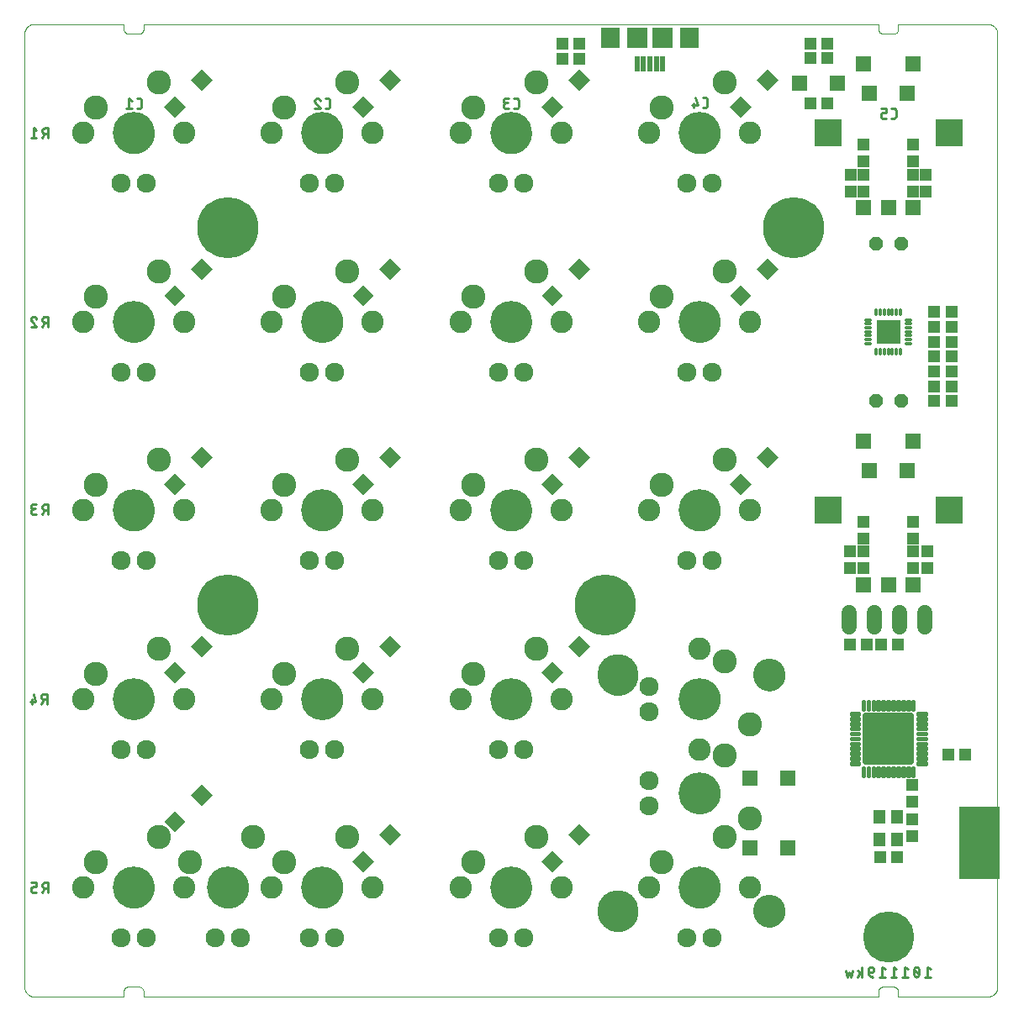
<source format=gbs>
G04 EAGLE Gerber RS-274X export*
G75*
%MOMM*%
%FSLAX34Y34*%
%LPD*%
%INBottom solder mask*%
%IPPOS*%
%AMOC8*
5,1,8,0,0,1.08239X$1,22.5*%
G01*
%ADD10C,0.000000*%
%ADD11C,0.254000*%
%ADD12C,3.250000*%
%ADD13C,4.150000*%
%ADD14C,2.436000*%
%ADD15C,2.264400*%
%ADD16C,4.214000*%
%ADD17C,1.928000*%
%ADD18R,1.550000X1.550000*%
%ADD19C,0.679900*%
%ADD20C,0.225000*%
%ADD21R,1.550000X1.550000*%
%ADD22R,2.750000X2.750000*%
%ADD23R,3.452000X1.674000*%
%ADD24R,4.064000X7.366000*%
%ADD25R,1.150000X1.250000*%
%ADD26R,1.250000X1.450000*%
%ADD27R,1.250000X1.150000*%
%ADD28R,2.450000X2.450000*%
%ADD29C,0.330000*%
%ADD30P,1.475081X8X22.500000*%
%ADD31R,0.500000X1.550000*%
%ADD32R,1.950000X2.050000*%
%ADD33R,2.050000X2.050000*%
%ADD34C,1.566000*%
%ADD35C,6.150000*%
%ADD36C,5.150000*%


D10*
X970000Y980000D02*
X880000Y980000D01*
X880000Y975000D01*
X879998Y974860D01*
X879992Y974720D01*
X879982Y974580D01*
X879969Y974440D01*
X879951Y974301D01*
X879929Y974162D01*
X879904Y974025D01*
X879875Y973887D01*
X879842Y973751D01*
X879805Y973616D01*
X879764Y973482D01*
X879719Y973349D01*
X879671Y973217D01*
X879619Y973087D01*
X879564Y972958D01*
X879505Y972831D01*
X879442Y972705D01*
X879376Y972581D01*
X879307Y972460D01*
X879234Y972340D01*
X879157Y972222D01*
X879078Y972107D01*
X878995Y971993D01*
X878909Y971883D01*
X878820Y971774D01*
X878728Y971668D01*
X878633Y971565D01*
X878536Y971464D01*
X878435Y971367D01*
X878332Y971272D01*
X878226Y971180D01*
X878117Y971091D01*
X878007Y971005D01*
X877893Y970922D01*
X877778Y970843D01*
X877660Y970766D01*
X877540Y970693D01*
X877419Y970624D01*
X877295Y970558D01*
X877169Y970495D01*
X877042Y970436D01*
X876913Y970381D01*
X876783Y970329D01*
X876651Y970281D01*
X876518Y970236D01*
X876384Y970195D01*
X876249Y970158D01*
X876113Y970125D01*
X875975Y970096D01*
X875838Y970071D01*
X875699Y970049D01*
X875560Y970031D01*
X875420Y970018D01*
X875280Y970008D01*
X875140Y970002D01*
X875000Y970000D01*
X865000Y970000D01*
X864860Y970002D01*
X864720Y970008D01*
X864580Y970018D01*
X864440Y970031D01*
X864301Y970049D01*
X864162Y970071D01*
X864025Y970096D01*
X863887Y970125D01*
X863751Y970158D01*
X863616Y970195D01*
X863482Y970236D01*
X863349Y970281D01*
X863217Y970329D01*
X863087Y970381D01*
X862958Y970436D01*
X862831Y970495D01*
X862705Y970558D01*
X862581Y970624D01*
X862460Y970693D01*
X862340Y970766D01*
X862222Y970843D01*
X862107Y970922D01*
X861993Y971005D01*
X861883Y971091D01*
X861774Y971180D01*
X861668Y971272D01*
X861565Y971367D01*
X861464Y971464D01*
X861367Y971565D01*
X861272Y971668D01*
X861180Y971774D01*
X861091Y971883D01*
X861005Y971993D01*
X860922Y972107D01*
X860843Y972222D01*
X860766Y972340D01*
X860693Y972460D01*
X860624Y972581D01*
X860558Y972705D01*
X860495Y972831D01*
X860436Y972958D01*
X860381Y973087D01*
X860329Y973217D01*
X860281Y973349D01*
X860236Y973482D01*
X860195Y973616D01*
X860158Y973751D01*
X860125Y973887D01*
X860096Y974025D01*
X860071Y974162D01*
X860049Y974301D01*
X860031Y974440D01*
X860018Y974580D01*
X860008Y974720D01*
X860002Y974860D01*
X860000Y975000D01*
X860000Y980000D01*
X120000Y980000D01*
X120000Y975000D01*
X119998Y974860D01*
X119992Y974720D01*
X119982Y974580D01*
X119969Y974440D01*
X119951Y974301D01*
X119929Y974162D01*
X119904Y974025D01*
X119875Y973887D01*
X119842Y973751D01*
X119805Y973616D01*
X119764Y973482D01*
X119719Y973349D01*
X119671Y973217D01*
X119619Y973087D01*
X119564Y972958D01*
X119505Y972831D01*
X119442Y972705D01*
X119376Y972581D01*
X119307Y972460D01*
X119234Y972340D01*
X119157Y972222D01*
X119078Y972107D01*
X118995Y971993D01*
X118909Y971883D01*
X118820Y971774D01*
X118728Y971668D01*
X118633Y971565D01*
X118536Y971464D01*
X118435Y971367D01*
X118332Y971272D01*
X118226Y971180D01*
X118117Y971091D01*
X118007Y971005D01*
X117893Y970922D01*
X117778Y970843D01*
X117660Y970766D01*
X117540Y970693D01*
X117419Y970624D01*
X117295Y970558D01*
X117169Y970495D01*
X117042Y970436D01*
X116913Y970381D01*
X116783Y970329D01*
X116651Y970281D01*
X116518Y970236D01*
X116384Y970195D01*
X116249Y970158D01*
X116113Y970125D01*
X115975Y970096D01*
X115838Y970071D01*
X115699Y970049D01*
X115560Y970031D01*
X115420Y970018D01*
X115280Y970008D01*
X115140Y970002D01*
X115000Y970000D01*
X105000Y970000D01*
X104860Y970002D01*
X104720Y970008D01*
X104580Y970018D01*
X104440Y970031D01*
X104301Y970049D01*
X104162Y970071D01*
X104025Y970096D01*
X103887Y970125D01*
X103751Y970158D01*
X103616Y970195D01*
X103482Y970236D01*
X103349Y970281D01*
X103217Y970329D01*
X103087Y970381D01*
X102958Y970436D01*
X102831Y970495D01*
X102705Y970558D01*
X102581Y970624D01*
X102460Y970693D01*
X102340Y970766D01*
X102222Y970843D01*
X102107Y970922D01*
X101993Y971005D01*
X101883Y971091D01*
X101774Y971180D01*
X101668Y971272D01*
X101565Y971367D01*
X101464Y971464D01*
X101367Y971565D01*
X101272Y971668D01*
X101180Y971774D01*
X101091Y971883D01*
X101005Y971993D01*
X100922Y972107D01*
X100843Y972222D01*
X100766Y972340D01*
X100693Y972460D01*
X100624Y972581D01*
X100558Y972705D01*
X100495Y972831D01*
X100436Y972958D01*
X100381Y973087D01*
X100329Y973217D01*
X100281Y973349D01*
X100236Y973482D01*
X100195Y973616D01*
X100158Y973751D01*
X100125Y973887D01*
X100096Y974025D01*
X100071Y974162D01*
X100049Y974301D01*
X100031Y974440D01*
X100018Y974580D01*
X100008Y974720D01*
X100002Y974860D01*
X100000Y975000D01*
X100000Y980000D01*
X10000Y980000D01*
X9758Y979997D01*
X9517Y979988D01*
X9276Y979974D01*
X9035Y979953D01*
X8795Y979927D01*
X8555Y979895D01*
X8316Y979857D01*
X8079Y979814D01*
X7842Y979764D01*
X7607Y979709D01*
X7373Y979649D01*
X7141Y979582D01*
X6910Y979511D01*
X6681Y979433D01*
X6454Y979350D01*
X6229Y979262D01*
X6006Y979168D01*
X5786Y979069D01*
X5568Y978964D01*
X5353Y978855D01*
X5140Y978740D01*
X4930Y978620D01*
X4724Y978495D01*
X4520Y978365D01*
X4319Y978230D01*
X4122Y978090D01*
X3928Y977946D01*
X3738Y977797D01*
X3552Y977643D01*
X3369Y977485D01*
X3190Y977323D01*
X3015Y977156D01*
X2844Y976985D01*
X2677Y976810D01*
X2515Y976631D01*
X2357Y976448D01*
X2203Y976262D01*
X2054Y976072D01*
X1910Y975878D01*
X1770Y975681D01*
X1635Y975480D01*
X1505Y975276D01*
X1380Y975070D01*
X1260Y974860D01*
X1145Y974647D01*
X1036Y974432D01*
X931Y974214D01*
X832Y973994D01*
X738Y973771D01*
X650Y973546D01*
X567Y973319D01*
X489Y973090D01*
X418Y972859D01*
X351Y972627D01*
X291Y972393D01*
X236Y972158D01*
X186Y971921D01*
X143Y971684D01*
X105Y971445D01*
X73Y971205D01*
X47Y970965D01*
X26Y970724D01*
X12Y970483D01*
X3Y970242D01*
X0Y970000D01*
X0Y10000D01*
X3Y9758D01*
X12Y9517D01*
X26Y9276D01*
X47Y9035D01*
X73Y8795D01*
X105Y8555D01*
X143Y8316D01*
X186Y8079D01*
X236Y7842D01*
X291Y7607D01*
X351Y7373D01*
X418Y7141D01*
X489Y6910D01*
X567Y6681D01*
X650Y6454D01*
X738Y6229D01*
X832Y6006D01*
X931Y5786D01*
X1036Y5568D01*
X1145Y5353D01*
X1260Y5140D01*
X1380Y4930D01*
X1505Y4724D01*
X1635Y4520D01*
X1770Y4319D01*
X1910Y4122D01*
X2054Y3928D01*
X2203Y3738D01*
X2357Y3552D01*
X2515Y3369D01*
X2677Y3190D01*
X2844Y3015D01*
X3015Y2844D01*
X3190Y2677D01*
X3369Y2515D01*
X3552Y2357D01*
X3738Y2203D01*
X3928Y2054D01*
X4122Y1910D01*
X4319Y1770D01*
X4520Y1635D01*
X4724Y1505D01*
X4930Y1380D01*
X5140Y1260D01*
X5353Y1145D01*
X5568Y1036D01*
X5786Y931D01*
X6006Y832D01*
X6229Y738D01*
X6454Y650D01*
X6681Y567D01*
X6910Y489D01*
X7141Y418D01*
X7373Y351D01*
X7607Y291D01*
X7842Y236D01*
X8079Y186D01*
X8316Y143D01*
X8555Y105D01*
X8795Y73D01*
X9035Y47D01*
X9276Y26D01*
X9517Y12D01*
X9758Y3D01*
X10000Y0D01*
X100000Y0D01*
X100000Y5000D01*
X100002Y5140D01*
X100008Y5280D01*
X100018Y5420D01*
X100031Y5560D01*
X100049Y5699D01*
X100071Y5838D01*
X100096Y5975D01*
X100125Y6113D01*
X100158Y6249D01*
X100195Y6384D01*
X100236Y6518D01*
X100281Y6651D01*
X100329Y6783D01*
X100381Y6913D01*
X100436Y7042D01*
X100495Y7169D01*
X100558Y7295D01*
X100624Y7419D01*
X100693Y7540D01*
X100766Y7660D01*
X100843Y7778D01*
X100922Y7893D01*
X101005Y8007D01*
X101091Y8117D01*
X101180Y8226D01*
X101272Y8332D01*
X101367Y8435D01*
X101464Y8536D01*
X101565Y8633D01*
X101668Y8728D01*
X101774Y8820D01*
X101883Y8909D01*
X101993Y8995D01*
X102107Y9078D01*
X102222Y9157D01*
X102340Y9234D01*
X102460Y9307D01*
X102581Y9376D01*
X102705Y9442D01*
X102831Y9505D01*
X102958Y9564D01*
X103087Y9619D01*
X103217Y9671D01*
X103349Y9719D01*
X103482Y9764D01*
X103616Y9805D01*
X103751Y9842D01*
X103887Y9875D01*
X104025Y9904D01*
X104162Y9929D01*
X104301Y9951D01*
X104440Y9969D01*
X104580Y9982D01*
X104720Y9992D01*
X104860Y9998D01*
X105000Y10000D01*
X115000Y10000D01*
X115140Y9998D01*
X115280Y9992D01*
X115420Y9982D01*
X115560Y9969D01*
X115699Y9951D01*
X115838Y9929D01*
X115975Y9904D01*
X116113Y9875D01*
X116249Y9842D01*
X116384Y9805D01*
X116518Y9764D01*
X116651Y9719D01*
X116783Y9671D01*
X116913Y9619D01*
X117042Y9564D01*
X117169Y9505D01*
X117295Y9442D01*
X117419Y9376D01*
X117540Y9307D01*
X117660Y9234D01*
X117778Y9157D01*
X117893Y9078D01*
X118007Y8995D01*
X118117Y8909D01*
X118226Y8820D01*
X118332Y8728D01*
X118435Y8633D01*
X118536Y8536D01*
X118633Y8435D01*
X118728Y8332D01*
X118820Y8226D01*
X118909Y8117D01*
X118995Y8007D01*
X119078Y7893D01*
X119157Y7778D01*
X119234Y7660D01*
X119307Y7540D01*
X119376Y7419D01*
X119442Y7295D01*
X119505Y7169D01*
X119564Y7042D01*
X119619Y6913D01*
X119671Y6783D01*
X119719Y6651D01*
X119764Y6518D01*
X119805Y6384D01*
X119842Y6249D01*
X119875Y6113D01*
X119904Y5975D01*
X119929Y5838D01*
X119951Y5699D01*
X119969Y5560D01*
X119982Y5420D01*
X119992Y5280D01*
X119998Y5140D01*
X120000Y5000D01*
X120000Y0D01*
X860000Y0D01*
X860000Y5000D01*
X860002Y5140D01*
X860008Y5280D01*
X860018Y5420D01*
X860031Y5560D01*
X860049Y5699D01*
X860071Y5838D01*
X860096Y5975D01*
X860125Y6113D01*
X860158Y6249D01*
X860195Y6384D01*
X860236Y6518D01*
X860281Y6651D01*
X860329Y6783D01*
X860381Y6913D01*
X860436Y7042D01*
X860495Y7169D01*
X860558Y7295D01*
X860624Y7419D01*
X860693Y7540D01*
X860766Y7660D01*
X860843Y7778D01*
X860922Y7893D01*
X861005Y8007D01*
X861091Y8117D01*
X861180Y8226D01*
X861272Y8332D01*
X861367Y8435D01*
X861464Y8536D01*
X861565Y8633D01*
X861668Y8728D01*
X861774Y8820D01*
X861883Y8909D01*
X861993Y8995D01*
X862107Y9078D01*
X862222Y9157D01*
X862340Y9234D01*
X862460Y9307D01*
X862581Y9376D01*
X862705Y9442D01*
X862831Y9505D01*
X862958Y9564D01*
X863087Y9619D01*
X863217Y9671D01*
X863349Y9719D01*
X863482Y9764D01*
X863616Y9805D01*
X863751Y9842D01*
X863887Y9875D01*
X864025Y9904D01*
X864162Y9929D01*
X864301Y9951D01*
X864440Y9969D01*
X864580Y9982D01*
X864720Y9992D01*
X864860Y9998D01*
X865000Y10000D01*
X875000Y10000D01*
X875140Y9998D01*
X875280Y9992D01*
X875420Y9982D01*
X875560Y9969D01*
X875699Y9951D01*
X875838Y9929D01*
X875975Y9904D01*
X876113Y9875D01*
X876249Y9842D01*
X876384Y9805D01*
X876518Y9764D01*
X876651Y9719D01*
X876783Y9671D01*
X876913Y9619D01*
X877042Y9564D01*
X877169Y9505D01*
X877295Y9442D01*
X877419Y9376D01*
X877540Y9307D01*
X877660Y9234D01*
X877778Y9157D01*
X877893Y9078D01*
X878007Y8995D01*
X878117Y8909D01*
X878226Y8820D01*
X878332Y8728D01*
X878435Y8633D01*
X878536Y8536D01*
X878633Y8435D01*
X878728Y8332D01*
X878820Y8226D01*
X878909Y8117D01*
X878995Y8007D01*
X879078Y7893D01*
X879157Y7778D01*
X879234Y7660D01*
X879307Y7540D01*
X879376Y7419D01*
X879442Y7295D01*
X879505Y7169D01*
X879564Y7042D01*
X879619Y6913D01*
X879671Y6783D01*
X879719Y6651D01*
X879764Y6518D01*
X879805Y6384D01*
X879842Y6249D01*
X879875Y6113D01*
X879904Y5975D01*
X879929Y5838D01*
X879951Y5699D01*
X879969Y5560D01*
X879982Y5420D01*
X879992Y5280D01*
X879998Y5140D01*
X880000Y5000D01*
X880000Y0D01*
X970000Y0D01*
X970242Y3D01*
X970483Y12D01*
X970724Y26D01*
X970965Y47D01*
X971205Y73D01*
X971445Y105D01*
X971684Y143D01*
X971921Y186D01*
X972158Y236D01*
X972393Y291D01*
X972627Y351D01*
X972859Y418D01*
X973090Y489D01*
X973319Y567D01*
X973546Y650D01*
X973771Y738D01*
X973994Y832D01*
X974214Y931D01*
X974432Y1036D01*
X974647Y1145D01*
X974860Y1260D01*
X975070Y1380D01*
X975276Y1505D01*
X975480Y1635D01*
X975681Y1770D01*
X975878Y1910D01*
X976072Y2054D01*
X976262Y2203D01*
X976448Y2357D01*
X976631Y2515D01*
X976810Y2677D01*
X976985Y2844D01*
X977156Y3015D01*
X977323Y3190D01*
X977485Y3369D01*
X977643Y3552D01*
X977797Y3738D01*
X977946Y3928D01*
X978090Y4122D01*
X978230Y4319D01*
X978365Y4520D01*
X978495Y4724D01*
X978620Y4930D01*
X978740Y5140D01*
X978855Y5353D01*
X978964Y5568D01*
X979069Y5786D01*
X979168Y6006D01*
X979262Y6229D01*
X979350Y6454D01*
X979433Y6681D01*
X979511Y6910D01*
X979582Y7141D01*
X979649Y7373D01*
X979709Y7607D01*
X979764Y7842D01*
X979814Y8079D01*
X979857Y8316D01*
X979895Y8555D01*
X979927Y8795D01*
X979953Y9035D01*
X979974Y9276D01*
X979988Y9517D01*
X979997Y9758D01*
X980000Y10000D01*
X980000Y970000D01*
X979997Y970242D01*
X979988Y970483D01*
X979974Y970724D01*
X979953Y970965D01*
X979927Y971205D01*
X979895Y971445D01*
X979857Y971684D01*
X979814Y971921D01*
X979764Y972158D01*
X979709Y972393D01*
X979649Y972627D01*
X979582Y972859D01*
X979511Y973090D01*
X979433Y973319D01*
X979350Y973546D01*
X979262Y973771D01*
X979168Y973994D01*
X979069Y974214D01*
X978964Y974432D01*
X978855Y974647D01*
X978740Y974860D01*
X978620Y975070D01*
X978495Y975276D01*
X978365Y975480D01*
X978230Y975681D01*
X978090Y975878D01*
X977946Y976072D01*
X977797Y976262D01*
X977643Y976448D01*
X977485Y976631D01*
X977323Y976810D01*
X977156Y976985D01*
X976985Y977156D01*
X976810Y977323D01*
X976631Y977485D01*
X976448Y977643D01*
X976262Y977797D01*
X976072Y977946D01*
X975878Y978090D01*
X975681Y978230D01*
X975480Y978365D01*
X975276Y978495D01*
X975070Y978620D01*
X974860Y978740D01*
X974647Y978855D01*
X974432Y978964D01*
X974214Y979069D01*
X973994Y979168D01*
X973771Y979262D01*
X973546Y979350D01*
X973319Y979433D01*
X973090Y979511D01*
X972859Y979582D01*
X972627Y979649D01*
X972393Y979709D01*
X972158Y979764D01*
X971921Y979814D01*
X971684Y979857D01*
X971445Y979895D01*
X971205Y979927D01*
X970965Y979953D01*
X970724Y979974D01*
X970483Y979988D01*
X970242Y979997D01*
X970000Y980000D01*
D11*
X909716Y30080D02*
X912538Y27822D01*
X909716Y30080D02*
X909716Y19920D01*
X912538Y19920D02*
X906893Y19920D01*
X901108Y25000D02*
X901106Y25200D01*
X901098Y25400D01*
X901087Y25599D01*
X901070Y25798D01*
X901048Y25997D01*
X901022Y26195D01*
X900991Y26393D01*
X900956Y26589D01*
X900915Y26785D01*
X900871Y26980D01*
X900821Y27174D01*
X900767Y27366D01*
X900708Y27557D01*
X900645Y27747D01*
X900577Y27935D01*
X900505Y28121D01*
X900428Y28306D01*
X900347Y28488D01*
X900261Y28669D01*
X900230Y28753D01*
X900196Y28835D01*
X900158Y28916D01*
X900117Y28996D01*
X900072Y29073D01*
X900025Y29148D01*
X899974Y29222D01*
X899919Y29293D01*
X899862Y29361D01*
X899802Y29428D01*
X899739Y29491D01*
X899674Y29552D01*
X899606Y29610D01*
X899536Y29665D01*
X899463Y29717D01*
X899388Y29765D01*
X899311Y29811D01*
X899233Y29853D01*
X899152Y29892D01*
X899070Y29927D01*
X898987Y29959D01*
X898902Y29987D01*
X898816Y30012D01*
X898729Y30032D01*
X898642Y30050D01*
X898553Y30063D01*
X898464Y30072D01*
X898375Y30078D01*
X898286Y30080D01*
X898197Y30078D01*
X898108Y30072D01*
X898019Y30063D01*
X897930Y30050D01*
X897843Y30032D01*
X897756Y30012D01*
X897670Y29987D01*
X897585Y29959D01*
X897502Y29927D01*
X897420Y29892D01*
X897339Y29853D01*
X897261Y29811D01*
X897184Y29765D01*
X897109Y29717D01*
X897036Y29665D01*
X896966Y29610D01*
X896898Y29552D01*
X896833Y29491D01*
X896770Y29428D01*
X896710Y29361D01*
X896653Y29293D01*
X896598Y29222D01*
X896547Y29148D01*
X896500Y29073D01*
X896455Y28996D01*
X896414Y28916D01*
X896376Y28835D01*
X896342Y28753D01*
X896311Y28669D01*
X896225Y28488D01*
X896144Y28305D01*
X896067Y28121D01*
X895995Y27934D01*
X895927Y27746D01*
X895864Y27557D01*
X895805Y27366D01*
X895751Y27173D01*
X895701Y26980D01*
X895657Y26785D01*
X895616Y26589D01*
X895581Y26393D01*
X895550Y26195D01*
X895524Y25997D01*
X895502Y25798D01*
X895485Y25599D01*
X895474Y25400D01*
X895466Y25200D01*
X895464Y25000D01*
X901108Y25000D02*
X901106Y24800D01*
X901098Y24600D01*
X901087Y24401D01*
X901070Y24202D01*
X901048Y24003D01*
X901022Y23805D01*
X900991Y23607D01*
X900956Y23411D01*
X900915Y23215D01*
X900871Y23020D01*
X900821Y22826D01*
X900767Y22634D01*
X900708Y22443D01*
X900645Y22253D01*
X900577Y22065D01*
X900505Y21879D01*
X900428Y21694D01*
X900347Y21512D01*
X900261Y21331D01*
X900230Y21247D01*
X900196Y21165D01*
X900158Y21084D01*
X900117Y21004D01*
X900072Y20927D01*
X900025Y20852D01*
X899973Y20778D01*
X899919Y20707D01*
X899862Y20639D01*
X899802Y20572D01*
X899739Y20509D01*
X899674Y20448D01*
X899606Y20390D01*
X899536Y20335D01*
X899463Y20283D01*
X899388Y20235D01*
X899311Y20189D01*
X899233Y20147D01*
X899152Y20108D01*
X899070Y20073D01*
X898987Y20041D01*
X898902Y20013D01*
X898816Y19988D01*
X898729Y19968D01*
X898642Y19950D01*
X898553Y19937D01*
X898464Y19928D01*
X898375Y19922D01*
X898286Y19920D01*
X896310Y21331D02*
X896224Y21512D01*
X896143Y21694D01*
X896066Y21879D01*
X895994Y22065D01*
X895926Y22253D01*
X895863Y22443D01*
X895804Y22634D01*
X895750Y22826D01*
X895700Y23020D01*
X895656Y23215D01*
X895615Y23411D01*
X895580Y23607D01*
X895549Y23805D01*
X895523Y24003D01*
X895501Y24202D01*
X895484Y24401D01*
X895473Y24600D01*
X895465Y24800D01*
X895463Y25000D01*
X896311Y21331D02*
X896342Y21247D01*
X896376Y21165D01*
X896414Y21084D01*
X896455Y21004D01*
X896500Y20927D01*
X896547Y20852D01*
X896599Y20778D01*
X896653Y20707D01*
X896710Y20639D01*
X896770Y20572D01*
X896833Y20509D01*
X896898Y20448D01*
X896966Y20390D01*
X897036Y20335D01*
X897109Y20283D01*
X897184Y20235D01*
X897261Y20189D01*
X897339Y20147D01*
X897420Y20108D01*
X897502Y20073D01*
X897585Y20041D01*
X897670Y20013D01*
X897756Y19988D01*
X897843Y19968D01*
X897930Y19950D01*
X898019Y19937D01*
X898108Y19928D01*
X898197Y19922D01*
X898286Y19920D01*
X900543Y22178D02*
X896028Y27822D01*
X889678Y27822D02*
X886856Y30080D01*
X886856Y19920D01*
X889678Y19920D02*
X884033Y19920D01*
X878248Y27822D02*
X875426Y30080D01*
X875426Y19920D01*
X878248Y19920D02*
X872603Y19920D01*
X866818Y27822D02*
X863996Y30080D01*
X863996Y19920D01*
X866818Y19920D02*
X861173Y19920D01*
X853130Y24436D02*
X849743Y24436D01*
X853130Y24435D02*
X853223Y24437D01*
X853316Y24443D01*
X853409Y24452D01*
X853502Y24466D01*
X853593Y24483D01*
X853684Y24504D01*
X853774Y24529D01*
X853863Y24557D01*
X853951Y24589D01*
X854037Y24625D01*
X854122Y24664D01*
X854205Y24707D01*
X854286Y24753D01*
X854365Y24803D01*
X854442Y24855D01*
X854517Y24911D01*
X854589Y24970D01*
X854659Y25032D01*
X854727Y25096D01*
X854791Y25164D01*
X854853Y25234D01*
X854912Y25306D01*
X854968Y25381D01*
X855020Y25458D01*
X855070Y25537D01*
X855116Y25618D01*
X855159Y25701D01*
X855198Y25786D01*
X855234Y25872D01*
X855266Y25960D01*
X855294Y26049D01*
X855319Y26139D01*
X855340Y26230D01*
X855357Y26321D01*
X855371Y26414D01*
X855380Y26507D01*
X855386Y26600D01*
X855388Y26693D01*
X855388Y27258D01*
X855386Y27364D01*
X855380Y27469D01*
X855370Y27574D01*
X855356Y27679D01*
X855339Y27783D01*
X855317Y27886D01*
X855292Y27988D01*
X855263Y28090D01*
X855230Y28190D01*
X855193Y28289D01*
X855153Y28386D01*
X855109Y28482D01*
X855061Y28577D01*
X855010Y28669D01*
X854955Y28759D01*
X854898Y28848D01*
X854837Y28934D01*
X854772Y29017D01*
X854705Y29099D01*
X854635Y29177D01*
X854561Y29253D01*
X854485Y29327D01*
X854407Y29397D01*
X854325Y29464D01*
X854242Y29529D01*
X854156Y29590D01*
X854067Y29647D01*
X853977Y29702D01*
X853885Y29753D01*
X853790Y29801D01*
X853694Y29845D01*
X853597Y29885D01*
X853498Y29922D01*
X853398Y29955D01*
X853296Y29984D01*
X853194Y30009D01*
X853091Y30031D01*
X852987Y30048D01*
X852882Y30062D01*
X852777Y30072D01*
X852672Y30078D01*
X852566Y30080D01*
X852460Y30078D01*
X852355Y30072D01*
X852250Y30062D01*
X852145Y30048D01*
X852041Y30031D01*
X851938Y30009D01*
X851836Y29984D01*
X851734Y29955D01*
X851634Y29922D01*
X851535Y29885D01*
X851438Y29845D01*
X851342Y29801D01*
X851247Y29753D01*
X851155Y29702D01*
X851065Y29647D01*
X850976Y29590D01*
X850890Y29529D01*
X850807Y29464D01*
X850725Y29397D01*
X850647Y29327D01*
X850571Y29253D01*
X850497Y29177D01*
X850427Y29099D01*
X850360Y29017D01*
X850295Y28934D01*
X850234Y28848D01*
X850177Y28759D01*
X850122Y28669D01*
X850071Y28577D01*
X850023Y28482D01*
X849979Y28386D01*
X849939Y28289D01*
X849902Y28190D01*
X849869Y28090D01*
X849840Y27988D01*
X849815Y27886D01*
X849793Y27783D01*
X849776Y27679D01*
X849762Y27574D01*
X849752Y27469D01*
X849746Y27364D01*
X849744Y27258D01*
X849743Y27258D02*
X849743Y24436D01*
X849745Y24305D01*
X849751Y24173D01*
X849760Y24042D01*
X849774Y23912D01*
X849791Y23781D01*
X849812Y23652D01*
X849836Y23523D01*
X849865Y23395D01*
X849897Y23267D01*
X849933Y23141D01*
X849972Y23016D01*
X850015Y22891D01*
X850062Y22769D01*
X850112Y22647D01*
X850166Y22527D01*
X850223Y22409D01*
X850284Y22293D01*
X850348Y22178D01*
X850415Y22065D01*
X850486Y21954D01*
X850560Y21846D01*
X850637Y21739D01*
X850717Y21635D01*
X850800Y21533D01*
X850885Y21434D01*
X850974Y21337D01*
X851066Y21243D01*
X851160Y21151D01*
X851257Y21062D01*
X851356Y20977D01*
X851458Y20894D01*
X851562Y20814D01*
X851669Y20737D01*
X851777Y20663D01*
X851888Y20592D01*
X852001Y20525D01*
X852116Y20461D01*
X852232Y20400D01*
X852350Y20343D01*
X852470Y20289D01*
X852592Y20239D01*
X852714Y20192D01*
X852839Y20149D01*
X852964Y20110D01*
X853090Y20074D01*
X853218Y20042D01*
X853346Y20013D01*
X853475Y19989D01*
X853604Y19968D01*
X853735Y19951D01*
X853865Y19937D01*
X853996Y19928D01*
X854128Y19922D01*
X854259Y19920D01*
X843537Y19920D02*
X843537Y30080D01*
X839022Y26693D02*
X843537Y23307D01*
X841562Y24718D02*
X839022Y19920D01*
X832542Y19920D02*
X834235Y26693D01*
X830849Y24436D02*
X832542Y19920D01*
X829155Y19920D02*
X830849Y24436D01*
X827462Y26693D02*
X829155Y19920D01*
X115356Y894920D02*
X113098Y894920D01*
X115356Y894920D02*
X115449Y894922D01*
X115542Y894928D01*
X115635Y894937D01*
X115728Y894951D01*
X115819Y894968D01*
X115910Y894989D01*
X116000Y895014D01*
X116089Y895042D01*
X116177Y895074D01*
X116263Y895110D01*
X116348Y895149D01*
X116431Y895192D01*
X116512Y895238D01*
X116591Y895288D01*
X116668Y895340D01*
X116743Y895396D01*
X116815Y895455D01*
X116885Y895517D01*
X116953Y895581D01*
X117017Y895649D01*
X117079Y895719D01*
X117138Y895791D01*
X117194Y895866D01*
X117246Y895943D01*
X117296Y896022D01*
X117342Y896103D01*
X117385Y896186D01*
X117424Y896271D01*
X117460Y896357D01*
X117492Y896445D01*
X117520Y896534D01*
X117545Y896624D01*
X117566Y896715D01*
X117583Y896806D01*
X117597Y896899D01*
X117606Y896992D01*
X117612Y897085D01*
X117614Y897178D01*
X117614Y902822D01*
X117612Y902915D01*
X117606Y903008D01*
X117597Y903101D01*
X117583Y903194D01*
X117566Y903285D01*
X117545Y903376D01*
X117520Y903466D01*
X117492Y903555D01*
X117460Y903643D01*
X117424Y903729D01*
X117385Y903814D01*
X117342Y903897D01*
X117296Y903978D01*
X117246Y904057D01*
X117194Y904134D01*
X117138Y904209D01*
X117079Y904281D01*
X117017Y904351D01*
X116953Y904419D01*
X116885Y904483D01*
X116815Y904545D01*
X116743Y904604D01*
X116668Y904660D01*
X116591Y904712D01*
X116512Y904762D01*
X116431Y904808D01*
X116348Y904851D01*
X116263Y904890D01*
X116177Y904926D01*
X116089Y904958D01*
X116000Y904986D01*
X115910Y905011D01*
X115819Y905032D01*
X115728Y905049D01*
X115635Y905063D01*
X115542Y905072D01*
X115449Y905078D01*
X115356Y905080D01*
X113098Y905080D01*
X108031Y902822D02*
X105208Y905080D01*
X105208Y894920D01*
X102386Y894920D02*
X108031Y894920D01*
X303098Y894920D02*
X305356Y894920D01*
X305449Y894922D01*
X305542Y894928D01*
X305635Y894937D01*
X305728Y894951D01*
X305819Y894968D01*
X305910Y894989D01*
X306000Y895014D01*
X306089Y895042D01*
X306177Y895074D01*
X306263Y895110D01*
X306348Y895149D01*
X306431Y895192D01*
X306512Y895238D01*
X306591Y895288D01*
X306668Y895340D01*
X306743Y895396D01*
X306815Y895455D01*
X306885Y895517D01*
X306953Y895581D01*
X307017Y895649D01*
X307079Y895719D01*
X307138Y895791D01*
X307194Y895866D01*
X307246Y895943D01*
X307296Y896022D01*
X307342Y896103D01*
X307385Y896186D01*
X307424Y896271D01*
X307460Y896357D01*
X307492Y896445D01*
X307520Y896534D01*
X307545Y896624D01*
X307566Y896715D01*
X307583Y896806D01*
X307597Y896899D01*
X307606Y896992D01*
X307612Y897085D01*
X307614Y897178D01*
X307614Y902822D01*
X307612Y902915D01*
X307606Y903008D01*
X307597Y903101D01*
X307583Y903194D01*
X307566Y903285D01*
X307545Y903376D01*
X307520Y903466D01*
X307492Y903555D01*
X307460Y903643D01*
X307424Y903729D01*
X307385Y903814D01*
X307342Y903897D01*
X307296Y903978D01*
X307246Y904057D01*
X307194Y904134D01*
X307138Y904209D01*
X307079Y904281D01*
X307017Y904351D01*
X306953Y904419D01*
X306885Y904483D01*
X306815Y904545D01*
X306743Y904604D01*
X306668Y904660D01*
X306591Y904712D01*
X306512Y904762D01*
X306431Y904808D01*
X306348Y904851D01*
X306263Y904890D01*
X306177Y904926D01*
X306089Y904958D01*
X306000Y904986D01*
X305910Y905011D01*
X305819Y905032D01*
X305728Y905049D01*
X305635Y905063D01*
X305542Y905072D01*
X305449Y905078D01*
X305356Y905080D01*
X303098Y905080D01*
X294926Y905080D02*
X294826Y905078D01*
X294727Y905072D01*
X294627Y905062D01*
X294529Y905049D01*
X294430Y905031D01*
X294333Y905010D01*
X294237Y904985D01*
X294141Y904956D01*
X294047Y904923D01*
X293954Y904887D01*
X293863Y904847D01*
X293773Y904803D01*
X293685Y904756D01*
X293599Y904706D01*
X293515Y904652D01*
X293433Y904595D01*
X293354Y904535D01*
X293276Y904471D01*
X293202Y904405D01*
X293130Y904336D01*
X293061Y904264D01*
X292995Y904190D01*
X292931Y904112D01*
X292871Y904033D01*
X292814Y903951D01*
X292760Y903867D01*
X292710Y903781D01*
X292663Y903693D01*
X292619Y903603D01*
X292579Y903512D01*
X292543Y903419D01*
X292510Y903325D01*
X292481Y903229D01*
X292456Y903133D01*
X292435Y903036D01*
X292417Y902937D01*
X292404Y902839D01*
X292394Y902739D01*
X292388Y902640D01*
X292386Y902540D01*
X294926Y905080D02*
X295037Y905078D01*
X295148Y905072D01*
X295258Y905063D01*
X295368Y905050D01*
X295478Y905033D01*
X295587Y905012D01*
X295695Y904988D01*
X295802Y904960D01*
X295909Y904929D01*
X296014Y904893D01*
X296118Y904855D01*
X296220Y904812D01*
X296321Y904767D01*
X296421Y904717D01*
X296518Y904665D01*
X296614Y904609D01*
X296708Y904550D01*
X296800Y904488D01*
X296890Y904423D01*
X296977Y904355D01*
X297062Y904283D01*
X297145Y904209D01*
X297225Y904133D01*
X297302Y904053D01*
X297377Y903971D01*
X297449Y903887D01*
X297518Y903800D01*
X297583Y903711D01*
X297646Y903619D01*
X297706Y903526D01*
X297762Y903430D01*
X297816Y903333D01*
X297865Y903234D01*
X297912Y903133D01*
X297955Y903031D01*
X297994Y902927D01*
X298030Y902822D01*
X293233Y900565D02*
X293161Y900635D01*
X293092Y900708D01*
X293026Y900784D01*
X292963Y900862D01*
X292903Y900942D01*
X292846Y901025D01*
X292791Y901109D01*
X292740Y901196D01*
X292692Y901284D01*
X292648Y901374D01*
X292607Y901465D01*
X292569Y901558D01*
X292534Y901653D01*
X292503Y901748D01*
X292476Y901845D01*
X292452Y901942D01*
X292432Y902041D01*
X292416Y902140D01*
X292403Y902239D01*
X292393Y902339D01*
X292388Y902440D01*
X292386Y902540D01*
X293233Y900564D02*
X298031Y894920D01*
X292386Y894920D01*
X493098Y894920D02*
X495356Y894920D01*
X495449Y894922D01*
X495542Y894928D01*
X495635Y894937D01*
X495728Y894951D01*
X495819Y894968D01*
X495910Y894989D01*
X496000Y895014D01*
X496089Y895042D01*
X496177Y895074D01*
X496263Y895110D01*
X496348Y895149D01*
X496431Y895192D01*
X496512Y895238D01*
X496591Y895288D01*
X496668Y895340D01*
X496743Y895396D01*
X496815Y895455D01*
X496885Y895517D01*
X496953Y895581D01*
X497017Y895649D01*
X497079Y895719D01*
X497138Y895791D01*
X497194Y895866D01*
X497246Y895943D01*
X497296Y896022D01*
X497342Y896103D01*
X497385Y896186D01*
X497424Y896271D01*
X497460Y896357D01*
X497492Y896445D01*
X497520Y896534D01*
X497545Y896624D01*
X497566Y896715D01*
X497583Y896806D01*
X497597Y896899D01*
X497606Y896992D01*
X497612Y897085D01*
X497614Y897178D01*
X497614Y902822D01*
X497612Y902915D01*
X497606Y903008D01*
X497597Y903101D01*
X497583Y903194D01*
X497566Y903285D01*
X497545Y903376D01*
X497520Y903466D01*
X497492Y903555D01*
X497460Y903643D01*
X497424Y903729D01*
X497385Y903814D01*
X497342Y903897D01*
X497296Y903978D01*
X497246Y904057D01*
X497194Y904134D01*
X497138Y904209D01*
X497079Y904281D01*
X497017Y904351D01*
X496953Y904419D01*
X496885Y904483D01*
X496815Y904545D01*
X496743Y904604D01*
X496668Y904660D01*
X496591Y904712D01*
X496512Y904762D01*
X496431Y904808D01*
X496348Y904851D01*
X496263Y904890D01*
X496177Y904926D01*
X496089Y904958D01*
X496000Y904986D01*
X495910Y905011D01*
X495819Y905032D01*
X495728Y905049D01*
X495635Y905063D01*
X495542Y905072D01*
X495449Y905078D01*
X495356Y905080D01*
X493098Y905080D01*
X488031Y894920D02*
X485208Y894920D01*
X485102Y894922D01*
X484997Y894928D01*
X484892Y894938D01*
X484787Y894952D01*
X484683Y894969D01*
X484580Y894991D01*
X484478Y895016D01*
X484376Y895045D01*
X484276Y895078D01*
X484177Y895115D01*
X484080Y895155D01*
X483984Y895199D01*
X483889Y895247D01*
X483797Y895298D01*
X483707Y895353D01*
X483618Y895410D01*
X483532Y895471D01*
X483449Y895536D01*
X483367Y895603D01*
X483289Y895673D01*
X483213Y895747D01*
X483139Y895823D01*
X483069Y895901D01*
X483002Y895983D01*
X482937Y896066D01*
X482876Y896152D01*
X482819Y896241D01*
X482764Y896331D01*
X482713Y896423D01*
X482665Y896518D01*
X482621Y896614D01*
X482581Y896711D01*
X482544Y896810D01*
X482511Y896910D01*
X482482Y897012D01*
X482457Y897114D01*
X482435Y897217D01*
X482418Y897321D01*
X482404Y897426D01*
X482394Y897531D01*
X482388Y897636D01*
X482386Y897742D01*
X482388Y897848D01*
X482394Y897953D01*
X482404Y898058D01*
X482418Y898163D01*
X482435Y898267D01*
X482457Y898370D01*
X482482Y898472D01*
X482511Y898574D01*
X482544Y898674D01*
X482581Y898773D01*
X482621Y898870D01*
X482665Y898966D01*
X482713Y899061D01*
X482764Y899153D01*
X482819Y899243D01*
X482876Y899332D01*
X482937Y899418D01*
X483002Y899501D01*
X483069Y899583D01*
X483139Y899661D01*
X483213Y899737D01*
X483289Y899811D01*
X483367Y899881D01*
X483449Y899948D01*
X483532Y900013D01*
X483618Y900074D01*
X483707Y900131D01*
X483797Y900186D01*
X483889Y900237D01*
X483984Y900285D01*
X484080Y900329D01*
X484177Y900369D01*
X484276Y900406D01*
X484376Y900439D01*
X484478Y900468D01*
X484580Y900493D01*
X484683Y900515D01*
X484787Y900532D01*
X484892Y900546D01*
X484997Y900556D01*
X485102Y900562D01*
X485208Y900564D01*
X484644Y905080D02*
X488031Y905080D01*
X484644Y905080D02*
X484551Y905078D01*
X484458Y905072D01*
X484365Y905063D01*
X484272Y905049D01*
X484181Y905032D01*
X484090Y905011D01*
X484000Y904986D01*
X483911Y904958D01*
X483823Y904926D01*
X483737Y904890D01*
X483652Y904851D01*
X483569Y904808D01*
X483488Y904762D01*
X483409Y904712D01*
X483332Y904660D01*
X483257Y904604D01*
X483185Y904545D01*
X483115Y904483D01*
X483047Y904419D01*
X482983Y904351D01*
X482921Y904281D01*
X482862Y904209D01*
X482806Y904134D01*
X482754Y904057D01*
X482704Y903978D01*
X482658Y903897D01*
X482615Y903814D01*
X482576Y903729D01*
X482540Y903643D01*
X482508Y903555D01*
X482480Y903466D01*
X482455Y903376D01*
X482434Y903285D01*
X482417Y903194D01*
X482403Y903101D01*
X482394Y903008D01*
X482388Y902915D01*
X482386Y902822D01*
X482388Y902729D01*
X482394Y902636D01*
X482403Y902543D01*
X482417Y902450D01*
X482434Y902359D01*
X482455Y902268D01*
X482480Y902178D01*
X482508Y902089D01*
X482540Y902001D01*
X482576Y901915D01*
X482615Y901830D01*
X482658Y901747D01*
X482704Y901666D01*
X482754Y901587D01*
X482806Y901510D01*
X482862Y901435D01*
X482921Y901363D01*
X482983Y901293D01*
X483047Y901225D01*
X483115Y901161D01*
X483185Y901099D01*
X483257Y901040D01*
X483332Y900984D01*
X483409Y900932D01*
X483488Y900882D01*
X483569Y900836D01*
X483652Y900793D01*
X483737Y900754D01*
X483823Y900718D01*
X483911Y900686D01*
X484000Y900658D01*
X484090Y900633D01*
X484181Y900612D01*
X484272Y900595D01*
X484365Y900581D01*
X484458Y900572D01*
X484551Y900566D01*
X484644Y900564D01*
X486902Y900564D01*
X683098Y895920D02*
X685356Y895920D01*
X685449Y895922D01*
X685542Y895928D01*
X685635Y895937D01*
X685728Y895951D01*
X685819Y895968D01*
X685910Y895989D01*
X686000Y896014D01*
X686089Y896042D01*
X686177Y896074D01*
X686263Y896110D01*
X686348Y896149D01*
X686431Y896192D01*
X686512Y896238D01*
X686591Y896288D01*
X686668Y896340D01*
X686743Y896396D01*
X686815Y896455D01*
X686885Y896517D01*
X686953Y896581D01*
X687017Y896649D01*
X687079Y896719D01*
X687138Y896791D01*
X687194Y896866D01*
X687246Y896943D01*
X687296Y897022D01*
X687342Y897103D01*
X687385Y897186D01*
X687424Y897271D01*
X687460Y897357D01*
X687492Y897445D01*
X687520Y897534D01*
X687545Y897624D01*
X687566Y897715D01*
X687583Y897806D01*
X687597Y897899D01*
X687606Y897992D01*
X687612Y898085D01*
X687614Y898178D01*
X687614Y903822D01*
X687612Y903915D01*
X687606Y904008D01*
X687597Y904101D01*
X687583Y904194D01*
X687566Y904285D01*
X687545Y904376D01*
X687520Y904466D01*
X687492Y904555D01*
X687460Y904643D01*
X687424Y904729D01*
X687385Y904814D01*
X687342Y904897D01*
X687296Y904978D01*
X687246Y905057D01*
X687194Y905134D01*
X687138Y905209D01*
X687079Y905281D01*
X687017Y905351D01*
X686953Y905419D01*
X686885Y905483D01*
X686815Y905545D01*
X686743Y905604D01*
X686668Y905660D01*
X686591Y905712D01*
X686512Y905762D01*
X686431Y905808D01*
X686348Y905851D01*
X686263Y905890D01*
X686177Y905926D01*
X686089Y905958D01*
X686000Y905986D01*
X685910Y906011D01*
X685819Y906032D01*
X685728Y906049D01*
X685635Y906063D01*
X685542Y906072D01*
X685449Y906078D01*
X685356Y906080D01*
X683098Y906080D01*
X675773Y906080D02*
X678031Y898178D01*
X672386Y898178D01*
X674080Y900436D02*
X674080Y895920D01*
X873098Y884920D02*
X875356Y884920D01*
X875449Y884922D01*
X875542Y884928D01*
X875635Y884937D01*
X875728Y884951D01*
X875819Y884968D01*
X875910Y884989D01*
X876000Y885014D01*
X876089Y885042D01*
X876177Y885074D01*
X876263Y885110D01*
X876348Y885149D01*
X876431Y885192D01*
X876512Y885238D01*
X876591Y885288D01*
X876668Y885340D01*
X876743Y885396D01*
X876815Y885455D01*
X876885Y885517D01*
X876953Y885581D01*
X877017Y885649D01*
X877079Y885719D01*
X877138Y885791D01*
X877194Y885866D01*
X877246Y885943D01*
X877296Y886022D01*
X877342Y886103D01*
X877385Y886186D01*
X877424Y886271D01*
X877460Y886357D01*
X877492Y886445D01*
X877520Y886534D01*
X877545Y886624D01*
X877566Y886715D01*
X877583Y886806D01*
X877597Y886899D01*
X877606Y886992D01*
X877612Y887085D01*
X877614Y887178D01*
X877614Y892822D01*
X877612Y892915D01*
X877606Y893008D01*
X877597Y893101D01*
X877583Y893194D01*
X877566Y893285D01*
X877545Y893376D01*
X877520Y893466D01*
X877492Y893555D01*
X877460Y893643D01*
X877424Y893729D01*
X877385Y893814D01*
X877342Y893897D01*
X877296Y893978D01*
X877246Y894057D01*
X877194Y894134D01*
X877138Y894209D01*
X877079Y894281D01*
X877017Y894351D01*
X876953Y894419D01*
X876885Y894483D01*
X876815Y894545D01*
X876743Y894604D01*
X876668Y894660D01*
X876591Y894712D01*
X876512Y894762D01*
X876431Y894808D01*
X876348Y894851D01*
X876263Y894890D01*
X876177Y894926D01*
X876089Y894958D01*
X876000Y894986D01*
X875910Y895011D01*
X875819Y895032D01*
X875728Y895049D01*
X875635Y895063D01*
X875542Y895072D01*
X875449Y895078D01*
X875356Y895080D01*
X873098Y895080D01*
X868031Y884920D02*
X864644Y884920D01*
X864551Y884922D01*
X864458Y884928D01*
X864365Y884937D01*
X864272Y884951D01*
X864181Y884968D01*
X864090Y884989D01*
X864000Y885014D01*
X863911Y885042D01*
X863823Y885074D01*
X863737Y885110D01*
X863652Y885149D01*
X863569Y885192D01*
X863488Y885238D01*
X863409Y885288D01*
X863332Y885340D01*
X863257Y885396D01*
X863185Y885455D01*
X863115Y885517D01*
X863047Y885581D01*
X862983Y885649D01*
X862921Y885719D01*
X862862Y885791D01*
X862806Y885866D01*
X862754Y885943D01*
X862704Y886022D01*
X862658Y886103D01*
X862615Y886186D01*
X862576Y886271D01*
X862540Y886357D01*
X862508Y886445D01*
X862480Y886534D01*
X862455Y886624D01*
X862434Y886715D01*
X862417Y886806D01*
X862403Y886899D01*
X862394Y886991D01*
X862388Y887085D01*
X862386Y887178D01*
X862386Y888307D01*
X862388Y888400D01*
X862394Y888493D01*
X862403Y888586D01*
X862417Y888679D01*
X862434Y888770D01*
X862455Y888861D01*
X862480Y888951D01*
X862508Y889040D01*
X862540Y889128D01*
X862576Y889214D01*
X862615Y889299D01*
X862658Y889382D01*
X862704Y889463D01*
X862754Y889542D01*
X862806Y889619D01*
X862862Y889694D01*
X862921Y889766D01*
X862983Y889836D01*
X863047Y889904D01*
X863115Y889968D01*
X863185Y890030D01*
X863257Y890089D01*
X863332Y890145D01*
X863409Y890197D01*
X863488Y890247D01*
X863569Y890293D01*
X863652Y890336D01*
X863737Y890375D01*
X863823Y890411D01*
X863911Y890443D01*
X864000Y890471D01*
X864090Y890496D01*
X864181Y890517D01*
X864272Y890534D01*
X864365Y890548D01*
X864458Y890557D01*
X864551Y890563D01*
X864644Y890565D01*
X864644Y890564D02*
X868031Y890564D01*
X868031Y895080D01*
X862386Y895080D01*
X23473Y875080D02*
X23473Y864920D01*
X23473Y875080D02*
X20651Y875080D01*
X20545Y875078D01*
X20440Y875072D01*
X20335Y875062D01*
X20230Y875048D01*
X20126Y875031D01*
X20023Y875009D01*
X19921Y874984D01*
X19819Y874955D01*
X19719Y874922D01*
X19620Y874885D01*
X19523Y874845D01*
X19427Y874801D01*
X19332Y874753D01*
X19240Y874702D01*
X19150Y874647D01*
X19061Y874590D01*
X18975Y874529D01*
X18892Y874464D01*
X18810Y874397D01*
X18732Y874327D01*
X18656Y874253D01*
X18582Y874177D01*
X18512Y874099D01*
X18445Y874017D01*
X18380Y873934D01*
X18319Y873848D01*
X18262Y873759D01*
X18207Y873669D01*
X18156Y873577D01*
X18108Y873482D01*
X18064Y873386D01*
X18024Y873289D01*
X17987Y873190D01*
X17954Y873090D01*
X17925Y872988D01*
X17900Y872886D01*
X17878Y872783D01*
X17861Y872679D01*
X17847Y872574D01*
X17837Y872469D01*
X17831Y872364D01*
X17829Y872258D01*
X17831Y872152D01*
X17837Y872047D01*
X17847Y871942D01*
X17861Y871837D01*
X17878Y871733D01*
X17900Y871630D01*
X17925Y871528D01*
X17954Y871426D01*
X17987Y871326D01*
X18024Y871227D01*
X18064Y871130D01*
X18108Y871034D01*
X18156Y870939D01*
X18207Y870847D01*
X18262Y870757D01*
X18319Y870668D01*
X18380Y870582D01*
X18445Y870499D01*
X18512Y870417D01*
X18582Y870339D01*
X18656Y870263D01*
X18732Y870189D01*
X18810Y870119D01*
X18892Y870052D01*
X18975Y869987D01*
X19061Y869926D01*
X19150Y869869D01*
X19240Y869814D01*
X19332Y869763D01*
X19427Y869715D01*
X19523Y869671D01*
X19620Y869631D01*
X19719Y869594D01*
X19819Y869561D01*
X19921Y869532D01*
X20023Y869507D01*
X20126Y869485D01*
X20230Y869468D01*
X20335Y869454D01*
X20440Y869444D01*
X20545Y869438D01*
X20651Y869436D01*
X23473Y869436D01*
X20086Y869436D02*
X17828Y864920D01*
X12172Y872822D02*
X9349Y875080D01*
X9349Y864920D01*
X6527Y864920D02*
X12172Y864920D01*
X23473Y685080D02*
X23473Y674920D01*
X23473Y685080D02*
X20651Y685080D01*
X20545Y685078D01*
X20440Y685072D01*
X20335Y685062D01*
X20230Y685048D01*
X20126Y685031D01*
X20023Y685009D01*
X19921Y684984D01*
X19819Y684955D01*
X19719Y684922D01*
X19620Y684885D01*
X19523Y684845D01*
X19427Y684801D01*
X19332Y684753D01*
X19240Y684702D01*
X19150Y684647D01*
X19061Y684590D01*
X18975Y684529D01*
X18892Y684464D01*
X18810Y684397D01*
X18732Y684327D01*
X18656Y684253D01*
X18582Y684177D01*
X18512Y684099D01*
X18445Y684017D01*
X18380Y683934D01*
X18319Y683848D01*
X18262Y683759D01*
X18207Y683669D01*
X18156Y683577D01*
X18108Y683482D01*
X18064Y683386D01*
X18024Y683289D01*
X17987Y683190D01*
X17954Y683090D01*
X17925Y682988D01*
X17900Y682886D01*
X17878Y682783D01*
X17861Y682679D01*
X17847Y682574D01*
X17837Y682469D01*
X17831Y682364D01*
X17829Y682258D01*
X17831Y682152D01*
X17837Y682047D01*
X17847Y681942D01*
X17861Y681837D01*
X17878Y681733D01*
X17900Y681630D01*
X17925Y681528D01*
X17954Y681426D01*
X17987Y681326D01*
X18024Y681227D01*
X18064Y681130D01*
X18108Y681034D01*
X18156Y680939D01*
X18207Y680847D01*
X18262Y680757D01*
X18319Y680668D01*
X18380Y680582D01*
X18445Y680499D01*
X18512Y680417D01*
X18582Y680339D01*
X18656Y680263D01*
X18732Y680189D01*
X18810Y680119D01*
X18892Y680052D01*
X18975Y679987D01*
X19061Y679926D01*
X19150Y679869D01*
X19240Y679814D01*
X19332Y679763D01*
X19427Y679715D01*
X19523Y679671D01*
X19620Y679631D01*
X19719Y679594D01*
X19819Y679561D01*
X19921Y679532D01*
X20023Y679507D01*
X20126Y679485D01*
X20230Y679468D01*
X20335Y679454D01*
X20440Y679444D01*
X20545Y679438D01*
X20651Y679436D01*
X23473Y679436D01*
X20086Y679436D02*
X17828Y674920D01*
X9067Y685080D02*
X8967Y685078D01*
X8868Y685072D01*
X8768Y685062D01*
X8670Y685049D01*
X8571Y685031D01*
X8474Y685010D01*
X8378Y684985D01*
X8282Y684956D01*
X8188Y684923D01*
X8095Y684887D01*
X8004Y684847D01*
X7914Y684803D01*
X7826Y684756D01*
X7740Y684706D01*
X7656Y684652D01*
X7574Y684595D01*
X7495Y684535D01*
X7417Y684471D01*
X7343Y684405D01*
X7271Y684336D01*
X7202Y684264D01*
X7136Y684190D01*
X7072Y684112D01*
X7012Y684033D01*
X6955Y683951D01*
X6901Y683867D01*
X6851Y683781D01*
X6804Y683693D01*
X6760Y683603D01*
X6720Y683512D01*
X6684Y683419D01*
X6651Y683325D01*
X6622Y683229D01*
X6597Y683133D01*
X6576Y683036D01*
X6558Y682937D01*
X6545Y682839D01*
X6535Y682739D01*
X6529Y682640D01*
X6527Y682540D01*
X9067Y685080D02*
X9178Y685078D01*
X9289Y685072D01*
X9399Y685063D01*
X9509Y685050D01*
X9619Y685033D01*
X9728Y685012D01*
X9836Y684988D01*
X9943Y684960D01*
X10050Y684929D01*
X10155Y684893D01*
X10259Y684855D01*
X10361Y684812D01*
X10462Y684767D01*
X10562Y684717D01*
X10659Y684665D01*
X10755Y684609D01*
X10849Y684550D01*
X10941Y684488D01*
X11031Y684423D01*
X11118Y684355D01*
X11203Y684283D01*
X11286Y684209D01*
X11366Y684133D01*
X11443Y684053D01*
X11518Y683971D01*
X11590Y683887D01*
X11659Y683800D01*
X11724Y683711D01*
X11787Y683619D01*
X11847Y683526D01*
X11903Y683430D01*
X11957Y683333D01*
X12006Y683234D01*
X12053Y683133D01*
X12096Y683031D01*
X12135Y682927D01*
X12171Y682822D01*
X7374Y680565D02*
X7302Y680635D01*
X7233Y680708D01*
X7167Y680784D01*
X7104Y680862D01*
X7044Y680942D01*
X6987Y681025D01*
X6932Y681109D01*
X6881Y681196D01*
X6833Y681284D01*
X6789Y681374D01*
X6748Y681465D01*
X6710Y681558D01*
X6675Y681653D01*
X6644Y681748D01*
X6617Y681845D01*
X6593Y681942D01*
X6573Y682041D01*
X6557Y682140D01*
X6544Y682239D01*
X6534Y682339D01*
X6529Y682440D01*
X6527Y682540D01*
X7374Y680564D02*
X12172Y674920D01*
X6527Y674920D01*
X23473Y496080D02*
X23473Y485920D01*
X23473Y496080D02*
X20651Y496080D01*
X20545Y496078D01*
X20440Y496072D01*
X20335Y496062D01*
X20230Y496048D01*
X20126Y496031D01*
X20023Y496009D01*
X19921Y495984D01*
X19819Y495955D01*
X19719Y495922D01*
X19620Y495885D01*
X19523Y495845D01*
X19427Y495801D01*
X19332Y495753D01*
X19240Y495702D01*
X19150Y495647D01*
X19061Y495590D01*
X18975Y495529D01*
X18892Y495464D01*
X18810Y495397D01*
X18732Y495327D01*
X18656Y495253D01*
X18582Y495177D01*
X18512Y495099D01*
X18445Y495017D01*
X18380Y494934D01*
X18319Y494848D01*
X18262Y494759D01*
X18207Y494669D01*
X18156Y494577D01*
X18108Y494482D01*
X18064Y494386D01*
X18024Y494289D01*
X17987Y494190D01*
X17954Y494090D01*
X17925Y493988D01*
X17900Y493886D01*
X17878Y493783D01*
X17861Y493679D01*
X17847Y493574D01*
X17837Y493469D01*
X17831Y493364D01*
X17829Y493258D01*
X17831Y493152D01*
X17837Y493047D01*
X17847Y492942D01*
X17861Y492837D01*
X17878Y492733D01*
X17900Y492630D01*
X17925Y492528D01*
X17954Y492426D01*
X17987Y492326D01*
X18024Y492227D01*
X18064Y492130D01*
X18108Y492034D01*
X18156Y491939D01*
X18207Y491847D01*
X18262Y491757D01*
X18319Y491668D01*
X18380Y491582D01*
X18445Y491499D01*
X18512Y491417D01*
X18582Y491339D01*
X18656Y491263D01*
X18732Y491189D01*
X18810Y491119D01*
X18892Y491052D01*
X18975Y490987D01*
X19061Y490926D01*
X19150Y490869D01*
X19240Y490814D01*
X19332Y490763D01*
X19427Y490715D01*
X19523Y490671D01*
X19620Y490631D01*
X19719Y490594D01*
X19819Y490561D01*
X19921Y490532D01*
X20023Y490507D01*
X20126Y490485D01*
X20230Y490468D01*
X20335Y490454D01*
X20440Y490444D01*
X20545Y490438D01*
X20651Y490436D01*
X23473Y490436D01*
X20086Y490436D02*
X17828Y485920D01*
X12172Y485920D02*
X9349Y485920D01*
X9243Y485922D01*
X9138Y485928D01*
X9033Y485938D01*
X8928Y485952D01*
X8824Y485969D01*
X8721Y485991D01*
X8619Y486016D01*
X8517Y486045D01*
X8417Y486078D01*
X8318Y486115D01*
X8221Y486155D01*
X8125Y486199D01*
X8030Y486247D01*
X7938Y486298D01*
X7848Y486353D01*
X7759Y486410D01*
X7673Y486471D01*
X7590Y486536D01*
X7508Y486603D01*
X7430Y486673D01*
X7354Y486747D01*
X7280Y486823D01*
X7210Y486901D01*
X7143Y486983D01*
X7078Y487066D01*
X7017Y487152D01*
X6960Y487241D01*
X6905Y487331D01*
X6854Y487423D01*
X6806Y487518D01*
X6762Y487614D01*
X6722Y487711D01*
X6685Y487810D01*
X6652Y487910D01*
X6623Y488012D01*
X6598Y488114D01*
X6576Y488217D01*
X6559Y488321D01*
X6545Y488426D01*
X6535Y488531D01*
X6529Y488636D01*
X6527Y488742D01*
X6529Y488848D01*
X6535Y488953D01*
X6545Y489058D01*
X6559Y489163D01*
X6576Y489267D01*
X6598Y489370D01*
X6623Y489472D01*
X6652Y489574D01*
X6685Y489674D01*
X6722Y489773D01*
X6762Y489870D01*
X6806Y489966D01*
X6854Y490061D01*
X6905Y490153D01*
X6960Y490243D01*
X7017Y490332D01*
X7078Y490418D01*
X7143Y490501D01*
X7210Y490583D01*
X7280Y490661D01*
X7354Y490737D01*
X7430Y490811D01*
X7508Y490881D01*
X7590Y490948D01*
X7673Y491013D01*
X7759Y491074D01*
X7848Y491131D01*
X7938Y491186D01*
X8030Y491237D01*
X8125Y491285D01*
X8221Y491329D01*
X8318Y491369D01*
X8417Y491406D01*
X8517Y491439D01*
X8619Y491468D01*
X8721Y491493D01*
X8824Y491515D01*
X8928Y491532D01*
X9033Y491546D01*
X9138Y491556D01*
X9243Y491562D01*
X9349Y491564D01*
X8785Y496080D02*
X12172Y496080D01*
X8785Y496080D02*
X8692Y496078D01*
X8599Y496072D01*
X8506Y496063D01*
X8413Y496049D01*
X8322Y496032D01*
X8231Y496011D01*
X8141Y495986D01*
X8052Y495958D01*
X7964Y495926D01*
X7878Y495890D01*
X7793Y495851D01*
X7710Y495808D01*
X7629Y495762D01*
X7550Y495712D01*
X7473Y495660D01*
X7398Y495604D01*
X7326Y495545D01*
X7256Y495483D01*
X7188Y495419D01*
X7124Y495351D01*
X7062Y495281D01*
X7003Y495209D01*
X6947Y495134D01*
X6895Y495057D01*
X6845Y494978D01*
X6799Y494897D01*
X6756Y494814D01*
X6717Y494729D01*
X6681Y494643D01*
X6649Y494555D01*
X6621Y494466D01*
X6596Y494376D01*
X6575Y494285D01*
X6558Y494194D01*
X6544Y494101D01*
X6535Y494008D01*
X6529Y493915D01*
X6527Y493822D01*
X6529Y493729D01*
X6535Y493636D01*
X6544Y493543D01*
X6558Y493450D01*
X6575Y493359D01*
X6596Y493268D01*
X6621Y493178D01*
X6649Y493089D01*
X6681Y493001D01*
X6717Y492915D01*
X6756Y492830D01*
X6799Y492747D01*
X6845Y492666D01*
X6895Y492587D01*
X6947Y492510D01*
X7003Y492435D01*
X7062Y492363D01*
X7124Y492293D01*
X7188Y492225D01*
X7256Y492161D01*
X7326Y492099D01*
X7398Y492040D01*
X7473Y491984D01*
X7550Y491932D01*
X7629Y491882D01*
X7710Y491836D01*
X7793Y491793D01*
X7878Y491754D01*
X7964Y491718D01*
X8052Y491686D01*
X8141Y491658D01*
X8231Y491633D01*
X8322Y491612D01*
X8413Y491595D01*
X8506Y491581D01*
X8599Y491572D01*
X8692Y491566D01*
X8785Y491564D01*
X11043Y491564D01*
X22473Y305080D02*
X22473Y294920D01*
X22473Y305080D02*
X19651Y305080D01*
X19545Y305078D01*
X19440Y305072D01*
X19335Y305062D01*
X19230Y305048D01*
X19126Y305031D01*
X19023Y305009D01*
X18921Y304984D01*
X18819Y304955D01*
X18719Y304922D01*
X18620Y304885D01*
X18523Y304845D01*
X18427Y304801D01*
X18332Y304753D01*
X18240Y304702D01*
X18150Y304647D01*
X18061Y304590D01*
X17975Y304529D01*
X17892Y304464D01*
X17810Y304397D01*
X17732Y304327D01*
X17656Y304253D01*
X17582Y304177D01*
X17512Y304099D01*
X17445Y304017D01*
X17380Y303934D01*
X17319Y303848D01*
X17262Y303759D01*
X17207Y303669D01*
X17156Y303577D01*
X17108Y303482D01*
X17064Y303386D01*
X17024Y303289D01*
X16987Y303190D01*
X16954Y303090D01*
X16925Y302988D01*
X16900Y302886D01*
X16878Y302783D01*
X16861Y302679D01*
X16847Y302574D01*
X16837Y302469D01*
X16831Y302364D01*
X16829Y302258D01*
X16831Y302152D01*
X16837Y302047D01*
X16847Y301942D01*
X16861Y301837D01*
X16878Y301733D01*
X16900Y301630D01*
X16925Y301528D01*
X16954Y301426D01*
X16987Y301326D01*
X17024Y301227D01*
X17064Y301130D01*
X17108Y301034D01*
X17156Y300939D01*
X17207Y300847D01*
X17262Y300757D01*
X17319Y300668D01*
X17380Y300582D01*
X17445Y300499D01*
X17512Y300417D01*
X17582Y300339D01*
X17656Y300263D01*
X17732Y300189D01*
X17810Y300119D01*
X17892Y300052D01*
X17975Y299987D01*
X18061Y299926D01*
X18150Y299869D01*
X18240Y299814D01*
X18332Y299763D01*
X18427Y299715D01*
X18523Y299671D01*
X18620Y299631D01*
X18719Y299594D01*
X18819Y299561D01*
X18921Y299532D01*
X19023Y299507D01*
X19126Y299485D01*
X19230Y299468D01*
X19335Y299454D01*
X19440Y299444D01*
X19545Y299438D01*
X19651Y299436D01*
X22473Y299436D01*
X19086Y299436D02*
X16828Y294920D01*
X11172Y297178D02*
X8914Y305080D01*
X11172Y297178D02*
X5527Y297178D01*
X7221Y299436D02*
X7221Y294920D01*
X23473Y115080D02*
X23473Y104920D01*
X23473Y115080D02*
X20651Y115080D01*
X20545Y115078D01*
X20440Y115072D01*
X20335Y115062D01*
X20230Y115048D01*
X20126Y115031D01*
X20023Y115009D01*
X19921Y114984D01*
X19819Y114955D01*
X19719Y114922D01*
X19620Y114885D01*
X19523Y114845D01*
X19427Y114801D01*
X19332Y114753D01*
X19240Y114702D01*
X19150Y114647D01*
X19061Y114590D01*
X18975Y114529D01*
X18892Y114464D01*
X18810Y114397D01*
X18732Y114327D01*
X18656Y114253D01*
X18582Y114177D01*
X18512Y114099D01*
X18445Y114017D01*
X18380Y113934D01*
X18319Y113848D01*
X18262Y113759D01*
X18207Y113669D01*
X18156Y113577D01*
X18108Y113482D01*
X18064Y113386D01*
X18024Y113289D01*
X17987Y113190D01*
X17954Y113090D01*
X17925Y112988D01*
X17900Y112886D01*
X17878Y112783D01*
X17861Y112679D01*
X17847Y112574D01*
X17837Y112469D01*
X17831Y112364D01*
X17829Y112258D01*
X17831Y112152D01*
X17837Y112047D01*
X17847Y111942D01*
X17861Y111837D01*
X17878Y111733D01*
X17900Y111630D01*
X17925Y111528D01*
X17954Y111426D01*
X17987Y111326D01*
X18024Y111227D01*
X18064Y111130D01*
X18108Y111034D01*
X18156Y110939D01*
X18207Y110847D01*
X18262Y110757D01*
X18319Y110668D01*
X18380Y110582D01*
X18445Y110499D01*
X18512Y110417D01*
X18582Y110339D01*
X18656Y110263D01*
X18732Y110189D01*
X18810Y110119D01*
X18892Y110052D01*
X18975Y109987D01*
X19061Y109926D01*
X19150Y109869D01*
X19240Y109814D01*
X19332Y109763D01*
X19427Y109715D01*
X19523Y109671D01*
X19620Y109631D01*
X19719Y109594D01*
X19819Y109561D01*
X19921Y109532D01*
X20023Y109507D01*
X20126Y109485D01*
X20230Y109468D01*
X20335Y109454D01*
X20440Y109444D01*
X20545Y109438D01*
X20651Y109436D01*
X23473Y109436D01*
X20086Y109436D02*
X17828Y104920D01*
X12172Y104920D02*
X8785Y104920D01*
X8692Y104922D01*
X8599Y104928D01*
X8506Y104937D01*
X8413Y104951D01*
X8322Y104968D01*
X8231Y104989D01*
X8141Y105014D01*
X8052Y105042D01*
X7964Y105074D01*
X7878Y105110D01*
X7793Y105149D01*
X7710Y105192D01*
X7629Y105238D01*
X7550Y105288D01*
X7473Y105340D01*
X7398Y105396D01*
X7326Y105455D01*
X7256Y105517D01*
X7188Y105581D01*
X7124Y105649D01*
X7062Y105719D01*
X7003Y105791D01*
X6947Y105866D01*
X6895Y105943D01*
X6845Y106022D01*
X6799Y106103D01*
X6756Y106186D01*
X6717Y106271D01*
X6681Y106357D01*
X6649Y106445D01*
X6621Y106534D01*
X6596Y106624D01*
X6575Y106715D01*
X6558Y106806D01*
X6544Y106899D01*
X6535Y106991D01*
X6529Y107085D01*
X6527Y107178D01*
X6527Y108307D01*
X6529Y108400D01*
X6535Y108493D01*
X6544Y108586D01*
X6558Y108679D01*
X6575Y108770D01*
X6596Y108861D01*
X6621Y108951D01*
X6649Y109040D01*
X6681Y109128D01*
X6717Y109214D01*
X6756Y109299D01*
X6799Y109382D01*
X6845Y109463D01*
X6895Y109542D01*
X6947Y109619D01*
X7003Y109694D01*
X7062Y109766D01*
X7124Y109836D01*
X7188Y109904D01*
X7256Y109968D01*
X7326Y110030D01*
X7398Y110089D01*
X7473Y110145D01*
X7550Y110197D01*
X7629Y110247D01*
X7710Y110293D01*
X7793Y110336D01*
X7878Y110375D01*
X7964Y110411D01*
X8052Y110443D01*
X8141Y110471D01*
X8231Y110496D01*
X8322Y110517D01*
X8413Y110534D01*
X8506Y110548D01*
X8599Y110557D01*
X8692Y110563D01*
X8785Y110565D01*
X8785Y110564D02*
X12172Y110564D01*
X12172Y115080D01*
X6527Y115080D01*
D10*
X734500Y324000D02*
X734505Y324380D01*
X734519Y324761D01*
X734542Y325140D01*
X734575Y325519D01*
X734617Y325897D01*
X734668Y326274D01*
X734728Y326650D01*
X734798Y327024D01*
X734877Y327396D01*
X734965Y327766D01*
X735061Y328134D01*
X735167Y328499D01*
X735282Y328862D01*
X735406Y329222D01*
X735539Y329578D01*
X735680Y329932D01*
X735830Y330281D01*
X735988Y330627D01*
X736155Y330969D01*
X736330Y331307D01*
X736514Y331640D01*
X736705Y331969D01*
X736905Y332292D01*
X737112Y332611D01*
X737327Y332925D01*
X737550Y333233D01*
X737781Y333536D01*
X738018Y333833D01*
X738263Y334124D01*
X738515Y334409D01*
X738774Y334688D01*
X739040Y334960D01*
X739312Y335226D01*
X739591Y335485D01*
X739876Y335737D01*
X740167Y335982D01*
X740464Y336219D01*
X740767Y336450D01*
X741075Y336673D01*
X741389Y336888D01*
X741708Y337095D01*
X742031Y337295D01*
X742360Y337486D01*
X742693Y337670D01*
X743031Y337845D01*
X743373Y338012D01*
X743719Y338170D01*
X744068Y338320D01*
X744422Y338461D01*
X744778Y338594D01*
X745138Y338718D01*
X745501Y338833D01*
X745866Y338939D01*
X746234Y339035D01*
X746604Y339123D01*
X746976Y339202D01*
X747350Y339272D01*
X747726Y339332D01*
X748103Y339383D01*
X748481Y339425D01*
X748860Y339458D01*
X749239Y339481D01*
X749620Y339495D01*
X750000Y339500D01*
X750380Y339495D01*
X750761Y339481D01*
X751140Y339458D01*
X751519Y339425D01*
X751897Y339383D01*
X752274Y339332D01*
X752650Y339272D01*
X753024Y339202D01*
X753396Y339123D01*
X753766Y339035D01*
X754134Y338939D01*
X754499Y338833D01*
X754862Y338718D01*
X755222Y338594D01*
X755578Y338461D01*
X755932Y338320D01*
X756281Y338170D01*
X756627Y338012D01*
X756969Y337845D01*
X757307Y337670D01*
X757640Y337486D01*
X757969Y337295D01*
X758292Y337095D01*
X758611Y336888D01*
X758925Y336673D01*
X759233Y336450D01*
X759536Y336219D01*
X759833Y335982D01*
X760124Y335737D01*
X760409Y335485D01*
X760688Y335226D01*
X760960Y334960D01*
X761226Y334688D01*
X761485Y334409D01*
X761737Y334124D01*
X761982Y333833D01*
X762219Y333536D01*
X762450Y333233D01*
X762673Y332925D01*
X762888Y332611D01*
X763095Y332292D01*
X763295Y331969D01*
X763486Y331640D01*
X763670Y331307D01*
X763845Y330969D01*
X764012Y330627D01*
X764170Y330281D01*
X764320Y329932D01*
X764461Y329578D01*
X764594Y329222D01*
X764718Y328862D01*
X764833Y328499D01*
X764939Y328134D01*
X765035Y327766D01*
X765123Y327396D01*
X765202Y327024D01*
X765272Y326650D01*
X765332Y326274D01*
X765383Y325897D01*
X765425Y325519D01*
X765458Y325140D01*
X765481Y324761D01*
X765495Y324380D01*
X765500Y324000D01*
X765495Y323620D01*
X765481Y323239D01*
X765458Y322860D01*
X765425Y322481D01*
X765383Y322103D01*
X765332Y321726D01*
X765272Y321350D01*
X765202Y320976D01*
X765123Y320604D01*
X765035Y320234D01*
X764939Y319866D01*
X764833Y319501D01*
X764718Y319138D01*
X764594Y318778D01*
X764461Y318422D01*
X764320Y318068D01*
X764170Y317719D01*
X764012Y317373D01*
X763845Y317031D01*
X763670Y316693D01*
X763486Y316360D01*
X763295Y316031D01*
X763095Y315708D01*
X762888Y315389D01*
X762673Y315075D01*
X762450Y314767D01*
X762219Y314464D01*
X761982Y314167D01*
X761737Y313876D01*
X761485Y313591D01*
X761226Y313312D01*
X760960Y313040D01*
X760688Y312774D01*
X760409Y312515D01*
X760124Y312263D01*
X759833Y312018D01*
X759536Y311781D01*
X759233Y311550D01*
X758925Y311327D01*
X758611Y311112D01*
X758292Y310905D01*
X757969Y310705D01*
X757640Y310514D01*
X757307Y310330D01*
X756969Y310155D01*
X756627Y309988D01*
X756281Y309830D01*
X755932Y309680D01*
X755578Y309539D01*
X755222Y309406D01*
X754862Y309282D01*
X754499Y309167D01*
X754134Y309061D01*
X753766Y308965D01*
X753396Y308877D01*
X753024Y308798D01*
X752650Y308728D01*
X752274Y308668D01*
X751897Y308617D01*
X751519Y308575D01*
X751140Y308542D01*
X750761Y308519D01*
X750380Y308505D01*
X750000Y308500D01*
X749620Y308505D01*
X749239Y308519D01*
X748860Y308542D01*
X748481Y308575D01*
X748103Y308617D01*
X747726Y308668D01*
X747350Y308728D01*
X746976Y308798D01*
X746604Y308877D01*
X746234Y308965D01*
X745866Y309061D01*
X745501Y309167D01*
X745138Y309282D01*
X744778Y309406D01*
X744422Y309539D01*
X744068Y309680D01*
X743719Y309830D01*
X743373Y309988D01*
X743031Y310155D01*
X742693Y310330D01*
X742360Y310514D01*
X742031Y310705D01*
X741708Y310905D01*
X741389Y311112D01*
X741075Y311327D01*
X740767Y311550D01*
X740464Y311781D01*
X740167Y312018D01*
X739876Y312263D01*
X739591Y312515D01*
X739312Y312774D01*
X739040Y313040D01*
X738774Y313312D01*
X738515Y313591D01*
X738263Y313876D01*
X738018Y314167D01*
X737781Y314464D01*
X737550Y314767D01*
X737327Y315075D01*
X737112Y315389D01*
X736905Y315708D01*
X736705Y316031D01*
X736514Y316360D01*
X736330Y316693D01*
X736155Y317031D01*
X735988Y317373D01*
X735830Y317719D01*
X735680Y318068D01*
X735539Y318422D01*
X735406Y318778D01*
X735282Y319138D01*
X735167Y319501D01*
X735061Y319866D01*
X734965Y320234D01*
X734877Y320604D01*
X734798Y320976D01*
X734728Y321350D01*
X734668Y321726D01*
X734617Y322103D01*
X734575Y322481D01*
X734542Y322860D01*
X734519Y323239D01*
X734505Y323620D01*
X734500Y324000D01*
D12*
X750000Y324000D03*
D10*
X734500Y86000D02*
X734505Y86380D01*
X734519Y86761D01*
X734542Y87140D01*
X734575Y87519D01*
X734617Y87897D01*
X734668Y88274D01*
X734728Y88650D01*
X734798Y89024D01*
X734877Y89396D01*
X734965Y89766D01*
X735061Y90134D01*
X735167Y90499D01*
X735282Y90862D01*
X735406Y91222D01*
X735539Y91578D01*
X735680Y91932D01*
X735830Y92281D01*
X735988Y92627D01*
X736155Y92969D01*
X736330Y93307D01*
X736514Y93640D01*
X736705Y93969D01*
X736905Y94292D01*
X737112Y94611D01*
X737327Y94925D01*
X737550Y95233D01*
X737781Y95536D01*
X738018Y95833D01*
X738263Y96124D01*
X738515Y96409D01*
X738774Y96688D01*
X739040Y96960D01*
X739312Y97226D01*
X739591Y97485D01*
X739876Y97737D01*
X740167Y97982D01*
X740464Y98219D01*
X740767Y98450D01*
X741075Y98673D01*
X741389Y98888D01*
X741708Y99095D01*
X742031Y99295D01*
X742360Y99486D01*
X742693Y99670D01*
X743031Y99845D01*
X743373Y100012D01*
X743719Y100170D01*
X744068Y100320D01*
X744422Y100461D01*
X744778Y100594D01*
X745138Y100718D01*
X745501Y100833D01*
X745866Y100939D01*
X746234Y101035D01*
X746604Y101123D01*
X746976Y101202D01*
X747350Y101272D01*
X747726Y101332D01*
X748103Y101383D01*
X748481Y101425D01*
X748860Y101458D01*
X749239Y101481D01*
X749620Y101495D01*
X750000Y101500D01*
X750380Y101495D01*
X750761Y101481D01*
X751140Y101458D01*
X751519Y101425D01*
X751897Y101383D01*
X752274Y101332D01*
X752650Y101272D01*
X753024Y101202D01*
X753396Y101123D01*
X753766Y101035D01*
X754134Y100939D01*
X754499Y100833D01*
X754862Y100718D01*
X755222Y100594D01*
X755578Y100461D01*
X755932Y100320D01*
X756281Y100170D01*
X756627Y100012D01*
X756969Y99845D01*
X757307Y99670D01*
X757640Y99486D01*
X757969Y99295D01*
X758292Y99095D01*
X758611Y98888D01*
X758925Y98673D01*
X759233Y98450D01*
X759536Y98219D01*
X759833Y97982D01*
X760124Y97737D01*
X760409Y97485D01*
X760688Y97226D01*
X760960Y96960D01*
X761226Y96688D01*
X761485Y96409D01*
X761737Y96124D01*
X761982Y95833D01*
X762219Y95536D01*
X762450Y95233D01*
X762673Y94925D01*
X762888Y94611D01*
X763095Y94292D01*
X763295Y93969D01*
X763486Y93640D01*
X763670Y93307D01*
X763845Y92969D01*
X764012Y92627D01*
X764170Y92281D01*
X764320Y91932D01*
X764461Y91578D01*
X764594Y91222D01*
X764718Y90862D01*
X764833Y90499D01*
X764939Y90134D01*
X765035Y89766D01*
X765123Y89396D01*
X765202Y89024D01*
X765272Y88650D01*
X765332Y88274D01*
X765383Y87897D01*
X765425Y87519D01*
X765458Y87140D01*
X765481Y86761D01*
X765495Y86380D01*
X765500Y86000D01*
X765495Y85620D01*
X765481Y85239D01*
X765458Y84860D01*
X765425Y84481D01*
X765383Y84103D01*
X765332Y83726D01*
X765272Y83350D01*
X765202Y82976D01*
X765123Y82604D01*
X765035Y82234D01*
X764939Y81866D01*
X764833Y81501D01*
X764718Y81138D01*
X764594Y80778D01*
X764461Y80422D01*
X764320Y80068D01*
X764170Y79719D01*
X764012Y79373D01*
X763845Y79031D01*
X763670Y78693D01*
X763486Y78360D01*
X763295Y78031D01*
X763095Y77708D01*
X762888Y77389D01*
X762673Y77075D01*
X762450Y76767D01*
X762219Y76464D01*
X761982Y76167D01*
X761737Y75876D01*
X761485Y75591D01*
X761226Y75312D01*
X760960Y75040D01*
X760688Y74774D01*
X760409Y74515D01*
X760124Y74263D01*
X759833Y74018D01*
X759536Y73781D01*
X759233Y73550D01*
X758925Y73327D01*
X758611Y73112D01*
X758292Y72905D01*
X757969Y72705D01*
X757640Y72514D01*
X757307Y72330D01*
X756969Y72155D01*
X756627Y71988D01*
X756281Y71830D01*
X755932Y71680D01*
X755578Y71539D01*
X755222Y71406D01*
X754862Y71282D01*
X754499Y71167D01*
X754134Y71061D01*
X753766Y70965D01*
X753396Y70877D01*
X753024Y70798D01*
X752650Y70728D01*
X752274Y70668D01*
X751897Y70617D01*
X751519Y70575D01*
X751140Y70542D01*
X750761Y70519D01*
X750380Y70505D01*
X750000Y70500D01*
X749620Y70505D01*
X749239Y70519D01*
X748860Y70542D01*
X748481Y70575D01*
X748103Y70617D01*
X747726Y70668D01*
X747350Y70728D01*
X746976Y70798D01*
X746604Y70877D01*
X746234Y70965D01*
X745866Y71061D01*
X745501Y71167D01*
X745138Y71282D01*
X744778Y71406D01*
X744422Y71539D01*
X744068Y71680D01*
X743719Y71830D01*
X743373Y71988D01*
X743031Y72155D01*
X742693Y72330D01*
X742360Y72514D01*
X742031Y72705D01*
X741708Y72905D01*
X741389Y73112D01*
X741075Y73327D01*
X740767Y73550D01*
X740464Y73781D01*
X740167Y74018D01*
X739876Y74263D01*
X739591Y74515D01*
X739312Y74774D01*
X739040Y75040D01*
X738774Y75312D01*
X738515Y75591D01*
X738263Y75876D01*
X738018Y76167D01*
X737781Y76464D01*
X737550Y76767D01*
X737327Y77075D01*
X737112Y77389D01*
X736905Y77708D01*
X736705Y78031D01*
X736514Y78360D01*
X736330Y78693D01*
X736155Y79031D01*
X735988Y79373D01*
X735830Y79719D01*
X735680Y80068D01*
X735539Y80422D01*
X735406Y80778D01*
X735282Y81138D01*
X735167Y81501D01*
X735061Y81866D01*
X734965Y82234D01*
X734877Y82604D01*
X734798Y82976D01*
X734728Y83350D01*
X734668Y83726D01*
X734617Y84103D01*
X734575Y84481D01*
X734542Y84860D01*
X734519Y85239D01*
X734505Y85620D01*
X734500Y86000D01*
D12*
X750000Y86000D03*
D10*
X577500Y86000D02*
X577506Y86491D01*
X577524Y86981D01*
X577554Y87471D01*
X577596Y87960D01*
X577650Y88448D01*
X577716Y88935D01*
X577794Y89419D01*
X577884Y89902D01*
X577986Y90382D01*
X578099Y90860D01*
X578224Y91334D01*
X578361Y91806D01*
X578509Y92274D01*
X578669Y92738D01*
X578840Y93198D01*
X579022Y93654D01*
X579216Y94105D01*
X579420Y94551D01*
X579636Y94992D01*
X579862Y95428D01*
X580098Y95858D01*
X580345Y96282D01*
X580603Y96700D01*
X580871Y97111D01*
X581148Y97516D01*
X581436Y97914D01*
X581733Y98305D01*
X582040Y98688D01*
X582356Y99063D01*
X582681Y99431D01*
X583015Y99791D01*
X583358Y100142D01*
X583709Y100485D01*
X584069Y100819D01*
X584437Y101144D01*
X584812Y101460D01*
X585195Y101767D01*
X585586Y102064D01*
X585984Y102352D01*
X586389Y102629D01*
X586800Y102897D01*
X587218Y103155D01*
X587642Y103402D01*
X588072Y103638D01*
X588508Y103864D01*
X588949Y104080D01*
X589395Y104284D01*
X589846Y104478D01*
X590302Y104660D01*
X590762Y104831D01*
X591226Y104991D01*
X591694Y105139D01*
X592166Y105276D01*
X592640Y105401D01*
X593118Y105514D01*
X593598Y105616D01*
X594081Y105706D01*
X594565Y105784D01*
X595052Y105850D01*
X595540Y105904D01*
X596029Y105946D01*
X596519Y105976D01*
X597009Y105994D01*
X597500Y106000D01*
X597991Y105994D01*
X598481Y105976D01*
X598971Y105946D01*
X599460Y105904D01*
X599948Y105850D01*
X600435Y105784D01*
X600919Y105706D01*
X601402Y105616D01*
X601882Y105514D01*
X602360Y105401D01*
X602834Y105276D01*
X603306Y105139D01*
X603774Y104991D01*
X604238Y104831D01*
X604698Y104660D01*
X605154Y104478D01*
X605605Y104284D01*
X606051Y104080D01*
X606492Y103864D01*
X606928Y103638D01*
X607358Y103402D01*
X607782Y103155D01*
X608200Y102897D01*
X608611Y102629D01*
X609016Y102352D01*
X609414Y102064D01*
X609805Y101767D01*
X610188Y101460D01*
X610563Y101144D01*
X610931Y100819D01*
X611291Y100485D01*
X611642Y100142D01*
X611985Y99791D01*
X612319Y99431D01*
X612644Y99063D01*
X612960Y98688D01*
X613267Y98305D01*
X613564Y97914D01*
X613852Y97516D01*
X614129Y97111D01*
X614397Y96700D01*
X614655Y96282D01*
X614902Y95858D01*
X615138Y95428D01*
X615364Y94992D01*
X615580Y94551D01*
X615784Y94105D01*
X615978Y93654D01*
X616160Y93198D01*
X616331Y92738D01*
X616491Y92274D01*
X616639Y91806D01*
X616776Y91334D01*
X616901Y90860D01*
X617014Y90382D01*
X617116Y89902D01*
X617206Y89419D01*
X617284Y88935D01*
X617350Y88448D01*
X617404Y87960D01*
X617446Y87471D01*
X617476Y86981D01*
X617494Y86491D01*
X617500Y86000D01*
X617494Y85509D01*
X617476Y85019D01*
X617446Y84529D01*
X617404Y84040D01*
X617350Y83552D01*
X617284Y83065D01*
X617206Y82581D01*
X617116Y82098D01*
X617014Y81618D01*
X616901Y81140D01*
X616776Y80666D01*
X616639Y80194D01*
X616491Y79726D01*
X616331Y79262D01*
X616160Y78802D01*
X615978Y78346D01*
X615784Y77895D01*
X615580Y77449D01*
X615364Y77008D01*
X615138Y76572D01*
X614902Y76142D01*
X614655Y75718D01*
X614397Y75300D01*
X614129Y74889D01*
X613852Y74484D01*
X613564Y74086D01*
X613267Y73695D01*
X612960Y73312D01*
X612644Y72937D01*
X612319Y72569D01*
X611985Y72209D01*
X611642Y71858D01*
X611291Y71515D01*
X610931Y71181D01*
X610563Y70856D01*
X610188Y70540D01*
X609805Y70233D01*
X609414Y69936D01*
X609016Y69648D01*
X608611Y69371D01*
X608200Y69103D01*
X607782Y68845D01*
X607358Y68598D01*
X606928Y68362D01*
X606492Y68136D01*
X606051Y67920D01*
X605605Y67716D01*
X605154Y67522D01*
X604698Y67340D01*
X604238Y67169D01*
X603774Y67009D01*
X603306Y66861D01*
X602834Y66724D01*
X602360Y66599D01*
X601882Y66486D01*
X601402Y66384D01*
X600919Y66294D01*
X600435Y66216D01*
X599948Y66150D01*
X599460Y66096D01*
X598971Y66054D01*
X598481Y66024D01*
X597991Y66006D01*
X597500Y66000D01*
X597009Y66006D01*
X596519Y66024D01*
X596029Y66054D01*
X595540Y66096D01*
X595052Y66150D01*
X594565Y66216D01*
X594081Y66294D01*
X593598Y66384D01*
X593118Y66486D01*
X592640Y66599D01*
X592166Y66724D01*
X591694Y66861D01*
X591226Y67009D01*
X590762Y67169D01*
X590302Y67340D01*
X589846Y67522D01*
X589395Y67716D01*
X588949Y67920D01*
X588508Y68136D01*
X588072Y68362D01*
X587642Y68598D01*
X587218Y68845D01*
X586800Y69103D01*
X586389Y69371D01*
X585984Y69648D01*
X585586Y69936D01*
X585195Y70233D01*
X584812Y70540D01*
X584437Y70856D01*
X584069Y71181D01*
X583709Y71515D01*
X583358Y71858D01*
X583015Y72209D01*
X582681Y72569D01*
X582356Y72937D01*
X582040Y73312D01*
X581733Y73695D01*
X581436Y74086D01*
X581148Y74484D01*
X580871Y74889D01*
X580603Y75300D01*
X580345Y75718D01*
X580098Y76142D01*
X579862Y76572D01*
X579636Y77008D01*
X579420Y77449D01*
X579216Y77895D01*
X579022Y78346D01*
X578840Y78802D01*
X578669Y79262D01*
X578509Y79726D01*
X578361Y80194D01*
X578224Y80666D01*
X578099Y81140D01*
X577986Y81618D01*
X577884Y82098D01*
X577794Y82581D01*
X577716Y83065D01*
X577650Y83552D01*
X577596Y84040D01*
X577554Y84529D01*
X577524Y85019D01*
X577506Y85509D01*
X577500Y86000D01*
D13*
X597500Y86000D03*
D10*
X577500Y324000D02*
X577506Y324491D01*
X577524Y324981D01*
X577554Y325471D01*
X577596Y325960D01*
X577650Y326448D01*
X577716Y326935D01*
X577794Y327419D01*
X577884Y327902D01*
X577986Y328382D01*
X578099Y328860D01*
X578224Y329334D01*
X578361Y329806D01*
X578509Y330274D01*
X578669Y330738D01*
X578840Y331198D01*
X579022Y331654D01*
X579216Y332105D01*
X579420Y332551D01*
X579636Y332992D01*
X579862Y333428D01*
X580098Y333858D01*
X580345Y334282D01*
X580603Y334700D01*
X580871Y335111D01*
X581148Y335516D01*
X581436Y335914D01*
X581733Y336305D01*
X582040Y336688D01*
X582356Y337063D01*
X582681Y337431D01*
X583015Y337791D01*
X583358Y338142D01*
X583709Y338485D01*
X584069Y338819D01*
X584437Y339144D01*
X584812Y339460D01*
X585195Y339767D01*
X585586Y340064D01*
X585984Y340352D01*
X586389Y340629D01*
X586800Y340897D01*
X587218Y341155D01*
X587642Y341402D01*
X588072Y341638D01*
X588508Y341864D01*
X588949Y342080D01*
X589395Y342284D01*
X589846Y342478D01*
X590302Y342660D01*
X590762Y342831D01*
X591226Y342991D01*
X591694Y343139D01*
X592166Y343276D01*
X592640Y343401D01*
X593118Y343514D01*
X593598Y343616D01*
X594081Y343706D01*
X594565Y343784D01*
X595052Y343850D01*
X595540Y343904D01*
X596029Y343946D01*
X596519Y343976D01*
X597009Y343994D01*
X597500Y344000D01*
X597991Y343994D01*
X598481Y343976D01*
X598971Y343946D01*
X599460Y343904D01*
X599948Y343850D01*
X600435Y343784D01*
X600919Y343706D01*
X601402Y343616D01*
X601882Y343514D01*
X602360Y343401D01*
X602834Y343276D01*
X603306Y343139D01*
X603774Y342991D01*
X604238Y342831D01*
X604698Y342660D01*
X605154Y342478D01*
X605605Y342284D01*
X606051Y342080D01*
X606492Y341864D01*
X606928Y341638D01*
X607358Y341402D01*
X607782Y341155D01*
X608200Y340897D01*
X608611Y340629D01*
X609016Y340352D01*
X609414Y340064D01*
X609805Y339767D01*
X610188Y339460D01*
X610563Y339144D01*
X610931Y338819D01*
X611291Y338485D01*
X611642Y338142D01*
X611985Y337791D01*
X612319Y337431D01*
X612644Y337063D01*
X612960Y336688D01*
X613267Y336305D01*
X613564Y335914D01*
X613852Y335516D01*
X614129Y335111D01*
X614397Y334700D01*
X614655Y334282D01*
X614902Y333858D01*
X615138Y333428D01*
X615364Y332992D01*
X615580Y332551D01*
X615784Y332105D01*
X615978Y331654D01*
X616160Y331198D01*
X616331Y330738D01*
X616491Y330274D01*
X616639Y329806D01*
X616776Y329334D01*
X616901Y328860D01*
X617014Y328382D01*
X617116Y327902D01*
X617206Y327419D01*
X617284Y326935D01*
X617350Y326448D01*
X617404Y325960D01*
X617446Y325471D01*
X617476Y324981D01*
X617494Y324491D01*
X617500Y324000D01*
X617494Y323509D01*
X617476Y323019D01*
X617446Y322529D01*
X617404Y322040D01*
X617350Y321552D01*
X617284Y321065D01*
X617206Y320581D01*
X617116Y320098D01*
X617014Y319618D01*
X616901Y319140D01*
X616776Y318666D01*
X616639Y318194D01*
X616491Y317726D01*
X616331Y317262D01*
X616160Y316802D01*
X615978Y316346D01*
X615784Y315895D01*
X615580Y315449D01*
X615364Y315008D01*
X615138Y314572D01*
X614902Y314142D01*
X614655Y313718D01*
X614397Y313300D01*
X614129Y312889D01*
X613852Y312484D01*
X613564Y312086D01*
X613267Y311695D01*
X612960Y311312D01*
X612644Y310937D01*
X612319Y310569D01*
X611985Y310209D01*
X611642Y309858D01*
X611291Y309515D01*
X610931Y309181D01*
X610563Y308856D01*
X610188Y308540D01*
X609805Y308233D01*
X609414Y307936D01*
X609016Y307648D01*
X608611Y307371D01*
X608200Y307103D01*
X607782Y306845D01*
X607358Y306598D01*
X606928Y306362D01*
X606492Y306136D01*
X606051Y305920D01*
X605605Y305716D01*
X605154Y305522D01*
X604698Y305340D01*
X604238Y305169D01*
X603774Y305009D01*
X603306Y304861D01*
X602834Y304724D01*
X602360Y304599D01*
X601882Y304486D01*
X601402Y304384D01*
X600919Y304294D01*
X600435Y304216D01*
X599948Y304150D01*
X599460Y304096D01*
X598971Y304054D01*
X598481Y304024D01*
X597991Y304006D01*
X597500Y304000D01*
X597009Y304006D01*
X596519Y304024D01*
X596029Y304054D01*
X595540Y304096D01*
X595052Y304150D01*
X594565Y304216D01*
X594081Y304294D01*
X593598Y304384D01*
X593118Y304486D01*
X592640Y304599D01*
X592166Y304724D01*
X591694Y304861D01*
X591226Y305009D01*
X590762Y305169D01*
X590302Y305340D01*
X589846Y305522D01*
X589395Y305716D01*
X588949Y305920D01*
X588508Y306136D01*
X588072Y306362D01*
X587642Y306598D01*
X587218Y306845D01*
X586800Y307103D01*
X586389Y307371D01*
X585984Y307648D01*
X585586Y307936D01*
X585195Y308233D01*
X584812Y308540D01*
X584437Y308856D01*
X584069Y309181D01*
X583709Y309515D01*
X583358Y309858D01*
X583015Y310209D01*
X582681Y310569D01*
X582356Y310937D01*
X582040Y311312D01*
X581733Y311695D01*
X581436Y312086D01*
X581148Y312484D01*
X580871Y312889D01*
X580603Y313300D01*
X580345Y313718D01*
X580098Y314142D01*
X579862Y314572D01*
X579636Y315008D01*
X579420Y315449D01*
X579216Y315895D01*
X579022Y316346D01*
X578840Y316802D01*
X578669Y317262D01*
X578509Y317726D01*
X578361Y318194D01*
X578224Y318666D01*
X578099Y319140D01*
X577986Y319618D01*
X577884Y320098D01*
X577794Y320581D01*
X577716Y321065D01*
X577650Y321552D01*
X577596Y322040D01*
X577554Y322529D01*
X577524Y323019D01*
X577506Y323509D01*
X577500Y324000D01*
D13*
X597500Y324000D03*
D14*
X71900Y895400D03*
X135400Y920800D03*
D15*
X59200Y870000D03*
X160800Y870000D03*
D10*
X89680Y870000D02*
X89686Y870499D01*
X89704Y870997D01*
X89735Y871495D01*
X89778Y871992D01*
X89833Y872487D01*
X89900Y872982D01*
X89979Y873474D01*
X90070Y873964D01*
X90174Y874452D01*
X90289Y874937D01*
X90416Y875420D01*
X90555Y875899D01*
X90706Y876374D01*
X90868Y876846D01*
X91042Y877313D01*
X91227Y877776D01*
X91423Y878235D01*
X91631Y878688D01*
X91850Y879136D01*
X92079Y879579D01*
X92320Y880016D01*
X92571Y880447D01*
X92833Y880871D01*
X93105Y881289D01*
X93387Y881700D01*
X93679Y882105D01*
X93981Y882502D01*
X94292Y882891D01*
X94614Y883272D01*
X94944Y883646D01*
X95283Y884011D01*
X95632Y884368D01*
X95989Y884717D01*
X96354Y885056D01*
X96728Y885386D01*
X97109Y885708D01*
X97498Y886019D01*
X97895Y886321D01*
X98300Y886613D01*
X98711Y886895D01*
X99129Y887167D01*
X99553Y887429D01*
X99984Y887680D01*
X100421Y887921D01*
X100864Y888150D01*
X101312Y888369D01*
X101765Y888577D01*
X102224Y888773D01*
X102687Y888958D01*
X103154Y889132D01*
X103626Y889294D01*
X104101Y889445D01*
X104580Y889584D01*
X105063Y889711D01*
X105548Y889826D01*
X106036Y889930D01*
X106526Y890021D01*
X107018Y890100D01*
X107513Y890167D01*
X108008Y890222D01*
X108505Y890265D01*
X109003Y890296D01*
X109501Y890314D01*
X110000Y890320D01*
X110499Y890314D01*
X110997Y890296D01*
X111495Y890265D01*
X111992Y890222D01*
X112487Y890167D01*
X112982Y890100D01*
X113474Y890021D01*
X113964Y889930D01*
X114452Y889826D01*
X114937Y889711D01*
X115420Y889584D01*
X115899Y889445D01*
X116374Y889294D01*
X116846Y889132D01*
X117313Y888958D01*
X117776Y888773D01*
X118235Y888577D01*
X118688Y888369D01*
X119136Y888150D01*
X119579Y887921D01*
X120016Y887680D01*
X120447Y887429D01*
X120871Y887167D01*
X121289Y886895D01*
X121700Y886613D01*
X122105Y886321D01*
X122502Y886019D01*
X122891Y885708D01*
X123272Y885386D01*
X123646Y885056D01*
X124011Y884717D01*
X124368Y884368D01*
X124717Y884011D01*
X125056Y883646D01*
X125386Y883272D01*
X125708Y882891D01*
X126019Y882502D01*
X126321Y882105D01*
X126613Y881700D01*
X126895Y881289D01*
X127167Y880871D01*
X127429Y880447D01*
X127680Y880016D01*
X127921Y879579D01*
X128150Y879136D01*
X128369Y878688D01*
X128577Y878235D01*
X128773Y877776D01*
X128958Y877313D01*
X129132Y876846D01*
X129294Y876374D01*
X129445Y875899D01*
X129584Y875420D01*
X129711Y874937D01*
X129826Y874452D01*
X129930Y873964D01*
X130021Y873474D01*
X130100Y872982D01*
X130167Y872487D01*
X130222Y871992D01*
X130265Y871495D01*
X130296Y870997D01*
X130314Y870499D01*
X130320Y870000D01*
X130314Y869501D01*
X130296Y869003D01*
X130265Y868505D01*
X130222Y868008D01*
X130167Y867513D01*
X130100Y867018D01*
X130021Y866526D01*
X129930Y866036D01*
X129826Y865548D01*
X129711Y865063D01*
X129584Y864580D01*
X129445Y864101D01*
X129294Y863626D01*
X129132Y863154D01*
X128958Y862687D01*
X128773Y862224D01*
X128577Y861765D01*
X128369Y861312D01*
X128150Y860864D01*
X127921Y860421D01*
X127680Y859984D01*
X127429Y859553D01*
X127167Y859129D01*
X126895Y858711D01*
X126613Y858300D01*
X126321Y857895D01*
X126019Y857498D01*
X125708Y857109D01*
X125386Y856728D01*
X125056Y856354D01*
X124717Y855989D01*
X124368Y855632D01*
X124011Y855283D01*
X123646Y854944D01*
X123272Y854614D01*
X122891Y854292D01*
X122502Y853981D01*
X122105Y853679D01*
X121700Y853387D01*
X121289Y853105D01*
X120871Y852833D01*
X120447Y852571D01*
X120016Y852320D01*
X119579Y852079D01*
X119136Y851850D01*
X118688Y851631D01*
X118235Y851423D01*
X117776Y851227D01*
X117313Y851042D01*
X116846Y850868D01*
X116374Y850706D01*
X115899Y850555D01*
X115420Y850416D01*
X114937Y850289D01*
X114452Y850174D01*
X113964Y850070D01*
X113474Y849979D01*
X112982Y849900D01*
X112487Y849833D01*
X111992Y849778D01*
X111495Y849735D01*
X110997Y849704D01*
X110499Y849686D01*
X110000Y849680D01*
X109501Y849686D01*
X109003Y849704D01*
X108505Y849735D01*
X108008Y849778D01*
X107513Y849833D01*
X107018Y849900D01*
X106526Y849979D01*
X106036Y850070D01*
X105548Y850174D01*
X105063Y850289D01*
X104580Y850416D01*
X104101Y850555D01*
X103626Y850706D01*
X103154Y850868D01*
X102687Y851042D01*
X102224Y851227D01*
X101765Y851423D01*
X101312Y851631D01*
X100864Y851850D01*
X100421Y852079D01*
X99984Y852320D01*
X99553Y852571D01*
X99129Y852833D01*
X98711Y853105D01*
X98300Y853387D01*
X97895Y853679D01*
X97498Y853981D01*
X97109Y854292D01*
X96728Y854614D01*
X96354Y854944D01*
X95989Y855283D01*
X95632Y855632D01*
X95283Y855989D01*
X94944Y856354D01*
X94614Y856728D01*
X94292Y857109D01*
X93981Y857498D01*
X93679Y857895D01*
X93387Y858300D01*
X93105Y858711D01*
X92833Y859129D01*
X92571Y859553D01*
X92320Y859984D01*
X92079Y860421D01*
X91850Y860864D01*
X91631Y861312D01*
X91423Y861765D01*
X91227Y862224D01*
X91042Y862687D01*
X90868Y863154D01*
X90706Y863626D01*
X90555Y864101D01*
X90416Y864580D01*
X90289Y865063D01*
X90174Y865548D01*
X90070Y866036D01*
X89979Y866526D01*
X89900Y867018D01*
X89833Y867513D01*
X89778Y868008D01*
X89735Y868505D01*
X89704Y869003D01*
X89686Y869501D01*
X89680Y870000D01*
D16*
X110000Y870000D03*
D17*
X97300Y819200D03*
X122700Y819200D03*
D14*
X261900Y895400D03*
X325400Y920800D03*
D15*
X249200Y870000D03*
X350800Y870000D03*
D10*
X279680Y870000D02*
X279686Y870499D01*
X279704Y870997D01*
X279735Y871495D01*
X279778Y871992D01*
X279833Y872487D01*
X279900Y872982D01*
X279979Y873474D01*
X280070Y873964D01*
X280174Y874452D01*
X280289Y874937D01*
X280416Y875420D01*
X280555Y875899D01*
X280706Y876374D01*
X280868Y876846D01*
X281042Y877313D01*
X281227Y877776D01*
X281423Y878235D01*
X281631Y878688D01*
X281850Y879136D01*
X282079Y879579D01*
X282320Y880016D01*
X282571Y880447D01*
X282833Y880871D01*
X283105Y881289D01*
X283387Y881700D01*
X283679Y882105D01*
X283981Y882502D01*
X284292Y882891D01*
X284614Y883272D01*
X284944Y883646D01*
X285283Y884011D01*
X285632Y884368D01*
X285989Y884717D01*
X286354Y885056D01*
X286728Y885386D01*
X287109Y885708D01*
X287498Y886019D01*
X287895Y886321D01*
X288300Y886613D01*
X288711Y886895D01*
X289129Y887167D01*
X289553Y887429D01*
X289984Y887680D01*
X290421Y887921D01*
X290864Y888150D01*
X291312Y888369D01*
X291765Y888577D01*
X292224Y888773D01*
X292687Y888958D01*
X293154Y889132D01*
X293626Y889294D01*
X294101Y889445D01*
X294580Y889584D01*
X295063Y889711D01*
X295548Y889826D01*
X296036Y889930D01*
X296526Y890021D01*
X297018Y890100D01*
X297513Y890167D01*
X298008Y890222D01*
X298505Y890265D01*
X299003Y890296D01*
X299501Y890314D01*
X300000Y890320D01*
X300499Y890314D01*
X300997Y890296D01*
X301495Y890265D01*
X301992Y890222D01*
X302487Y890167D01*
X302982Y890100D01*
X303474Y890021D01*
X303964Y889930D01*
X304452Y889826D01*
X304937Y889711D01*
X305420Y889584D01*
X305899Y889445D01*
X306374Y889294D01*
X306846Y889132D01*
X307313Y888958D01*
X307776Y888773D01*
X308235Y888577D01*
X308688Y888369D01*
X309136Y888150D01*
X309579Y887921D01*
X310016Y887680D01*
X310447Y887429D01*
X310871Y887167D01*
X311289Y886895D01*
X311700Y886613D01*
X312105Y886321D01*
X312502Y886019D01*
X312891Y885708D01*
X313272Y885386D01*
X313646Y885056D01*
X314011Y884717D01*
X314368Y884368D01*
X314717Y884011D01*
X315056Y883646D01*
X315386Y883272D01*
X315708Y882891D01*
X316019Y882502D01*
X316321Y882105D01*
X316613Y881700D01*
X316895Y881289D01*
X317167Y880871D01*
X317429Y880447D01*
X317680Y880016D01*
X317921Y879579D01*
X318150Y879136D01*
X318369Y878688D01*
X318577Y878235D01*
X318773Y877776D01*
X318958Y877313D01*
X319132Y876846D01*
X319294Y876374D01*
X319445Y875899D01*
X319584Y875420D01*
X319711Y874937D01*
X319826Y874452D01*
X319930Y873964D01*
X320021Y873474D01*
X320100Y872982D01*
X320167Y872487D01*
X320222Y871992D01*
X320265Y871495D01*
X320296Y870997D01*
X320314Y870499D01*
X320320Y870000D01*
X320314Y869501D01*
X320296Y869003D01*
X320265Y868505D01*
X320222Y868008D01*
X320167Y867513D01*
X320100Y867018D01*
X320021Y866526D01*
X319930Y866036D01*
X319826Y865548D01*
X319711Y865063D01*
X319584Y864580D01*
X319445Y864101D01*
X319294Y863626D01*
X319132Y863154D01*
X318958Y862687D01*
X318773Y862224D01*
X318577Y861765D01*
X318369Y861312D01*
X318150Y860864D01*
X317921Y860421D01*
X317680Y859984D01*
X317429Y859553D01*
X317167Y859129D01*
X316895Y858711D01*
X316613Y858300D01*
X316321Y857895D01*
X316019Y857498D01*
X315708Y857109D01*
X315386Y856728D01*
X315056Y856354D01*
X314717Y855989D01*
X314368Y855632D01*
X314011Y855283D01*
X313646Y854944D01*
X313272Y854614D01*
X312891Y854292D01*
X312502Y853981D01*
X312105Y853679D01*
X311700Y853387D01*
X311289Y853105D01*
X310871Y852833D01*
X310447Y852571D01*
X310016Y852320D01*
X309579Y852079D01*
X309136Y851850D01*
X308688Y851631D01*
X308235Y851423D01*
X307776Y851227D01*
X307313Y851042D01*
X306846Y850868D01*
X306374Y850706D01*
X305899Y850555D01*
X305420Y850416D01*
X304937Y850289D01*
X304452Y850174D01*
X303964Y850070D01*
X303474Y849979D01*
X302982Y849900D01*
X302487Y849833D01*
X301992Y849778D01*
X301495Y849735D01*
X300997Y849704D01*
X300499Y849686D01*
X300000Y849680D01*
X299501Y849686D01*
X299003Y849704D01*
X298505Y849735D01*
X298008Y849778D01*
X297513Y849833D01*
X297018Y849900D01*
X296526Y849979D01*
X296036Y850070D01*
X295548Y850174D01*
X295063Y850289D01*
X294580Y850416D01*
X294101Y850555D01*
X293626Y850706D01*
X293154Y850868D01*
X292687Y851042D01*
X292224Y851227D01*
X291765Y851423D01*
X291312Y851631D01*
X290864Y851850D01*
X290421Y852079D01*
X289984Y852320D01*
X289553Y852571D01*
X289129Y852833D01*
X288711Y853105D01*
X288300Y853387D01*
X287895Y853679D01*
X287498Y853981D01*
X287109Y854292D01*
X286728Y854614D01*
X286354Y854944D01*
X285989Y855283D01*
X285632Y855632D01*
X285283Y855989D01*
X284944Y856354D01*
X284614Y856728D01*
X284292Y857109D01*
X283981Y857498D01*
X283679Y857895D01*
X283387Y858300D01*
X283105Y858711D01*
X282833Y859129D01*
X282571Y859553D01*
X282320Y859984D01*
X282079Y860421D01*
X281850Y860864D01*
X281631Y861312D01*
X281423Y861765D01*
X281227Y862224D01*
X281042Y862687D01*
X280868Y863154D01*
X280706Y863626D01*
X280555Y864101D01*
X280416Y864580D01*
X280289Y865063D01*
X280174Y865548D01*
X280070Y866036D01*
X279979Y866526D01*
X279900Y867018D01*
X279833Y867513D01*
X279778Y868008D01*
X279735Y868505D01*
X279704Y869003D01*
X279686Y869501D01*
X279680Y870000D01*
D16*
X300000Y870000D03*
D17*
X287300Y819200D03*
X312700Y819200D03*
D14*
X451900Y895400D03*
X515400Y920800D03*
D15*
X439200Y870000D03*
X540800Y870000D03*
D10*
X469680Y870000D02*
X469686Y870499D01*
X469704Y870997D01*
X469735Y871495D01*
X469778Y871992D01*
X469833Y872487D01*
X469900Y872982D01*
X469979Y873474D01*
X470070Y873964D01*
X470174Y874452D01*
X470289Y874937D01*
X470416Y875420D01*
X470555Y875899D01*
X470706Y876374D01*
X470868Y876846D01*
X471042Y877313D01*
X471227Y877776D01*
X471423Y878235D01*
X471631Y878688D01*
X471850Y879136D01*
X472079Y879579D01*
X472320Y880016D01*
X472571Y880447D01*
X472833Y880871D01*
X473105Y881289D01*
X473387Y881700D01*
X473679Y882105D01*
X473981Y882502D01*
X474292Y882891D01*
X474614Y883272D01*
X474944Y883646D01*
X475283Y884011D01*
X475632Y884368D01*
X475989Y884717D01*
X476354Y885056D01*
X476728Y885386D01*
X477109Y885708D01*
X477498Y886019D01*
X477895Y886321D01*
X478300Y886613D01*
X478711Y886895D01*
X479129Y887167D01*
X479553Y887429D01*
X479984Y887680D01*
X480421Y887921D01*
X480864Y888150D01*
X481312Y888369D01*
X481765Y888577D01*
X482224Y888773D01*
X482687Y888958D01*
X483154Y889132D01*
X483626Y889294D01*
X484101Y889445D01*
X484580Y889584D01*
X485063Y889711D01*
X485548Y889826D01*
X486036Y889930D01*
X486526Y890021D01*
X487018Y890100D01*
X487513Y890167D01*
X488008Y890222D01*
X488505Y890265D01*
X489003Y890296D01*
X489501Y890314D01*
X490000Y890320D01*
X490499Y890314D01*
X490997Y890296D01*
X491495Y890265D01*
X491992Y890222D01*
X492487Y890167D01*
X492982Y890100D01*
X493474Y890021D01*
X493964Y889930D01*
X494452Y889826D01*
X494937Y889711D01*
X495420Y889584D01*
X495899Y889445D01*
X496374Y889294D01*
X496846Y889132D01*
X497313Y888958D01*
X497776Y888773D01*
X498235Y888577D01*
X498688Y888369D01*
X499136Y888150D01*
X499579Y887921D01*
X500016Y887680D01*
X500447Y887429D01*
X500871Y887167D01*
X501289Y886895D01*
X501700Y886613D01*
X502105Y886321D01*
X502502Y886019D01*
X502891Y885708D01*
X503272Y885386D01*
X503646Y885056D01*
X504011Y884717D01*
X504368Y884368D01*
X504717Y884011D01*
X505056Y883646D01*
X505386Y883272D01*
X505708Y882891D01*
X506019Y882502D01*
X506321Y882105D01*
X506613Y881700D01*
X506895Y881289D01*
X507167Y880871D01*
X507429Y880447D01*
X507680Y880016D01*
X507921Y879579D01*
X508150Y879136D01*
X508369Y878688D01*
X508577Y878235D01*
X508773Y877776D01*
X508958Y877313D01*
X509132Y876846D01*
X509294Y876374D01*
X509445Y875899D01*
X509584Y875420D01*
X509711Y874937D01*
X509826Y874452D01*
X509930Y873964D01*
X510021Y873474D01*
X510100Y872982D01*
X510167Y872487D01*
X510222Y871992D01*
X510265Y871495D01*
X510296Y870997D01*
X510314Y870499D01*
X510320Y870000D01*
X510314Y869501D01*
X510296Y869003D01*
X510265Y868505D01*
X510222Y868008D01*
X510167Y867513D01*
X510100Y867018D01*
X510021Y866526D01*
X509930Y866036D01*
X509826Y865548D01*
X509711Y865063D01*
X509584Y864580D01*
X509445Y864101D01*
X509294Y863626D01*
X509132Y863154D01*
X508958Y862687D01*
X508773Y862224D01*
X508577Y861765D01*
X508369Y861312D01*
X508150Y860864D01*
X507921Y860421D01*
X507680Y859984D01*
X507429Y859553D01*
X507167Y859129D01*
X506895Y858711D01*
X506613Y858300D01*
X506321Y857895D01*
X506019Y857498D01*
X505708Y857109D01*
X505386Y856728D01*
X505056Y856354D01*
X504717Y855989D01*
X504368Y855632D01*
X504011Y855283D01*
X503646Y854944D01*
X503272Y854614D01*
X502891Y854292D01*
X502502Y853981D01*
X502105Y853679D01*
X501700Y853387D01*
X501289Y853105D01*
X500871Y852833D01*
X500447Y852571D01*
X500016Y852320D01*
X499579Y852079D01*
X499136Y851850D01*
X498688Y851631D01*
X498235Y851423D01*
X497776Y851227D01*
X497313Y851042D01*
X496846Y850868D01*
X496374Y850706D01*
X495899Y850555D01*
X495420Y850416D01*
X494937Y850289D01*
X494452Y850174D01*
X493964Y850070D01*
X493474Y849979D01*
X492982Y849900D01*
X492487Y849833D01*
X491992Y849778D01*
X491495Y849735D01*
X490997Y849704D01*
X490499Y849686D01*
X490000Y849680D01*
X489501Y849686D01*
X489003Y849704D01*
X488505Y849735D01*
X488008Y849778D01*
X487513Y849833D01*
X487018Y849900D01*
X486526Y849979D01*
X486036Y850070D01*
X485548Y850174D01*
X485063Y850289D01*
X484580Y850416D01*
X484101Y850555D01*
X483626Y850706D01*
X483154Y850868D01*
X482687Y851042D01*
X482224Y851227D01*
X481765Y851423D01*
X481312Y851631D01*
X480864Y851850D01*
X480421Y852079D01*
X479984Y852320D01*
X479553Y852571D01*
X479129Y852833D01*
X478711Y853105D01*
X478300Y853387D01*
X477895Y853679D01*
X477498Y853981D01*
X477109Y854292D01*
X476728Y854614D01*
X476354Y854944D01*
X475989Y855283D01*
X475632Y855632D01*
X475283Y855989D01*
X474944Y856354D01*
X474614Y856728D01*
X474292Y857109D01*
X473981Y857498D01*
X473679Y857895D01*
X473387Y858300D01*
X473105Y858711D01*
X472833Y859129D01*
X472571Y859553D01*
X472320Y859984D01*
X472079Y860421D01*
X471850Y860864D01*
X471631Y861312D01*
X471423Y861765D01*
X471227Y862224D01*
X471042Y862687D01*
X470868Y863154D01*
X470706Y863626D01*
X470555Y864101D01*
X470416Y864580D01*
X470289Y865063D01*
X470174Y865548D01*
X470070Y866036D01*
X469979Y866526D01*
X469900Y867018D01*
X469833Y867513D01*
X469778Y868008D01*
X469735Y868505D01*
X469704Y869003D01*
X469686Y869501D01*
X469680Y870000D01*
D16*
X490000Y870000D03*
D17*
X477300Y819200D03*
X502700Y819200D03*
D14*
X71900Y705400D03*
X135400Y730800D03*
D15*
X59200Y680000D03*
X160800Y680000D03*
D10*
X89680Y680000D02*
X89686Y680499D01*
X89704Y680997D01*
X89735Y681495D01*
X89778Y681992D01*
X89833Y682487D01*
X89900Y682982D01*
X89979Y683474D01*
X90070Y683964D01*
X90174Y684452D01*
X90289Y684937D01*
X90416Y685420D01*
X90555Y685899D01*
X90706Y686374D01*
X90868Y686846D01*
X91042Y687313D01*
X91227Y687776D01*
X91423Y688235D01*
X91631Y688688D01*
X91850Y689136D01*
X92079Y689579D01*
X92320Y690016D01*
X92571Y690447D01*
X92833Y690871D01*
X93105Y691289D01*
X93387Y691700D01*
X93679Y692105D01*
X93981Y692502D01*
X94292Y692891D01*
X94614Y693272D01*
X94944Y693646D01*
X95283Y694011D01*
X95632Y694368D01*
X95989Y694717D01*
X96354Y695056D01*
X96728Y695386D01*
X97109Y695708D01*
X97498Y696019D01*
X97895Y696321D01*
X98300Y696613D01*
X98711Y696895D01*
X99129Y697167D01*
X99553Y697429D01*
X99984Y697680D01*
X100421Y697921D01*
X100864Y698150D01*
X101312Y698369D01*
X101765Y698577D01*
X102224Y698773D01*
X102687Y698958D01*
X103154Y699132D01*
X103626Y699294D01*
X104101Y699445D01*
X104580Y699584D01*
X105063Y699711D01*
X105548Y699826D01*
X106036Y699930D01*
X106526Y700021D01*
X107018Y700100D01*
X107513Y700167D01*
X108008Y700222D01*
X108505Y700265D01*
X109003Y700296D01*
X109501Y700314D01*
X110000Y700320D01*
X110499Y700314D01*
X110997Y700296D01*
X111495Y700265D01*
X111992Y700222D01*
X112487Y700167D01*
X112982Y700100D01*
X113474Y700021D01*
X113964Y699930D01*
X114452Y699826D01*
X114937Y699711D01*
X115420Y699584D01*
X115899Y699445D01*
X116374Y699294D01*
X116846Y699132D01*
X117313Y698958D01*
X117776Y698773D01*
X118235Y698577D01*
X118688Y698369D01*
X119136Y698150D01*
X119579Y697921D01*
X120016Y697680D01*
X120447Y697429D01*
X120871Y697167D01*
X121289Y696895D01*
X121700Y696613D01*
X122105Y696321D01*
X122502Y696019D01*
X122891Y695708D01*
X123272Y695386D01*
X123646Y695056D01*
X124011Y694717D01*
X124368Y694368D01*
X124717Y694011D01*
X125056Y693646D01*
X125386Y693272D01*
X125708Y692891D01*
X126019Y692502D01*
X126321Y692105D01*
X126613Y691700D01*
X126895Y691289D01*
X127167Y690871D01*
X127429Y690447D01*
X127680Y690016D01*
X127921Y689579D01*
X128150Y689136D01*
X128369Y688688D01*
X128577Y688235D01*
X128773Y687776D01*
X128958Y687313D01*
X129132Y686846D01*
X129294Y686374D01*
X129445Y685899D01*
X129584Y685420D01*
X129711Y684937D01*
X129826Y684452D01*
X129930Y683964D01*
X130021Y683474D01*
X130100Y682982D01*
X130167Y682487D01*
X130222Y681992D01*
X130265Y681495D01*
X130296Y680997D01*
X130314Y680499D01*
X130320Y680000D01*
X130314Y679501D01*
X130296Y679003D01*
X130265Y678505D01*
X130222Y678008D01*
X130167Y677513D01*
X130100Y677018D01*
X130021Y676526D01*
X129930Y676036D01*
X129826Y675548D01*
X129711Y675063D01*
X129584Y674580D01*
X129445Y674101D01*
X129294Y673626D01*
X129132Y673154D01*
X128958Y672687D01*
X128773Y672224D01*
X128577Y671765D01*
X128369Y671312D01*
X128150Y670864D01*
X127921Y670421D01*
X127680Y669984D01*
X127429Y669553D01*
X127167Y669129D01*
X126895Y668711D01*
X126613Y668300D01*
X126321Y667895D01*
X126019Y667498D01*
X125708Y667109D01*
X125386Y666728D01*
X125056Y666354D01*
X124717Y665989D01*
X124368Y665632D01*
X124011Y665283D01*
X123646Y664944D01*
X123272Y664614D01*
X122891Y664292D01*
X122502Y663981D01*
X122105Y663679D01*
X121700Y663387D01*
X121289Y663105D01*
X120871Y662833D01*
X120447Y662571D01*
X120016Y662320D01*
X119579Y662079D01*
X119136Y661850D01*
X118688Y661631D01*
X118235Y661423D01*
X117776Y661227D01*
X117313Y661042D01*
X116846Y660868D01*
X116374Y660706D01*
X115899Y660555D01*
X115420Y660416D01*
X114937Y660289D01*
X114452Y660174D01*
X113964Y660070D01*
X113474Y659979D01*
X112982Y659900D01*
X112487Y659833D01*
X111992Y659778D01*
X111495Y659735D01*
X110997Y659704D01*
X110499Y659686D01*
X110000Y659680D01*
X109501Y659686D01*
X109003Y659704D01*
X108505Y659735D01*
X108008Y659778D01*
X107513Y659833D01*
X107018Y659900D01*
X106526Y659979D01*
X106036Y660070D01*
X105548Y660174D01*
X105063Y660289D01*
X104580Y660416D01*
X104101Y660555D01*
X103626Y660706D01*
X103154Y660868D01*
X102687Y661042D01*
X102224Y661227D01*
X101765Y661423D01*
X101312Y661631D01*
X100864Y661850D01*
X100421Y662079D01*
X99984Y662320D01*
X99553Y662571D01*
X99129Y662833D01*
X98711Y663105D01*
X98300Y663387D01*
X97895Y663679D01*
X97498Y663981D01*
X97109Y664292D01*
X96728Y664614D01*
X96354Y664944D01*
X95989Y665283D01*
X95632Y665632D01*
X95283Y665989D01*
X94944Y666354D01*
X94614Y666728D01*
X94292Y667109D01*
X93981Y667498D01*
X93679Y667895D01*
X93387Y668300D01*
X93105Y668711D01*
X92833Y669129D01*
X92571Y669553D01*
X92320Y669984D01*
X92079Y670421D01*
X91850Y670864D01*
X91631Y671312D01*
X91423Y671765D01*
X91227Y672224D01*
X91042Y672687D01*
X90868Y673154D01*
X90706Y673626D01*
X90555Y674101D01*
X90416Y674580D01*
X90289Y675063D01*
X90174Y675548D01*
X90070Y676036D01*
X89979Y676526D01*
X89900Y677018D01*
X89833Y677513D01*
X89778Y678008D01*
X89735Y678505D01*
X89704Y679003D01*
X89686Y679501D01*
X89680Y680000D01*
D16*
X110000Y680000D03*
D17*
X97300Y629200D03*
X122700Y629200D03*
D14*
X261900Y705400D03*
X325400Y730800D03*
D15*
X249200Y680000D03*
X350800Y680000D03*
D10*
X279680Y680000D02*
X279686Y680499D01*
X279704Y680997D01*
X279735Y681495D01*
X279778Y681992D01*
X279833Y682487D01*
X279900Y682982D01*
X279979Y683474D01*
X280070Y683964D01*
X280174Y684452D01*
X280289Y684937D01*
X280416Y685420D01*
X280555Y685899D01*
X280706Y686374D01*
X280868Y686846D01*
X281042Y687313D01*
X281227Y687776D01*
X281423Y688235D01*
X281631Y688688D01*
X281850Y689136D01*
X282079Y689579D01*
X282320Y690016D01*
X282571Y690447D01*
X282833Y690871D01*
X283105Y691289D01*
X283387Y691700D01*
X283679Y692105D01*
X283981Y692502D01*
X284292Y692891D01*
X284614Y693272D01*
X284944Y693646D01*
X285283Y694011D01*
X285632Y694368D01*
X285989Y694717D01*
X286354Y695056D01*
X286728Y695386D01*
X287109Y695708D01*
X287498Y696019D01*
X287895Y696321D01*
X288300Y696613D01*
X288711Y696895D01*
X289129Y697167D01*
X289553Y697429D01*
X289984Y697680D01*
X290421Y697921D01*
X290864Y698150D01*
X291312Y698369D01*
X291765Y698577D01*
X292224Y698773D01*
X292687Y698958D01*
X293154Y699132D01*
X293626Y699294D01*
X294101Y699445D01*
X294580Y699584D01*
X295063Y699711D01*
X295548Y699826D01*
X296036Y699930D01*
X296526Y700021D01*
X297018Y700100D01*
X297513Y700167D01*
X298008Y700222D01*
X298505Y700265D01*
X299003Y700296D01*
X299501Y700314D01*
X300000Y700320D01*
X300499Y700314D01*
X300997Y700296D01*
X301495Y700265D01*
X301992Y700222D01*
X302487Y700167D01*
X302982Y700100D01*
X303474Y700021D01*
X303964Y699930D01*
X304452Y699826D01*
X304937Y699711D01*
X305420Y699584D01*
X305899Y699445D01*
X306374Y699294D01*
X306846Y699132D01*
X307313Y698958D01*
X307776Y698773D01*
X308235Y698577D01*
X308688Y698369D01*
X309136Y698150D01*
X309579Y697921D01*
X310016Y697680D01*
X310447Y697429D01*
X310871Y697167D01*
X311289Y696895D01*
X311700Y696613D01*
X312105Y696321D01*
X312502Y696019D01*
X312891Y695708D01*
X313272Y695386D01*
X313646Y695056D01*
X314011Y694717D01*
X314368Y694368D01*
X314717Y694011D01*
X315056Y693646D01*
X315386Y693272D01*
X315708Y692891D01*
X316019Y692502D01*
X316321Y692105D01*
X316613Y691700D01*
X316895Y691289D01*
X317167Y690871D01*
X317429Y690447D01*
X317680Y690016D01*
X317921Y689579D01*
X318150Y689136D01*
X318369Y688688D01*
X318577Y688235D01*
X318773Y687776D01*
X318958Y687313D01*
X319132Y686846D01*
X319294Y686374D01*
X319445Y685899D01*
X319584Y685420D01*
X319711Y684937D01*
X319826Y684452D01*
X319930Y683964D01*
X320021Y683474D01*
X320100Y682982D01*
X320167Y682487D01*
X320222Y681992D01*
X320265Y681495D01*
X320296Y680997D01*
X320314Y680499D01*
X320320Y680000D01*
X320314Y679501D01*
X320296Y679003D01*
X320265Y678505D01*
X320222Y678008D01*
X320167Y677513D01*
X320100Y677018D01*
X320021Y676526D01*
X319930Y676036D01*
X319826Y675548D01*
X319711Y675063D01*
X319584Y674580D01*
X319445Y674101D01*
X319294Y673626D01*
X319132Y673154D01*
X318958Y672687D01*
X318773Y672224D01*
X318577Y671765D01*
X318369Y671312D01*
X318150Y670864D01*
X317921Y670421D01*
X317680Y669984D01*
X317429Y669553D01*
X317167Y669129D01*
X316895Y668711D01*
X316613Y668300D01*
X316321Y667895D01*
X316019Y667498D01*
X315708Y667109D01*
X315386Y666728D01*
X315056Y666354D01*
X314717Y665989D01*
X314368Y665632D01*
X314011Y665283D01*
X313646Y664944D01*
X313272Y664614D01*
X312891Y664292D01*
X312502Y663981D01*
X312105Y663679D01*
X311700Y663387D01*
X311289Y663105D01*
X310871Y662833D01*
X310447Y662571D01*
X310016Y662320D01*
X309579Y662079D01*
X309136Y661850D01*
X308688Y661631D01*
X308235Y661423D01*
X307776Y661227D01*
X307313Y661042D01*
X306846Y660868D01*
X306374Y660706D01*
X305899Y660555D01*
X305420Y660416D01*
X304937Y660289D01*
X304452Y660174D01*
X303964Y660070D01*
X303474Y659979D01*
X302982Y659900D01*
X302487Y659833D01*
X301992Y659778D01*
X301495Y659735D01*
X300997Y659704D01*
X300499Y659686D01*
X300000Y659680D01*
X299501Y659686D01*
X299003Y659704D01*
X298505Y659735D01*
X298008Y659778D01*
X297513Y659833D01*
X297018Y659900D01*
X296526Y659979D01*
X296036Y660070D01*
X295548Y660174D01*
X295063Y660289D01*
X294580Y660416D01*
X294101Y660555D01*
X293626Y660706D01*
X293154Y660868D01*
X292687Y661042D01*
X292224Y661227D01*
X291765Y661423D01*
X291312Y661631D01*
X290864Y661850D01*
X290421Y662079D01*
X289984Y662320D01*
X289553Y662571D01*
X289129Y662833D01*
X288711Y663105D01*
X288300Y663387D01*
X287895Y663679D01*
X287498Y663981D01*
X287109Y664292D01*
X286728Y664614D01*
X286354Y664944D01*
X285989Y665283D01*
X285632Y665632D01*
X285283Y665989D01*
X284944Y666354D01*
X284614Y666728D01*
X284292Y667109D01*
X283981Y667498D01*
X283679Y667895D01*
X283387Y668300D01*
X283105Y668711D01*
X282833Y669129D01*
X282571Y669553D01*
X282320Y669984D01*
X282079Y670421D01*
X281850Y670864D01*
X281631Y671312D01*
X281423Y671765D01*
X281227Y672224D01*
X281042Y672687D01*
X280868Y673154D01*
X280706Y673626D01*
X280555Y674101D01*
X280416Y674580D01*
X280289Y675063D01*
X280174Y675548D01*
X280070Y676036D01*
X279979Y676526D01*
X279900Y677018D01*
X279833Y677513D01*
X279778Y678008D01*
X279735Y678505D01*
X279704Y679003D01*
X279686Y679501D01*
X279680Y680000D01*
D16*
X300000Y680000D03*
D17*
X287300Y629200D03*
X312700Y629200D03*
D14*
X451900Y705400D03*
X515400Y730800D03*
D15*
X439200Y680000D03*
X540800Y680000D03*
D10*
X469680Y680000D02*
X469686Y680499D01*
X469704Y680997D01*
X469735Y681495D01*
X469778Y681992D01*
X469833Y682487D01*
X469900Y682982D01*
X469979Y683474D01*
X470070Y683964D01*
X470174Y684452D01*
X470289Y684937D01*
X470416Y685420D01*
X470555Y685899D01*
X470706Y686374D01*
X470868Y686846D01*
X471042Y687313D01*
X471227Y687776D01*
X471423Y688235D01*
X471631Y688688D01*
X471850Y689136D01*
X472079Y689579D01*
X472320Y690016D01*
X472571Y690447D01*
X472833Y690871D01*
X473105Y691289D01*
X473387Y691700D01*
X473679Y692105D01*
X473981Y692502D01*
X474292Y692891D01*
X474614Y693272D01*
X474944Y693646D01*
X475283Y694011D01*
X475632Y694368D01*
X475989Y694717D01*
X476354Y695056D01*
X476728Y695386D01*
X477109Y695708D01*
X477498Y696019D01*
X477895Y696321D01*
X478300Y696613D01*
X478711Y696895D01*
X479129Y697167D01*
X479553Y697429D01*
X479984Y697680D01*
X480421Y697921D01*
X480864Y698150D01*
X481312Y698369D01*
X481765Y698577D01*
X482224Y698773D01*
X482687Y698958D01*
X483154Y699132D01*
X483626Y699294D01*
X484101Y699445D01*
X484580Y699584D01*
X485063Y699711D01*
X485548Y699826D01*
X486036Y699930D01*
X486526Y700021D01*
X487018Y700100D01*
X487513Y700167D01*
X488008Y700222D01*
X488505Y700265D01*
X489003Y700296D01*
X489501Y700314D01*
X490000Y700320D01*
X490499Y700314D01*
X490997Y700296D01*
X491495Y700265D01*
X491992Y700222D01*
X492487Y700167D01*
X492982Y700100D01*
X493474Y700021D01*
X493964Y699930D01*
X494452Y699826D01*
X494937Y699711D01*
X495420Y699584D01*
X495899Y699445D01*
X496374Y699294D01*
X496846Y699132D01*
X497313Y698958D01*
X497776Y698773D01*
X498235Y698577D01*
X498688Y698369D01*
X499136Y698150D01*
X499579Y697921D01*
X500016Y697680D01*
X500447Y697429D01*
X500871Y697167D01*
X501289Y696895D01*
X501700Y696613D01*
X502105Y696321D01*
X502502Y696019D01*
X502891Y695708D01*
X503272Y695386D01*
X503646Y695056D01*
X504011Y694717D01*
X504368Y694368D01*
X504717Y694011D01*
X505056Y693646D01*
X505386Y693272D01*
X505708Y692891D01*
X506019Y692502D01*
X506321Y692105D01*
X506613Y691700D01*
X506895Y691289D01*
X507167Y690871D01*
X507429Y690447D01*
X507680Y690016D01*
X507921Y689579D01*
X508150Y689136D01*
X508369Y688688D01*
X508577Y688235D01*
X508773Y687776D01*
X508958Y687313D01*
X509132Y686846D01*
X509294Y686374D01*
X509445Y685899D01*
X509584Y685420D01*
X509711Y684937D01*
X509826Y684452D01*
X509930Y683964D01*
X510021Y683474D01*
X510100Y682982D01*
X510167Y682487D01*
X510222Y681992D01*
X510265Y681495D01*
X510296Y680997D01*
X510314Y680499D01*
X510320Y680000D01*
X510314Y679501D01*
X510296Y679003D01*
X510265Y678505D01*
X510222Y678008D01*
X510167Y677513D01*
X510100Y677018D01*
X510021Y676526D01*
X509930Y676036D01*
X509826Y675548D01*
X509711Y675063D01*
X509584Y674580D01*
X509445Y674101D01*
X509294Y673626D01*
X509132Y673154D01*
X508958Y672687D01*
X508773Y672224D01*
X508577Y671765D01*
X508369Y671312D01*
X508150Y670864D01*
X507921Y670421D01*
X507680Y669984D01*
X507429Y669553D01*
X507167Y669129D01*
X506895Y668711D01*
X506613Y668300D01*
X506321Y667895D01*
X506019Y667498D01*
X505708Y667109D01*
X505386Y666728D01*
X505056Y666354D01*
X504717Y665989D01*
X504368Y665632D01*
X504011Y665283D01*
X503646Y664944D01*
X503272Y664614D01*
X502891Y664292D01*
X502502Y663981D01*
X502105Y663679D01*
X501700Y663387D01*
X501289Y663105D01*
X500871Y662833D01*
X500447Y662571D01*
X500016Y662320D01*
X499579Y662079D01*
X499136Y661850D01*
X498688Y661631D01*
X498235Y661423D01*
X497776Y661227D01*
X497313Y661042D01*
X496846Y660868D01*
X496374Y660706D01*
X495899Y660555D01*
X495420Y660416D01*
X494937Y660289D01*
X494452Y660174D01*
X493964Y660070D01*
X493474Y659979D01*
X492982Y659900D01*
X492487Y659833D01*
X491992Y659778D01*
X491495Y659735D01*
X490997Y659704D01*
X490499Y659686D01*
X490000Y659680D01*
X489501Y659686D01*
X489003Y659704D01*
X488505Y659735D01*
X488008Y659778D01*
X487513Y659833D01*
X487018Y659900D01*
X486526Y659979D01*
X486036Y660070D01*
X485548Y660174D01*
X485063Y660289D01*
X484580Y660416D01*
X484101Y660555D01*
X483626Y660706D01*
X483154Y660868D01*
X482687Y661042D01*
X482224Y661227D01*
X481765Y661423D01*
X481312Y661631D01*
X480864Y661850D01*
X480421Y662079D01*
X479984Y662320D01*
X479553Y662571D01*
X479129Y662833D01*
X478711Y663105D01*
X478300Y663387D01*
X477895Y663679D01*
X477498Y663981D01*
X477109Y664292D01*
X476728Y664614D01*
X476354Y664944D01*
X475989Y665283D01*
X475632Y665632D01*
X475283Y665989D01*
X474944Y666354D01*
X474614Y666728D01*
X474292Y667109D01*
X473981Y667498D01*
X473679Y667895D01*
X473387Y668300D01*
X473105Y668711D01*
X472833Y669129D01*
X472571Y669553D01*
X472320Y669984D01*
X472079Y670421D01*
X471850Y670864D01*
X471631Y671312D01*
X471423Y671765D01*
X471227Y672224D01*
X471042Y672687D01*
X470868Y673154D01*
X470706Y673626D01*
X470555Y674101D01*
X470416Y674580D01*
X470289Y675063D01*
X470174Y675548D01*
X470070Y676036D01*
X469979Y676526D01*
X469900Y677018D01*
X469833Y677513D01*
X469778Y678008D01*
X469735Y678505D01*
X469704Y679003D01*
X469686Y679501D01*
X469680Y680000D01*
D16*
X490000Y680000D03*
D17*
X477300Y629200D03*
X502700Y629200D03*
D14*
X71900Y515400D03*
X135400Y540800D03*
D15*
X59200Y490000D03*
X160800Y490000D03*
D10*
X89680Y490000D02*
X89686Y490499D01*
X89704Y490997D01*
X89735Y491495D01*
X89778Y491992D01*
X89833Y492487D01*
X89900Y492982D01*
X89979Y493474D01*
X90070Y493964D01*
X90174Y494452D01*
X90289Y494937D01*
X90416Y495420D01*
X90555Y495899D01*
X90706Y496374D01*
X90868Y496846D01*
X91042Y497313D01*
X91227Y497776D01*
X91423Y498235D01*
X91631Y498688D01*
X91850Y499136D01*
X92079Y499579D01*
X92320Y500016D01*
X92571Y500447D01*
X92833Y500871D01*
X93105Y501289D01*
X93387Y501700D01*
X93679Y502105D01*
X93981Y502502D01*
X94292Y502891D01*
X94614Y503272D01*
X94944Y503646D01*
X95283Y504011D01*
X95632Y504368D01*
X95989Y504717D01*
X96354Y505056D01*
X96728Y505386D01*
X97109Y505708D01*
X97498Y506019D01*
X97895Y506321D01*
X98300Y506613D01*
X98711Y506895D01*
X99129Y507167D01*
X99553Y507429D01*
X99984Y507680D01*
X100421Y507921D01*
X100864Y508150D01*
X101312Y508369D01*
X101765Y508577D01*
X102224Y508773D01*
X102687Y508958D01*
X103154Y509132D01*
X103626Y509294D01*
X104101Y509445D01*
X104580Y509584D01*
X105063Y509711D01*
X105548Y509826D01*
X106036Y509930D01*
X106526Y510021D01*
X107018Y510100D01*
X107513Y510167D01*
X108008Y510222D01*
X108505Y510265D01*
X109003Y510296D01*
X109501Y510314D01*
X110000Y510320D01*
X110499Y510314D01*
X110997Y510296D01*
X111495Y510265D01*
X111992Y510222D01*
X112487Y510167D01*
X112982Y510100D01*
X113474Y510021D01*
X113964Y509930D01*
X114452Y509826D01*
X114937Y509711D01*
X115420Y509584D01*
X115899Y509445D01*
X116374Y509294D01*
X116846Y509132D01*
X117313Y508958D01*
X117776Y508773D01*
X118235Y508577D01*
X118688Y508369D01*
X119136Y508150D01*
X119579Y507921D01*
X120016Y507680D01*
X120447Y507429D01*
X120871Y507167D01*
X121289Y506895D01*
X121700Y506613D01*
X122105Y506321D01*
X122502Y506019D01*
X122891Y505708D01*
X123272Y505386D01*
X123646Y505056D01*
X124011Y504717D01*
X124368Y504368D01*
X124717Y504011D01*
X125056Y503646D01*
X125386Y503272D01*
X125708Y502891D01*
X126019Y502502D01*
X126321Y502105D01*
X126613Y501700D01*
X126895Y501289D01*
X127167Y500871D01*
X127429Y500447D01*
X127680Y500016D01*
X127921Y499579D01*
X128150Y499136D01*
X128369Y498688D01*
X128577Y498235D01*
X128773Y497776D01*
X128958Y497313D01*
X129132Y496846D01*
X129294Y496374D01*
X129445Y495899D01*
X129584Y495420D01*
X129711Y494937D01*
X129826Y494452D01*
X129930Y493964D01*
X130021Y493474D01*
X130100Y492982D01*
X130167Y492487D01*
X130222Y491992D01*
X130265Y491495D01*
X130296Y490997D01*
X130314Y490499D01*
X130320Y490000D01*
X130314Y489501D01*
X130296Y489003D01*
X130265Y488505D01*
X130222Y488008D01*
X130167Y487513D01*
X130100Y487018D01*
X130021Y486526D01*
X129930Y486036D01*
X129826Y485548D01*
X129711Y485063D01*
X129584Y484580D01*
X129445Y484101D01*
X129294Y483626D01*
X129132Y483154D01*
X128958Y482687D01*
X128773Y482224D01*
X128577Y481765D01*
X128369Y481312D01*
X128150Y480864D01*
X127921Y480421D01*
X127680Y479984D01*
X127429Y479553D01*
X127167Y479129D01*
X126895Y478711D01*
X126613Y478300D01*
X126321Y477895D01*
X126019Y477498D01*
X125708Y477109D01*
X125386Y476728D01*
X125056Y476354D01*
X124717Y475989D01*
X124368Y475632D01*
X124011Y475283D01*
X123646Y474944D01*
X123272Y474614D01*
X122891Y474292D01*
X122502Y473981D01*
X122105Y473679D01*
X121700Y473387D01*
X121289Y473105D01*
X120871Y472833D01*
X120447Y472571D01*
X120016Y472320D01*
X119579Y472079D01*
X119136Y471850D01*
X118688Y471631D01*
X118235Y471423D01*
X117776Y471227D01*
X117313Y471042D01*
X116846Y470868D01*
X116374Y470706D01*
X115899Y470555D01*
X115420Y470416D01*
X114937Y470289D01*
X114452Y470174D01*
X113964Y470070D01*
X113474Y469979D01*
X112982Y469900D01*
X112487Y469833D01*
X111992Y469778D01*
X111495Y469735D01*
X110997Y469704D01*
X110499Y469686D01*
X110000Y469680D01*
X109501Y469686D01*
X109003Y469704D01*
X108505Y469735D01*
X108008Y469778D01*
X107513Y469833D01*
X107018Y469900D01*
X106526Y469979D01*
X106036Y470070D01*
X105548Y470174D01*
X105063Y470289D01*
X104580Y470416D01*
X104101Y470555D01*
X103626Y470706D01*
X103154Y470868D01*
X102687Y471042D01*
X102224Y471227D01*
X101765Y471423D01*
X101312Y471631D01*
X100864Y471850D01*
X100421Y472079D01*
X99984Y472320D01*
X99553Y472571D01*
X99129Y472833D01*
X98711Y473105D01*
X98300Y473387D01*
X97895Y473679D01*
X97498Y473981D01*
X97109Y474292D01*
X96728Y474614D01*
X96354Y474944D01*
X95989Y475283D01*
X95632Y475632D01*
X95283Y475989D01*
X94944Y476354D01*
X94614Y476728D01*
X94292Y477109D01*
X93981Y477498D01*
X93679Y477895D01*
X93387Y478300D01*
X93105Y478711D01*
X92833Y479129D01*
X92571Y479553D01*
X92320Y479984D01*
X92079Y480421D01*
X91850Y480864D01*
X91631Y481312D01*
X91423Y481765D01*
X91227Y482224D01*
X91042Y482687D01*
X90868Y483154D01*
X90706Y483626D01*
X90555Y484101D01*
X90416Y484580D01*
X90289Y485063D01*
X90174Y485548D01*
X90070Y486036D01*
X89979Y486526D01*
X89900Y487018D01*
X89833Y487513D01*
X89778Y488008D01*
X89735Y488505D01*
X89704Y489003D01*
X89686Y489501D01*
X89680Y490000D01*
D16*
X110000Y490000D03*
D17*
X97300Y439200D03*
X122700Y439200D03*
D14*
X261900Y515400D03*
X325400Y540800D03*
D15*
X249200Y490000D03*
X350800Y490000D03*
D10*
X279680Y490000D02*
X279686Y490499D01*
X279704Y490997D01*
X279735Y491495D01*
X279778Y491992D01*
X279833Y492487D01*
X279900Y492982D01*
X279979Y493474D01*
X280070Y493964D01*
X280174Y494452D01*
X280289Y494937D01*
X280416Y495420D01*
X280555Y495899D01*
X280706Y496374D01*
X280868Y496846D01*
X281042Y497313D01*
X281227Y497776D01*
X281423Y498235D01*
X281631Y498688D01*
X281850Y499136D01*
X282079Y499579D01*
X282320Y500016D01*
X282571Y500447D01*
X282833Y500871D01*
X283105Y501289D01*
X283387Y501700D01*
X283679Y502105D01*
X283981Y502502D01*
X284292Y502891D01*
X284614Y503272D01*
X284944Y503646D01*
X285283Y504011D01*
X285632Y504368D01*
X285989Y504717D01*
X286354Y505056D01*
X286728Y505386D01*
X287109Y505708D01*
X287498Y506019D01*
X287895Y506321D01*
X288300Y506613D01*
X288711Y506895D01*
X289129Y507167D01*
X289553Y507429D01*
X289984Y507680D01*
X290421Y507921D01*
X290864Y508150D01*
X291312Y508369D01*
X291765Y508577D01*
X292224Y508773D01*
X292687Y508958D01*
X293154Y509132D01*
X293626Y509294D01*
X294101Y509445D01*
X294580Y509584D01*
X295063Y509711D01*
X295548Y509826D01*
X296036Y509930D01*
X296526Y510021D01*
X297018Y510100D01*
X297513Y510167D01*
X298008Y510222D01*
X298505Y510265D01*
X299003Y510296D01*
X299501Y510314D01*
X300000Y510320D01*
X300499Y510314D01*
X300997Y510296D01*
X301495Y510265D01*
X301992Y510222D01*
X302487Y510167D01*
X302982Y510100D01*
X303474Y510021D01*
X303964Y509930D01*
X304452Y509826D01*
X304937Y509711D01*
X305420Y509584D01*
X305899Y509445D01*
X306374Y509294D01*
X306846Y509132D01*
X307313Y508958D01*
X307776Y508773D01*
X308235Y508577D01*
X308688Y508369D01*
X309136Y508150D01*
X309579Y507921D01*
X310016Y507680D01*
X310447Y507429D01*
X310871Y507167D01*
X311289Y506895D01*
X311700Y506613D01*
X312105Y506321D01*
X312502Y506019D01*
X312891Y505708D01*
X313272Y505386D01*
X313646Y505056D01*
X314011Y504717D01*
X314368Y504368D01*
X314717Y504011D01*
X315056Y503646D01*
X315386Y503272D01*
X315708Y502891D01*
X316019Y502502D01*
X316321Y502105D01*
X316613Y501700D01*
X316895Y501289D01*
X317167Y500871D01*
X317429Y500447D01*
X317680Y500016D01*
X317921Y499579D01*
X318150Y499136D01*
X318369Y498688D01*
X318577Y498235D01*
X318773Y497776D01*
X318958Y497313D01*
X319132Y496846D01*
X319294Y496374D01*
X319445Y495899D01*
X319584Y495420D01*
X319711Y494937D01*
X319826Y494452D01*
X319930Y493964D01*
X320021Y493474D01*
X320100Y492982D01*
X320167Y492487D01*
X320222Y491992D01*
X320265Y491495D01*
X320296Y490997D01*
X320314Y490499D01*
X320320Y490000D01*
X320314Y489501D01*
X320296Y489003D01*
X320265Y488505D01*
X320222Y488008D01*
X320167Y487513D01*
X320100Y487018D01*
X320021Y486526D01*
X319930Y486036D01*
X319826Y485548D01*
X319711Y485063D01*
X319584Y484580D01*
X319445Y484101D01*
X319294Y483626D01*
X319132Y483154D01*
X318958Y482687D01*
X318773Y482224D01*
X318577Y481765D01*
X318369Y481312D01*
X318150Y480864D01*
X317921Y480421D01*
X317680Y479984D01*
X317429Y479553D01*
X317167Y479129D01*
X316895Y478711D01*
X316613Y478300D01*
X316321Y477895D01*
X316019Y477498D01*
X315708Y477109D01*
X315386Y476728D01*
X315056Y476354D01*
X314717Y475989D01*
X314368Y475632D01*
X314011Y475283D01*
X313646Y474944D01*
X313272Y474614D01*
X312891Y474292D01*
X312502Y473981D01*
X312105Y473679D01*
X311700Y473387D01*
X311289Y473105D01*
X310871Y472833D01*
X310447Y472571D01*
X310016Y472320D01*
X309579Y472079D01*
X309136Y471850D01*
X308688Y471631D01*
X308235Y471423D01*
X307776Y471227D01*
X307313Y471042D01*
X306846Y470868D01*
X306374Y470706D01*
X305899Y470555D01*
X305420Y470416D01*
X304937Y470289D01*
X304452Y470174D01*
X303964Y470070D01*
X303474Y469979D01*
X302982Y469900D01*
X302487Y469833D01*
X301992Y469778D01*
X301495Y469735D01*
X300997Y469704D01*
X300499Y469686D01*
X300000Y469680D01*
X299501Y469686D01*
X299003Y469704D01*
X298505Y469735D01*
X298008Y469778D01*
X297513Y469833D01*
X297018Y469900D01*
X296526Y469979D01*
X296036Y470070D01*
X295548Y470174D01*
X295063Y470289D01*
X294580Y470416D01*
X294101Y470555D01*
X293626Y470706D01*
X293154Y470868D01*
X292687Y471042D01*
X292224Y471227D01*
X291765Y471423D01*
X291312Y471631D01*
X290864Y471850D01*
X290421Y472079D01*
X289984Y472320D01*
X289553Y472571D01*
X289129Y472833D01*
X288711Y473105D01*
X288300Y473387D01*
X287895Y473679D01*
X287498Y473981D01*
X287109Y474292D01*
X286728Y474614D01*
X286354Y474944D01*
X285989Y475283D01*
X285632Y475632D01*
X285283Y475989D01*
X284944Y476354D01*
X284614Y476728D01*
X284292Y477109D01*
X283981Y477498D01*
X283679Y477895D01*
X283387Y478300D01*
X283105Y478711D01*
X282833Y479129D01*
X282571Y479553D01*
X282320Y479984D01*
X282079Y480421D01*
X281850Y480864D01*
X281631Y481312D01*
X281423Y481765D01*
X281227Y482224D01*
X281042Y482687D01*
X280868Y483154D01*
X280706Y483626D01*
X280555Y484101D01*
X280416Y484580D01*
X280289Y485063D01*
X280174Y485548D01*
X280070Y486036D01*
X279979Y486526D01*
X279900Y487018D01*
X279833Y487513D01*
X279778Y488008D01*
X279735Y488505D01*
X279704Y489003D01*
X279686Y489501D01*
X279680Y490000D01*
D16*
X300000Y490000D03*
D17*
X287300Y439200D03*
X312700Y439200D03*
D14*
X451900Y515400D03*
X515400Y540800D03*
D15*
X439200Y490000D03*
X540800Y490000D03*
D10*
X469680Y490000D02*
X469686Y490499D01*
X469704Y490997D01*
X469735Y491495D01*
X469778Y491992D01*
X469833Y492487D01*
X469900Y492982D01*
X469979Y493474D01*
X470070Y493964D01*
X470174Y494452D01*
X470289Y494937D01*
X470416Y495420D01*
X470555Y495899D01*
X470706Y496374D01*
X470868Y496846D01*
X471042Y497313D01*
X471227Y497776D01*
X471423Y498235D01*
X471631Y498688D01*
X471850Y499136D01*
X472079Y499579D01*
X472320Y500016D01*
X472571Y500447D01*
X472833Y500871D01*
X473105Y501289D01*
X473387Y501700D01*
X473679Y502105D01*
X473981Y502502D01*
X474292Y502891D01*
X474614Y503272D01*
X474944Y503646D01*
X475283Y504011D01*
X475632Y504368D01*
X475989Y504717D01*
X476354Y505056D01*
X476728Y505386D01*
X477109Y505708D01*
X477498Y506019D01*
X477895Y506321D01*
X478300Y506613D01*
X478711Y506895D01*
X479129Y507167D01*
X479553Y507429D01*
X479984Y507680D01*
X480421Y507921D01*
X480864Y508150D01*
X481312Y508369D01*
X481765Y508577D01*
X482224Y508773D01*
X482687Y508958D01*
X483154Y509132D01*
X483626Y509294D01*
X484101Y509445D01*
X484580Y509584D01*
X485063Y509711D01*
X485548Y509826D01*
X486036Y509930D01*
X486526Y510021D01*
X487018Y510100D01*
X487513Y510167D01*
X488008Y510222D01*
X488505Y510265D01*
X489003Y510296D01*
X489501Y510314D01*
X490000Y510320D01*
X490499Y510314D01*
X490997Y510296D01*
X491495Y510265D01*
X491992Y510222D01*
X492487Y510167D01*
X492982Y510100D01*
X493474Y510021D01*
X493964Y509930D01*
X494452Y509826D01*
X494937Y509711D01*
X495420Y509584D01*
X495899Y509445D01*
X496374Y509294D01*
X496846Y509132D01*
X497313Y508958D01*
X497776Y508773D01*
X498235Y508577D01*
X498688Y508369D01*
X499136Y508150D01*
X499579Y507921D01*
X500016Y507680D01*
X500447Y507429D01*
X500871Y507167D01*
X501289Y506895D01*
X501700Y506613D01*
X502105Y506321D01*
X502502Y506019D01*
X502891Y505708D01*
X503272Y505386D01*
X503646Y505056D01*
X504011Y504717D01*
X504368Y504368D01*
X504717Y504011D01*
X505056Y503646D01*
X505386Y503272D01*
X505708Y502891D01*
X506019Y502502D01*
X506321Y502105D01*
X506613Y501700D01*
X506895Y501289D01*
X507167Y500871D01*
X507429Y500447D01*
X507680Y500016D01*
X507921Y499579D01*
X508150Y499136D01*
X508369Y498688D01*
X508577Y498235D01*
X508773Y497776D01*
X508958Y497313D01*
X509132Y496846D01*
X509294Y496374D01*
X509445Y495899D01*
X509584Y495420D01*
X509711Y494937D01*
X509826Y494452D01*
X509930Y493964D01*
X510021Y493474D01*
X510100Y492982D01*
X510167Y492487D01*
X510222Y491992D01*
X510265Y491495D01*
X510296Y490997D01*
X510314Y490499D01*
X510320Y490000D01*
X510314Y489501D01*
X510296Y489003D01*
X510265Y488505D01*
X510222Y488008D01*
X510167Y487513D01*
X510100Y487018D01*
X510021Y486526D01*
X509930Y486036D01*
X509826Y485548D01*
X509711Y485063D01*
X509584Y484580D01*
X509445Y484101D01*
X509294Y483626D01*
X509132Y483154D01*
X508958Y482687D01*
X508773Y482224D01*
X508577Y481765D01*
X508369Y481312D01*
X508150Y480864D01*
X507921Y480421D01*
X507680Y479984D01*
X507429Y479553D01*
X507167Y479129D01*
X506895Y478711D01*
X506613Y478300D01*
X506321Y477895D01*
X506019Y477498D01*
X505708Y477109D01*
X505386Y476728D01*
X505056Y476354D01*
X504717Y475989D01*
X504368Y475632D01*
X504011Y475283D01*
X503646Y474944D01*
X503272Y474614D01*
X502891Y474292D01*
X502502Y473981D01*
X502105Y473679D01*
X501700Y473387D01*
X501289Y473105D01*
X500871Y472833D01*
X500447Y472571D01*
X500016Y472320D01*
X499579Y472079D01*
X499136Y471850D01*
X498688Y471631D01*
X498235Y471423D01*
X497776Y471227D01*
X497313Y471042D01*
X496846Y470868D01*
X496374Y470706D01*
X495899Y470555D01*
X495420Y470416D01*
X494937Y470289D01*
X494452Y470174D01*
X493964Y470070D01*
X493474Y469979D01*
X492982Y469900D01*
X492487Y469833D01*
X491992Y469778D01*
X491495Y469735D01*
X490997Y469704D01*
X490499Y469686D01*
X490000Y469680D01*
X489501Y469686D01*
X489003Y469704D01*
X488505Y469735D01*
X488008Y469778D01*
X487513Y469833D01*
X487018Y469900D01*
X486526Y469979D01*
X486036Y470070D01*
X485548Y470174D01*
X485063Y470289D01*
X484580Y470416D01*
X484101Y470555D01*
X483626Y470706D01*
X483154Y470868D01*
X482687Y471042D01*
X482224Y471227D01*
X481765Y471423D01*
X481312Y471631D01*
X480864Y471850D01*
X480421Y472079D01*
X479984Y472320D01*
X479553Y472571D01*
X479129Y472833D01*
X478711Y473105D01*
X478300Y473387D01*
X477895Y473679D01*
X477498Y473981D01*
X477109Y474292D01*
X476728Y474614D01*
X476354Y474944D01*
X475989Y475283D01*
X475632Y475632D01*
X475283Y475989D01*
X474944Y476354D01*
X474614Y476728D01*
X474292Y477109D01*
X473981Y477498D01*
X473679Y477895D01*
X473387Y478300D01*
X473105Y478711D01*
X472833Y479129D01*
X472571Y479553D01*
X472320Y479984D01*
X472079Y480421D01*
X471850Y480864D01*
X471631Y481312D01*
X471423Y481765D01*
X471227Y482224D01*
X471042Y482687D01*
X470868Y483154D01*
X470706Y483626D01*
X470555Y484101D01*
X470416Y484580D01*
X470289Y485063D01*
X470174Y485548D01*
X470070Y486036D01*
X469979Y486526D01*
X469900Y487018D01*
X469833Y487513D01*
X469778Y488008D01*
X469735Y488505D01*
X469704Y489003D01*
X469686Y489501D01*
X469680Y490000D01*
D16*
X490000Y490000D03*
D17*
X477300Y439200D03*
X502700Y439200D03*
D14*
X71900Y325400D03*
X135400Y350800D03*
D15*
X59200Y300000D03*
X160800Y300000D03*
D10*
X89680Y300000D02*
X89686Y300499D01*
X89704Y300997D01*
X89735Y301495D01*
X89778Y301992D01*
X89833Y302487D01*
X89900Y302982D01*
X89979Y303474D01*
X90070Y303964D01*
X90174Y304452D01*
X90289Y304937D01*
X90416Y305420D01*
X90555Y305899D01*
X90706Y306374D01*
X90868Y306846D01*
X91042Y307313D01*
X91227Y307776D01*
X91423Y308235D01*
X91631Y308688D01*
X91850Y309136D01*
X92079Y309579D01*
X92320Y310016D01*
X92571Y310447D01*
X92833Y310871D01*
X93105Y311289D01*
X93387Y311700D01*
X93679Y312105D01*
X93981Y312502D01*
X94292Y312891D01*
X94614Y313272D01*
X94944Y313646D01*
X95283Y314011D01*
X95632Y314368D01*
X95989Y314717D01*
X96354Y315056D01*
X96728Y315386D01*
X97109Y315708D01*
X97498Y316019D01*
X97895Y316321D01*
X98300Y316613D01*
X98711Y316895D01*
X99129Y317167D01*
X99553Y317429D01*
X99984Y317680D01*
X100421Y317921D01*
X100864Y318150D01*
X101312Y318369D01*
X101765Y318577D01*
X102224Y318773D01*
X102687Y318958D01*
X103154Y319132D01*
X103626Y319294D01*
X104101Y319445D01*
X104580Y319584D01*
X105063Y319711D01*
X105548Y319826D01*
X106036Y319930D01*
X106526Y320021D01*
X107018Y320100D01*
X107513Y320167D01*
X108008Y320222D01*
X108505Y320265D01*
X109003Y320296D01*
X109501Y320314D01*
X110000Y320320D01*
X110499Y320314D01*
X110997Y320296D01*
X111495Y320265D01*
X111992Y320222D01*
X112487Y320167D01*
X112982Y320100D01*
X113474Y320021D01*
X113964Y319930D01*
X114452Y319826D01*
X114937Y319711D01*
X115420Y319584D01*
X115899Y319445D01*
X116374Y319294D01*
X116846Y319132D01*
X117313Y318958D01*
X117776Y318773D01*
X118235Y318577D01*
X118688Y318369D01*
X119136Y318150D01*
X119579Y317921D01*
X120016Y317680D01*
X120447Y317429D01*
X120871Y317167D01*
X121289Y316895D01*
X121700Y316613D01*
X122105Y316321D01*
X122502Y316019D01*
X122891Y315708D01*
X123272Y315386D01*
X123646Y315056D01*
X124011Y314717D01*
X124368Y314368D01*
X124717Y314011D01*
X125056Y313646D01*
X125386Y313272D01*
X125708Y312891D01*
X126019Y312502D01*
X126321Y312105D01*
X126613Y311700D01*
X126895Y311289D01*
X127167Y310871D01*
X127429Y310447D01*
X127680Y310016D01*
X127921Y309579D01*
X128150Y309136D01*
X128369Y308688D01*
X128577Y308235D01*
X128773Y307776D01*
X128958Y307313D01*
X129132Y306846D01*
X129294Y306374D01*
X129445Y305899D01*
X129584Y305420D01*
X129711Y304937D01*
X129826Y304452D01*
X129930Y303964D01*
X130021Y303474D01*
X130100Y302982D01*
X130167Y302487D01*
X130222Y301992D01*
X130265Y301495D01*
X130296Y300997D01*
X130314Y300499D01*
X130320Y300000D01*
X130314Y299501D01*
X130296Y299003D01*
X130265Y298505D01*
X130222Y298008D01*
X130167Y297513D01*
X130100Y297018D01*
X130021Y296526D01*
X129930Y296036D01*
X129826Y295548D01*
X129711Y295063D01*
X129584Y294580D01*
X129445Y294101D01*
X129294Y293626D01*
X129132Y293154D01*
X128958Y292687D01*
X128773Y292224D01*
X128577Y291765D01*
X128369Y291312D01*
X128150Y290864D01*
X127921Y290421D01*
X127680Y289984D01*
X127429Y289553D01*
X127167Y289129D01*
X126895Y288711D01*
X126613Y288300D01*
X126321Y287895D01*
X126019Y287498D01*
X125708Y287109D01*
X125386Y286728D01*
X125056Y286354D01*
X124717Y285989D01*
X124368Y285632D01*
X124011Y285283D01*
X123646Y284944D01*
X123272Y284614D01*
X122891Y284292D01*
X122502Y283981D01*
X122105Y283679D01*
X121700Y283387D01*
X121289Y283105D01*
X120871Y282833D01*
X120447Y282571D01*
X120016Y282320D01*
X119579Y282079D01*
X119136Y281850D01*
X118688Y281631D01*
X118235Y281423D01*
X117776Y281227D01*
X117313Y281042D01*
X116846Y280868D01*
X116374Y280706D01*
X115899Y280555D01*
X115420Y280416D01*
X114937Y280289D01*
X114452Y280174D01*
X113964Y280070D01*
X113474Y279979D01*
X112982Y279900D01*
X112487Y279833D01*
X111992Y279778D01*
X111495Y279735D01*
X110997Y279704D01*
X110499Y279686D01*
X110000Y279680D01*
X109501Y279686D01*
X109003Y279704D01*
X108505Y279735D01*
X108008Y279778D01*
X107513Y279833D01*
X107018Y279900D01*
X106526Y279979D01*
X106036Y280070D01*
X105548Y280174D01*
X105063Y280289D01*
X104580Y280416D01*
X104101Y280555D01*
X103626Y280706D01*
X103154Y280868D01*
X102687Y281042D01*
X102224Y281227D01*
X101765Y281423D01*
X101312Y281631D01*
X100864Y281850D01*
X100421Y282079D01*
X99984Y282320D01*
X99553Y282571D01*
X99129Y282833D01*
X98711Y283105D01*
X98300Y283387D01*
X97895Y283679D01*
X97498Y283981D01*
X97109Y284292D01*
X96728Y284614D01*
X96354Y284944D01*
X95989Y285283D01*
X95632Y285632D01*
X95283Y285989D01*
X94944Y286354D01*
X94614Y286728D01*
X94292Y287109D01*
X93981Y287498D01*
X93679Y287895D01*
X93387Y288300D01*
X93105Y288711D01*
X92833Y289129D01*
X92571Y289553D01*
X92320Y289984D01*
X92079Y290421D01*
X91850Y290864D01*
X91631Y291312D01*
X91423Y291765D01*
X91227Y292224D01*
X91042Y292687D01*
X90868Y293154D01*
X90706Y293626D01*
X90555Y294101D01*
X90416Y294580D01*
X90289Y295063D01*
X90174Y295548D01*
X90070Y296036D01*
X89979Y296526D01*
X89900Y297018D01*
X89833Y297513D01*
X89778Y298008D01*
X89735Y298505D01*
X89704Y299003D01*
X89686Y299501D01*
X89680Y300000D01*
D16*
X110000Y300000D03*
D17*
X97300Y249200D03*
X122700Y249200D03*
D14*
X261900Y325400D03*
X325400Y350800D03*
D15*
X249200Y300000D03*
X350800Y300000D03*
D10*
X279680Y300000D02*
X279686Y300499D01*
X279704Y300997D01*
X279735Y301495D01*
X279778Y301992D01*
X279833Y302487D01*
X279900Y302982D01*
X279979Y303474D01*
X280070Y303964D01*
X280174Y304452D01*
X280289Y304937D01*
X280416Y305420D01*
X280555Y305899D01*
X280706Y306374D01*
X280868Y306846D01*
X281042Y307313D01*
X281227Y307776D01*
X281423Y308235D01*
X281631Y308688D01*
X281850Y309136D01*
X282079Y309579D01*
X282320Y310016D01*
X282571Y310447D01*
X282833Y310871D01*
X283105Y311289D01*
X283387Y311700D01*
X283679Y312105D01*
X283981Y312502D01*
X284292Y312891D01*
X284614Y313272D01*
X284944Y313646D01*
X285283Y314011D01*
X285632Y314368D01*
X285989Y314717D01*
X286354Y315056D01*
X286728Y315386D01*
X287109Y315708D01*
X287498Y316019D01*
X287895Y316321D01*
X288300Y316613D01*
X288711Y316895D01*
X289129Y317167D01*
X289553Y317429D01*
X289984Y317680D01*
X290421Y317921D01*
X290864Y318150D01*
X291312Y318369D01*
X291765Y318577D01*
X292224Y318773D01*
X292687Y318958D01*
X293154Y319132D01*
X293626Y319294D01*
X294101Y319445D01*
X294580Y319584D01*
X295063Y319711D01*
X295548Y319826D01*
X296036Y319930D01*
X296526Y320021D01*
X297018Y320100D01*
X297513Y320167D01*
X298008Y320222D01*
X298505Y320265D01*
X299003Y320296D01*
X299501Y320314D01*
X300000Y320320D01*
X300499Y320314D01*
X300997Y320296D01*
X301495Y320265D01*
X301992Y320222D01*
X302487Y320167D01*
X302982Y320100D01*
X303474Y320021D01*
X303964Y319930D01*
X304452Y319826D01*
X304937Y319711D01*
X305420Y319584D01*
X305899Y319445D01*
X306374Y319294D01*
X306846Y319132D01*
X307313Y318958D01*
X307776Y318773D01*
X308235Y318577D01*
X308688Y318369D01*
X309136Y318150D01*
X309579Y317921D01*
X310016Y317680D01*
X310447Y317429D01*
X310871Y317167D01*
X311289Y316895D01*
X311700Y316613D01*
X312105Y316321D01*
X312502Y316019D01*
X312891Y315708D01*
X313272Y315386D01*
X313646Y315056D01*
X314011Y314717D01*
X314368Y314368D01*
X314717Y314011D01*
X315056Y313646D01*
X315386Y313272D01*
X315708Y312891D01*
X316019Y312502D01*
X316321Y312105D01*
X316613Y311700D01*
X316895Y311289D01*
X317167Y310871D01*
X317429Y310447D01*
X317680Y310016D01*
X317921Y309579D01*
X318150Y309136D01*
X318369Y308688D01*
X318577Y308235D01*
X318773Y307776D01*
X318958Y307313D01*
X319132Y306846D01*
X319294Y306374D01*
X319445Y305899D01*
X319584Y305420D01*
X319711Y304937D01*
X319826Y304452D01*
X319930Y303964D01*
X320021Y303474D01*
X320100Y302982D01*
X320167Y302487D01*
X320222Y301992D01*
X320265Y301495D01*
X320296Y300997D01*
X320314Y300499D01*
X320320Y300000D01*
X320314Y299501D01*
X320296Y299003D01*
X320265Y298505D01*
X320222Y298008D01*
X320167Y297513D01*
X320100Y297018D01*
X320021Y296526D01*
X319930Y296036D01*
X319826Y295548D01*
X319711Y295063D01*
X319584Y294580D01*
X319445Y294101D01*
X319294Y293626D01*
X319132Y293154D01*
X318958Y292687D01*
X318773Y292224D01*
X318577Y291765D01*
X318369Y291312D01*
X318150Y290864D01*
X317921Y290421D01*
X317680Y289984D01*
X317429Y289553D01*
X317167Y289129D01*
X316895Y288711D01*
X316613Y288300D01*
X316321Y287895D01*
X316019Y287498D01*
X315708Y287109D01*
X315386Y286728D01*
X315056Y286354D01*
X314717Y285989D01*
X314368Y285632D01*
X314011Y285283D01*
X313646Y284944D01*
X313272Y284614D01*
X312891Y284292D01*
X312502Y283981D01*
X312105Y283679D01*
X311700Y283387D01*
X311289Y283105D01*
X310871Y282833D01*
X310447Y282571D01*
X310016Y282320D01*
X309579Y282079D01*
X309136Y281850D01*
X308688Y281631D01*
X308235Y281423D01*
X307776Y281227D01*
X307313Y281042D01*
X306846Y280868D01*
X306374Y280706D01*
X305899Y280555D01*
X305420Y280416D01*
X304937Y280289D01*
X304452Y280174D01*
X303964Y280070D01*
X303474Y279979D01*
X302982Y279900D01*
X302487Y279833D01*
X301992Y279778D01*
X301495Y279735D01*
X300997Y279704D01*
X300499Y279686D01*
X300000Y279680D01*
X299501Y279686D01*
X299003Y279704D01*
X298505Y279735D01*
X298008Y279778D01*
X297513Y279833D01*
X297018Y279900D01*
X296526Y279979D01*
X296036Y280070D01*
X295548Y280174D01*
X295063Y280289D01*
X294580Y280416D01*
X294101Y280555D01*
X293626Y280706D01*
X293154Y280868D01*
X292687Y281042D01*
X292224Y281227D01*
X291765Y281423D01*
X291312Y281631D01*
X290864Y281850D01*
X290421Y282079D01*
X289984Y282320D01*
X289553Y282571D01*
X289129Y282833D01*
X288711Y283105D01*
X288300Y283387D01*
X287895Y283679D01*
X287498Y283981D01*
X287109Y284292D01*
X286728Y284614D01*
X286354Y284944D01*
X285989Y285283D01*
X285632Y285632D01*
X285283Y285989D01*
X284944Y286354D01*
X284614Y286728D01*
X284292Y287109D01*
X283981Y287498D01*
X283679Y287895D01*
X283387Y288300D01*
X283105Y288711D01*
X282833Y289129D01*
X282571Y289553D01*
X282320Y289984D01*
X282079Y290421D01*
X281850Y290864D01*
X281631Y291312D01*
X281423Y291765D01*
X281227Y292224D01*
X281042Y292687D01*
X280868Y293154D01*
X280706Y293626D01*
X280555Y294101D01*
X280416Y294580D01*
X280289Y295063D01*
X280174Y295548D01*
X280070Y296036D01*
X279979Y296526D01*
X279900Y297018D01*
X279833Y297513D01*
X279778Y298008D01*
X279735Y298505D01*
X279704Y299003D01*
X279686Y299501D01*
X279680Y300000D01*
D16*
X300000Y300000D03*
D17*
X287300Y249200D03*
X312700Y249200D03*
D14*
X451900Y325400D03*
X515400Y350800D03*
D15*
X439200Y300000D03*
X540800Y300000D03*
D10*
X469680Y300000D02*
X469686Y300499D01*
X469704Y300997D01*
X469735Y301495D01*
X469778Y301992D01*
X469833Y302487D01*
X469900Y302982D01*
X469979Y303474D01*
X470070Y303964D01*
X470174Y304452D01*
X470289Y304937D01*
X470416Y305420D01*
X470555Y305899D01*
X470706Y306374D01*
X470868Y306846D01*
X471042Y307313D01*
X471227Y307776D01*
X471423Y308235D01*
X471631Y308688D01*
X471850Y309136D01*
X472079Y309579D01*
X472320Y310016D01*
X472571Y310447D01*
X472833Y310871D01*
X473105Y311289D01*
X473387Y311700D01*
X473679Y312105D01*
X473981Y312502D01*
X474292Y312891D01*
X474614Y313272D01*
X474944Y313646D01*
X475283Y314011D01*
X475632Y314368D01*
X475989Y314717D01*
X476354Y315056D01*
X476728Y315386D01*
X477109Y315708D01*
X477498Y316019D01*
X477895Y316321D01*
X478300Y316613D01*
X478711Y316895D01*
X479129Y317167D01*
X479553Y317429D01*
X479984Y317680D01*
X480421Y317921D01*
X480864Y318150D01*
X481312Y318369D01*
X481765Y318577D01*
X482224Y318773D01*
X482687Y318958D01*
X483154Y319132D01*
X483626Y319294D01*
X484101Y319445D01*
X484580Y319584D01*
X485063Y319711D01*
X485548Y319826D01*
X486036Y319930D01*
X486526Y320021D01*
X487018Y320100D01*
X487513Y320167D01*
X488008Y320222D01*
X488505Y320265D01*
X489003Y320296D01*
X489501Y320314D01*
X490000Y320320D01*
X490499Y320314D01*
X490997Y320296D01*
X491495Y320265D01*
X491992Y320222D01*
X492487Y320167D01*
X492982Y320100D01*
X493474Y320021D01*
X493964Y319930D01*
X494452Y319826D01*
X494937Y319711D01*
X495420Y319584D01*
X495899Y319445D01*
X496374Y319294D01*
X496846Y319132D01*
X497313Y318958D01*
X497776Y318773D01*
X498235Y318577D01*
X498688Y318369D01*
X499136Y318150D01*
X499579Y317921D01*
X500016Y317680D01*
X500447Y317429D01*
X500871Y317167D01*
X501289Y316895D01*
X501700Y316613D01*
X502105Y316321D01*
X502502Y316019D01*
X502891Y315708D01*
X503272Y315386D01*
X503646Y315056D01*
X504011Y314717D01*
X504368Y314368D01*
X504717Y314011D01*
X505056Y313646D01*
X505386Y313272D01*
X505708Y312891D01*
X506019Y312502D01*
X506321Y312105D01*
X506613Y311700D01*
X506895Y311289D01*
X507167Y310871D01*
X507429Y310447D01*
X507680Y310016D01*
X507921Y309579D01*
X508150Y309136D01*
X508369Y308688D01*
X508577Y308235D01*
X508773Y307776D01*
X508958Y307313D01*
X509132Y306846D01*
X509294Y306374D01*
X509445Y305899D01*
X509584Y305420D01*
X509711Y304937D01*
X509826Y304452D01*
X509930Y303964D01*
X510021Y303474D01*
X510100Y302982D01*
X510167Y302487D01*
X510222Y301992D01*
X510265Y301495D01*
X510296Y300997D01*
X510314Y300499D01*
X510320Y300000D01*
X510314Y299501D01*
X510296Y299003D01*
X510265Y298505D01*
X510222Y298008D01*
X510167Y297513D01*
X510100Y297018D01*
X510021Y296526D01*
X509930Y296036D01*
X509826Y295548D01*
X509711Y295063D01*
X509584Y294580D01*
X509445Y294101D01*
X509294Y293626D01*
X509132Y293154D01*
X508958Y292687D01*
X508773Y292224D01*
X508577Y291765D01*
X508369Y291312D01*
X508150Y290864D01*
X507921Y290421D01*
X507680Y289984D01*
X507429Y289553D01*
X507167Y289129D01*
X506895Y288711D01*
X506613Y288300D01*
X506321Y287895D01*
X506019Y287498D01*
X505708Y287109D01*
X505386Y286728D01*
X505056Y286354D01*
X504717Y285989D01*
X504368Y285632D01*
X504011Y285283D01*
X503646Y284944D01*
X503272Y284614D01*
X502891Y284292D01*
X502502Y283981D01*
X502105Y283679D01*
X501700Y283387D01*
X501289Y283105D01*
X500871Y282833D01*
X500447Y282571D01*
X500016Y282320D01*
X499579Y282079D01*
X499136Y281850D01*
X498688Y281631D01*
X498235Y281423D01*
X497776Y281227D01*
X497313Y281042D01*
X496846Y280868D01*
X496374Y280706D01*
X495899Y280555D01*
X495420Y280416D01*
X494937Y280289D01*
X494452Y280174D01*
X493964Y280070D01*
X493474Y279979D01*
X492982Y279900D01*
X492487Y279833D01*
X491992Y279778D01*
X491495Y279735D01*
X490997Y279704D01*
X490499Y279686D01*
X490000Y279680D01*
X489501Y279686D01*
X489003Y279704D01*
X488505Y279735D01*
X488008Y279778D01*
X487513Y279833D01*
X487018Y279900D01*
X486526Y279979D01*
X486036Y280070D01*
X485548Y280174D01*
X485063Y280289D01*
X484580Y280416D01*
X484101Y280555D01*
X483626Y280706D01*
X483154Y280868D01*
X482687Y281042D01*
X482224Y281227D01*
X481765Y281423D01*
X481312Y281631D01*
X480864Y281850D01*
X480421Y282079D01*
X479984Y282320D01*
X479553Y282571D01*
X479129Y282833D01*
X478711Y283105D01*
X478300Y283387D01*
X477895Y283679D01*
X477498Y283981D01*
X477109Y284292D01*
X476728Y284614D01*
X476354Y284944D01*
X475989Y285283D01*
X475632Y285632D01*
X475283Y285989D01*
X474944Y286354D01*
X474614Y286728D01*
X474292Y287109D01*
X473981Y287498D01*
X473679Y287895D01*
X473387Y288300D01*
X473105Y288711D01*
X472833Y289129D01*
X472571Y289553D01*
X472320Y289984D01*
X472079Y290421D01*
X471850Y290864D01*
X471631Y291312D01*
X471423Y291765D01*
X471227Y292224D01*
X471042Y292687D01*
X470868Y293154D01*
X470706Y293626D01*
X470555Y294101D01*
X470416Y294580D01*
X470289Y295063D01*
X470174Y295548D01*
X470070Y296036D01*
X469979Y296526D01*
X469900Y297018D01*
X469833Y297513D01*
X469778Y298008D01*
X469735Y298505D01*
X469704Y299003D01*
X469686Y299501D01*
X469680Y300000D01*
D16*
X490000Y300000D03*
D17*
X477300Y249200D03*
X502700Y249200D03*
D18*
G36*
X167475Y923435D02*
X178435Y934395D01*
X189395Y923435D01*
X178435Y912475D01*
X167475Y923435D01*
G37*
G36*
X140605Y896565D02*
X151565Y907525D01*
X162525Y896565D01*
X151565Y885605D01*
X140605Y896565D01*
G37*
G36*
X167475Y733435D02*
X178435Y744395D01*
X189395Y733435D01*
X178435Y722475D01*
X167475Y733435D01*
G37*
G36*
X140605Y706565D02*
X151565Y717525D01*
X162525Y706565D01*
X151565Y695605D01*
X140605Y706565D01*
G37*
G36*
X167475Y543435D02*
X178435Y554395D01*
X189395Y543435D01*
X178435Y532475D01*
X167475Y543435D01*
G37*
G36*
X140605Y516565D02*
X151565Y527525D01*
X162525Y516565D01*
X151565Y505605D01*
X140605Y516565D01*
G37*
G36*
X167475Y353435D02*
X178435Y364395D01*
X189395Y353435D01*
X178435Y342475D01*
X167475Y353435D01*
G37*
G36*
X140605Y326565D02*
X151565Y337525D01*
X162525Y326565D01*
X151565Y315605D01*
X140605Y326565D01*
G37*
G36*
X357475Y923435D02*
X368435Y934395D01*
X379395Y923435D01*
X368435Y912475D01*
X357475Y923435D01*
G37*
G36*
X330605Y896565D02*
X341565Y907525D01*
X352525Y896565D01*
X341565Y885605D01*
X330605Y896565D01*
G37*
G36*
X357475Y733435D02*
X368435Y744395D01*
X379395Y733435D01*
X368435Y722475D01*
X357475Y733435D01*
G37*
G36*
X330605Y706565D02*
X341565Y717525D01*
X352525Y706565D01*
X341565Y695605D01*
X330605Y706565D01*
G37*
G36*
X357475Y543435D02*
X368435Y554395D01*
X379395Y543435D01*
X368435Y532475D01*
X357475Y543435D01*
G37*
G36*
X330605Y516565D02*
X341565Y527525D01*
X352525Y516565D01*
X341565Y505605D01*
X330605Y516565D01*
G37*
G36*
X357475Y353435D02*
X368435Y364395D01*
X379395Y353435D01*
X368435Y342475D01*
X357475Y353435D01*
G37*
G36*
X330605Y326565D02*
X341565Y337525D01*
X352525Y326565D01*
X341565Y315605D01*
X330605Y326565D01*
G37*
G36*
X547475Y923435D02*
X558435Y934395D01*
X569395Y923435D01*
X558435Y912475D01*
X547475Y923435D01*
G37*
G36*
X520605Y896565D02*
X531565Y907525D01*
X542525Y896565D01*
X531565Y885605D01*
X520605Y896565D01*
G37*
G36*
X547475Y733435D02*
X558435Y744395D01*
X569395Y733435D01*
X558435Y722475D01*
X547475Y733435D01*
G37*
G36*
X520605Y706565D02*
X531565Y717525D01*
X542525Y706565D01*
X531565Y695605D01*
X520605Y706565D01*
G37*
G36*
X547475Y543435D02*
X558435Y554395D01*
X569395Y543435D01*
X558435Y532475D01*
X547475Y543435D01*
G37*
G36*
X520605Y516565D02*
X531565Y527525D01*
X542525Y516565D01*
X531565Y505605D01*
X520605Y516565D01*
G37*
G36*
X547475Y353435D02*
X558435Y364395D01*
X569395Y353435D01*
X558435Y342475D01*
X547475Y353435D01*
G37*
G36*
X520605Y326565D02*
X531565Y337525D01*
X542525Y326565D01*
X531565Y315605D01*
X520605Y326565D01*
G37*
D19*
X847249Y282751D02*
X892751Y282751D01*
X892751Y237249D01*
X847249Y237249D01*
X847249Y282751D01*
X847249Y243708D02*
X892751Y243708D01*
X892751Y250167D02*
X847249Y250167D01*
X847249Y256626D02*
X892751Y256626D01*
X892751Y263085D02*
X847249Y263085D01*
X847249Y269544D02*
X892751Y269544D01*
X892751Y276003D02*
X847249Y276003D01*
X847249Y282462D02*
X892751Y282462D01*
D20*
X898875Y283875D02*
X908125Y283875D01*
X898875Y283875D02*
X898875Y286125D01*
X908125Y286125D01*
X908125Y283875D01*
X908125Y286012D02*
X898875Y286012D01*
X898875Y278875D02*
X908125Y278875D01*
X898875Y278875D02*
X898875Y281125D01*
X908125Y281125D01*
X908125Y278875D01*
X908125Y281012D02*
X898875Y281012D01*
X898875Y273875D02*
X908125Y273875D01*
X898875Y273875D02*
X898875Y276125D01*
X908125Y276125D01*
X908125Y273875D01*
X908125Y276012D02*
X898875Y276012D01*
X898875Y268875D02*
X908125Y268875D01*
X898875Y268875D02*
X898875Y271125D01*
X908125Y271125D01*
X908125Y268875D01*
X908125Y271012D02*
X898875Y271012D01*
X898875Y263875D02*
X908125Y263875D01*
X898875Y263875D02*
X898875Y266125D01*
X908125Y266125D01*
X908125Y263875D01*
X908125Y266012D02*
X898875Y266012D01*
X898875Y258875D02*
X908125Y258875D01*
X898875Y258875D02*
X898875Y261125D01*
X908125Y261125D01*
X908125Y258875D01*
X908125Y261012D02*
X898875Y261012D01*
X898875Y253875D02*
X908125Y253875D01*
X898875Y253875D02*
X898875Y256125D01*
X908125Y256125D01*
X908125Y253875D01*
X908125Y256012D02*
X898875Y256012D01*
X898875Y248875D02*
X908125Y248875D01*
X898875Y248875D02*
X898875Y251125D01*
X908125Y251125D01*
X908125Y248875D01*
X908125Y251012D02*
X898875Y251012D01*
X898875Y243875D02*
X908125Y243875D01*
X898875Y243875D02*
X898875Y246125D01*
X908125Y246125D01*
X908125Y243875D01*
X908125Y246012D02*
X898875Y246012D01*
X898875Y238875D02*
X908125Y238875D01*
X898875Y238875D02*
X898875Y241125D01*
X908125Y241125D01*
X908125Y238875D01*
X908125Y241012D02*
X898875Y241012D01*
X898875Y233875D02*
X908125Y233875D01*
X898875Y233875D02*
X898875Y236125D01*
X908125Y236125D01*
X908125Y233875D01*
X908125Y236012D02*
X898875Y236012D01*
X893875Y231125D02*
X893875Y221875D01*
X893875Y231125D02*
X896125Y231125D01*
X896125Y221875D01*
X893875Y221875D01*
X893875Y224012D02*
X896125Y224012D01*
X896125Y226149D02*
X893875Y226149D01*
X893875Y228286D02*
X896125Y228286D01*
X896125Y230423D02*
X893875Y230423D01*
X888875Y231125D02*
X888875Y221875D01*
X888875Y231125D02*
X891125Y231125D01*
X891125Y221875D01*
X888875Y221875D01*
X888875Y224012D02*
X891125Y224012D01*
X891125Y226149D02*
X888875Y226149D01*
X888875Y228286D02*
X891125Y228286D01*
X891125Y230423D02*
X888875Y230423D01*
X883875Y231125D02*
X883875Y221875D01*
X883875Y231125D02*
X886125Y231125D01*
X886125Y221875D01*
X883875Y221875D01*
X883875Y224012D02*
X886125Y224012D01*
X886125Y226149D02*
X883875Y226149D01*
X883875Y228286D02*
X886125Y228286D01*
X886125Y230423D02*
X883875Y230423D01*
X878875Y231125D02*
X878875Y221875D01*
X878875Y231125D02*
X881125Y231125D01*
X881125Y221875D01*
X878875Y221875D01*
X878875Y224012D02*
X881125Y224012D01*
X881125Y226149D02*
X878875Y226149D01*
X878875Y228286D02*
X881125Y228286D01*
X881125Y230423D02*
X878875Y230423D01*
X873875Y231125D02*
X873875Y221875D01*
X873875Y231125D02*
X876125Y231125D01*
X876125Y221875D01*
X873875Y221875D01*
X873875Y224012D02*
X876125Y224012D01*
X876125Y226149D02*
X873875Y226149D01*
X873875Y228286D02*
X876125Y228286D01*
X876125Y230423D02*
X873875Y230423D01*
X868875Y231125D02*
X868875Y221875D01*
X868875Y231125D02*
X871125Y231125D01*
X871125Y221875D01*
X868875Y221875D01*
X868875Y224012D02*
X871125Y224012D01*
X871125Y226149D02*
X868875Y226149D01*
X868875Y228286D02*
X871125Y228286D01*
X871125Y230423D02*
X868875Y230423D01*
X863875Y231125D02*
X863875Y221875D01*
X863875Y231125D02*
X866125Y231125D01*
X866125Y221875D01*
X863875Y221875D01*
X863875Y224012D02*
X866125Y224012D01*
X866125Y226149D02*
X863875Y226149D01*
X863875Y228286D02*
X866125Y228286D01*
X866125Y230423D02*
X863875Y230423D01*
X858875Y231125D02*
X858875Y221875D01*
X858875Y231125D02*
X861125Y231125D01*
X861125Y221875D01*
X858875Y221875D01*
X858875Y224012D02*
X861125Y224012D01*
X861125Y226149D02*
X858875Y226149D01*
X858875Y228286D02*
X861125Y228286D01*
X861125Y230423D02*
X858875Y230423D01*
X853875Y231125D02*
X853875Y221875D01*
X853875Y231125D02*
X856125Y231125D01*
X856125Y221875D01*
X853875Y221875D01*
X853875Y224012D02*
X856125Y224012D01*
X856125Y226149D02*
X853875Y226149D01*
X853875Y228286D02*
X856125Y228286D01*
X856125Y230423D02*
X853875Y230423D01*
X848875Y231125D02*
X848875Y221875D01*
X848875Y231125D02*
X851125Y231125D01*
X851125Y221875D01*
X848875Y221875D01*
X848875Y224012D02*
X851125Y224012D01*
X851125Y226149D02*
X848875Y226149D01*
X848875Y228286D02*
X851125Y228286D01*
X851125Y230423D02*
X848875Y230423D01*
X843875Y231125D02*
X843875Y221875D01*
X843875Y231125D02*
X846125Y231125D01*
X846125Y221875D01*
X843875Y221875D01*
X843875Y224012D02*
X846125Y224012D01*
X846125Y226149D02*
X843875Y226149D01*
X843875Y228286D02*
X846125Y228286D01*
X846125Y230423D02*
X843875Y230423D01*
X841125Y236125D02*
X831875Y236125D01*
X841125Y236125D02*
X841125Y233875D01*
X831875Y233875D01*
X831875Y236125D01*
X831875Y236012D02*
X841125Y236012D01*
X841125Y241125D02*
X831875Y241125D01*
X841125Y241125D02*
X841125Y238875D01*
X831875Y238875D01*
X831875Y241125D01*
X831875Y241012D02*
X841125Y241012D01*
X841125Y246125D02*
X831875Y246125D01*
X841125Y246125D02*
X841125Y243875D01*
X831875Y243875D01*
X831875Y246125D01*
X831875Y246012D02*
X841125Y246012D01*
X841125Y251125D02*
X831875Y251125D01*
X841125Y251125D02*
X841125Y248875D01*
X831875Y248875D01*
X831875Y251125D01*
X831875Y251012D02*
X841125Y251012D01*
X841125Y256125D02*
X831875Y256125D01*
X841125Y256125D02*
X841125Y253875D01*
X831875Y253875D01*
X831875Y256125D01*
X831875Y256012D02*
X841125Y256012D01*
X841125Y261125D02*
X831875Y261125D01*
X841125Y261125D02*
X841125Y258875D01*
X831875Y258875D01*
X831875Y261125D01*
X831875Y261012D02*
X841125Y261012D01*
X841125Y266125D02*
X831875Y266125D01*
X841125Y266125D02*
X841125Y263875D01*
X831875Y263875D01*
X831875Y266125D01*
X831875Y266012D02*
X841125Y266012D01*
X841125Y271125D02*
X831875Y271125D01*
X841125Y271125D02*
X841125Y268875D01*
X831875Y268875D01*
X831875Y271125D01*
X831875Y271012D02*
X841125Y271012D01*
X841125Y276125D02*
X831875Y276125D01*
X841125Y276125D02*
X841125Y273875D01*
X831875Y273875D01*
X831875Y276125D01*
X831875Y276012D02*
X841125Y276012D01*
X841125Y281125D02*
X831875Y281125D01*
X841125Y281125D02*
X841125Y278875D01*
X831875Y278875D01*
X831875Y281125D01*
X831875Y281012D02*
X841125Y281012D01*
X841125Y286125D02*
X831875Y286125D01*
X841125Y286125D02*
X841125Y283875D01*
X831875Y283875D01*
X831875Y286125D01*
X831875Y286012D02*
X841125Y286012D01*
X846125Y288875D02*
X846125Y298125D01*
X846125Y288875D02*
X843875Y288875D01*
X843875Y298125D01*
X846125Y298125D01*
X846125Y291012D02*
X843875Y291012D01*
X843875Y293149D02*
X846125Y293149D01*
X846125Y295286D02*
X843875Y295286D01*
X843875Y297423D02*
X846125Y297423D01*
X851125Y298125D02*
X851125Y288875D01*
X848875Y288875D01*
X848875Y298125D01*
X851125Y298125D01*
X851125Y291012D02*
X848875Y291012D01*
X848875Y293149D02*
X851125Y293149D01*
X851125Y295286D02*
X848875Y295286D01*
X848875Y297423D02*
X851125Y297423D01*
X856125Y298125D02*
X856125Y288875D01*
X853875Y288875D01*
X853875Y298125D01*
X856125Y298125D01*
X856125Y291012D02*
X853875Y291012D01*
X853875Y293149D02*
X856125Y293149D01*
X856125Y295286D02*
X853875Y295286D01*
X853875Y297423D02*
X856125Y297423D01*
X861125Y298125D02*
X861125Y288875D01*
X858875Y288875D01*
X858875Y298125D01*
X861125Y298125D01*
X861125Y291012D02*
X858875Y291012D01*
X858875Y293149D02*
X861125Y293149D01*
X861125Y295286D02*
X858875Y295286D01*
X858875Y297423D02*
X861125Y297423D01*
X866125Y298125D02*
X866125Y288875D01*
X863875Y288875D01*
X863875Y298125D01*
X866125Y298125D01*
X866125Y291012D02*
X863875Y291012D01*
X863875Y293149D02*
X866125Y293149D01*
X866125Y295286D02*
X863875Y295286D01*
X863875Y297423D02*
X866125Y297423D01*
X871125Y298125D02*
X871125Y288875D01*
X868875Y288875D01*
X868875Y298125D01*
X871125Y298125D01*
X871125Y291012D02*
X868875Y291012D01*
X868875Y293149D02*
X871125Y293149D01*
X871125Y295286D02*
X868875Y295286D01*
X868875Y297423D02*
X871125Y297423D01*
X876125Y298125D02*
X876125Y288875D01*
X873875Y288875D01*
X873875Y298125D01*
X876125Y298125D01*
X876125Y291012D02*
X873875Y291012D01*
X873875Y293149D02*
X876125Y293149D01*
X876125Y295286D02*
X873875Y295286D01*
X873875Y297423D02*
X876125Y297423D01*
X881125Y298125D02*
X881125Y288875D01*
X878875Y288875D01*
X878875Y298125D01*
X881125Y298125D01*
X881125Y291012D02*
X878875Y291012D01*
X878875Y293149D02*
X881125Y293149D01*
X881125Y295286D02*
X878875Y295286D01*
X878875Y297423D02*
X881125Y297423D01*
X886125Y298125D02*
X886125Y288875D01*
X883875Y288875D01*
X883875Y298125D01*
X886125Y298125D01*
X886125Y291012D02*
X883875Y291012D01*
X883875Y293149D02*
X886125Y293149D01*
X886125Y295286D02*
X883875Y295286D01*
X883875Y297423D02*
X886125Y297423D01*
X891125Y298125D02*
X891125Y288875D01*
X888875Y288875D01*
X888875Y298125D01*
X891125Y298125D01*
X891125Y291012D02*
X888875Y291012D01*
X888875Y293149D02*
X891125Y293149D01*
X891125Y295286D02*
X888875Y295286D01*
X888875Y297423D02*
X891125Y297423D01*
X896125Y298125D02*
X896125Y288875D01*
X893875Y288875D01*
X893875Y298125D01*
X896125Y298125D01*
X896125Y291012D02*
X893875Y291012D01*
X893875Y293149D02*
X896125Y293149D01*
X896125Y295286D02*
X893875Y295286D01*
X893875Y297423D02*
X896125Y297423D01*
D21*
X845000Y415000D03*
X870000Y415000D03*
X895000Y415000D03*
X845000Y560000D03*
X895000Y560000D03*
D22*
X809000Y490000D03*
X931000Y490000D03*
D21*
X845000Y795000D03*
X870000Y795000D03*
X895000Y795000D03*
X845000Y940000D03*
X895000Y940000D03*
D22*
X809000Y870000D03*
X931000Y870000D03*
D23*
X962000Y129600D03*
X962000Y155000D03*
X962000Y180400D03*
D24*
X962000Y155000D03*
D25*
X791500Y960000D03*
X808500Y960000D03*
X791500Y946000D03*
X808500Y946000D03*
D26*
X861000Y181500D03*
X879000Y158500D03*
X861000Y158500D03*
X879000Y181500D03*
D25*
X894000Y178500D03*
X894000Y161500D03*
D27*
X861500Y141000D03*
X878500Y141000D03*
X947500Y244000D03*
X930500Y244000D03*
X894000Y196500D03*
X894000Y213500D03*
D21*
X851000Y530000D03*
X889000Y530000D03*
X851000Y910000D03*
X889000Y910000D03*
D28*
X870000Y670000D03*
D29*
X887900Y682000D02*
X892100Y682000D01*
X892100Y678000D02*
X887900Y678000D01*
X887900Y674000D02*
X892100Y674000D01*
X892100Y670000D02*
X887900Y670000D01*
X887900Y666000D02*
X892100Y666000D01*
X892100Y662000D02*
X887900Y662000D01*
X887900Y658000D02*
X892100Y658000D01*
X882000Y652100D02*
X882000Y647900D01*
X878000Y647900D02*
X878000Y652100D01*
X874000Y652100D02*
X874000Y647900D01*
X870000Y647900D02*
X870000Y652100D01*
X866000Y652100D02*
X866000Y647900D01*
X862000Y647900D02*
X862000Y652100D01*
X858000Y652100D02*
X858000Y647900D01*
X852100Y658000D02*
X847900Y658000D01*
X847900Y662000D02*
X852100Y662000D01*
X852100Y666000D02*
X847900Y666000D01*
X847900Y670000D02*
X852100Y670000D01*
X852100Y674000D02*
X847900Y674000D01*
X847900Y678000D02*
X852100Y678000D01*
X852100Y682000D02*
X847900Y682000D01*
X858000Y687900D02*
X858000Y692100D01*
X862000Y692100D02*
X862000Y687900D01*
X866000Y687900D02*
X866000Y692100D01*
X870000Y692100D02*
X870000Y687900D01*
X874000Y687900D02*
X874000Y692100D01*
X878000Y692100D02*
X878000Y687900D01*
X882000Y687900D02*
X882000Y692100D01*
D25*
X916500Y645000D03*
X933500Y645000D03*
X933500Y615000D03*
X916500Y615000D03*
X933500Y600000D03*
X916500Y600000D03*
D27*
X933500Y630000D03*
X916500Y630000D03*
D25*
X933500Y660000D03*
X916500Y660000D03*
D27*
X916500Y690000D03*
X933500Y690000D03*
D30*
X857300Y600000D03*
X882700Y600000D03*
X857300Y759000D03*
X882700Y759000D03*
D27*
X831000Y448500D03*
X831000Y431500D03*
X909000Y448500D03*
X909000Y431500D03*
X832000Y828500D03*
X832000Y811500D03*
X908000Y828500D03*
X908000Y811500D03*
D25*
X895000Y858500D03*
X895000Y841500D03*
X845000Y858500D03*
X845000Y841500D03*
X895000Y478500D03*
X895000Y461500D03*
X845000Y478500D03*
X845000Y461500D03*
D27*
X845000Y828500D03*
X845000Y811500D03*
X895000Y811500D03*
X895000Y828500D03*
X895000Y431500D03*
X895000Y448500D03*
X845000Y448500D03*
X845000Y431500D03*
X916500Y675000D03*
X933500Y675000D03*
X808500Y900000D03*
X791500Y900000D03*
D21*
X819000Y920000D03*
X781000Y920000D03*
D14*
X71900Y135400D03*
X135400Y160800D03*
D15*
X59200Y110000D03*
X160800Y110000D03*
D10*
X89680Y110000D02*
X89686Y110499D01*
X89704Y110997D01*
X89735Y111495D01*
X89778Y111992D01*
X89833Y112487D01*
X89900Y112982D01*
X89979Y113474D01*
X90070Y113964D01*
X90174Y114452D01*
X90289Y114937D01*
X90416Y115420D01*
X90555Y115899D01*
X90706Y116374D01*
X90868Y116846D01*
X91042Y117313D01*
X91227Y117776D01*
X91423Y118235D01*
X91631Y118688D01*
X91850Y119136D01*
X92079Y119579D01*
X92320Y120016D01*
X92571Y120447D01*
X92833Y120871D01*
X93105Y121289D01*
X93387Y121700D01*
X93679Y122105D01*
X93981Y122502D01*
X94292Y122891D01*
X94614Y123272D01*
X94944Y123646D01*
X95283Y124011D01*
X95632Y124368D01*
X95989Y124717D01*
X96354Y125056D01*
X96728Y125386D01*
X97109Y125708D01*
X97498Y126019D01*
X97895Y126321D01*
X98300Y126613D01*
X98711Y126895D01*
X99129Y127167D01*
X99553Y127429D01*
X99984Y127680D01*
X100421Y127921D01*
X100864Y128150D01*
X101312Y128369D01*
X101765Y128577D01*
X102224Y128773D01*
X102687Y128958D01*
X103154Y129132D01*
X103626Y129294D01*
X104101Y129445D01*
X104580Y129584D01*
X105063Y129711D01*
X105548Y129826D01*
X106036Y129930D01*
X106526Y130021D01*
X107018Y130100D01*
X107513Y130167D01*
X108008Y130222D01*
X108505Y130265D01*
X109003Y130296D01*
X109501Y130314D01*
X110000Y130320D01*
X110499Y130314D01*
X110997Y130296D01*
X111495Y130265D01*
X111992Y130222D01*
X112487Y130167D01*
X112982Y130100D01*
X113474Y130021D01*
X113964Y129930D01*
X114452Y129826D01*
X114937Y129711D01*
X115420Y129584D01*
X115899Y129445D01*
X116374Y129294D01*
X116846Y129132D01*
X117313Y128958D01*
X117776Y128773D01*
X118235Y128577D01*
X118688Y128369D01*
X119136Y128150D01*
X119579Y127921D01*
X120016Y127680D01*
X120447Y127429D01*
X120871Y127167D01*
X121289Y126895D01*
X121700Y126613D01*
X122105Y126321D01*
X122502Y126019D01*
X122891Y125708D01*
X123272Y125386D01*
X123646Y125056D01*
X124011Y124717D01*
X124368Y124368D01*
X124717Y124011D01*
X125056Y123646D01*
X125386Y123272D01*
X125708Y122891D01*
X126019Y122502D01*
X126321Y122105D01*
X126613Y121700D01*
X126895Y121289D01*
X127167Y120871D01*
X127429Y120447D01*
X127680Y120016D01*
X127921Y119579D01*
X128150Y119136D01*
X128369Y118688D01*
X128577Y118235D01*
X128773Y117776D01*
X128958Y117313D01*
X129132Y116846D01*
X129294Y116374D01*
X129445Y115899D01*
X129584Y115420D01*
X129711Y114937D01*
X129826Y114452D01*
X129930Y113964D01*
X130021Y113474D01*
X130100Y112982D01*
X130167Y112487D01*
X130222Y111992D01*
X130265Y111495D01*
X130296Y110997D01*
X130314Y110499D01*
X130320Y110000D01*
X130314Y109501D01*
X130296Y109003D01*
X130265Y108505D01*
X130222Y108008D01*
X130167Y107513D01*
X130100Y107018D01*
X130021Y106526D01*
X129930Y106036D01*
X129826Y105548D01*
X129711Y105063D01*
X129584Y104580D01*
X129445Y104101D01*
X129294Y103626D01*
X129132Y103154D01*
X128958Y102687D01*
X128773Y102224D01*
X128577Y101765D01*
X128369Y101312D01*
X128150Y100864D01*
X127921Y100421D01*
X127680Y99984D01*
X127429Y99553D01*
X127167Y99129D01*
X126895Y98711D01*
X126613Y98300D01*
X126321Y97895D01*
X126019Y97498D01*
X125708Y97109D01*
X125386Y96728D01*
X125056Y96354D01*
X124717Y95989D01*
X124368Y95632D01*
X124011Y95283D01*
X123646Y94944D01*
X123272Y94614D01*
X122891Y94292D01*
X122502Y93981D01*
X122105Y93679D01*
X121700Y93387D01*
X121289Y93105D01*
X120871Y92833D01*
X120447Y92571D01*
X120016Y92320D01*
X119579Y92079D01*
X119136Y91850D01*
X118688Y91631D01*
X118235Y91423D01*
X117776Y91227D01*
X117313Y91042D01*
X116846Y90868D01*
X116374Y90706D01*
X115899Y90555D01*
X115420Y90416D01*
X114937Y90289D01*
X114452Y90174D01*
X113964Y90070D01*
X113474Y89979D01*
X112982Y89900D01*
X112487Y89833D01*
X111992Y89778D01*
X111495Y89735D01*
X110997Y89704D01*
X110499Y89686D01*
X110000Y89680D01*
X109501Y89686D01*
X109003Y89704D01*
X108505Y89735D01*
X108008Y89778D01*
X107513Y89833D01*
X107018Y89900D01*
X106526Y89979D01*
X106036Y90070D01*
X105548Y90174D01*
X105063Y90289D01*
X104580Y90416D01*
X104101Y90555D01*
X103626Y90706D01*
X103154Y90868D01*
X102687Y91042D01*
X102224Y91227D01*
X101765Y91423D01*
X101312Y91631D01*
X100864Y91850D01*
X100421Y92079D01*
X99984Y92320D01*
X99553Y92571D01*
X99129Y92833D01*
X98711Y93105D01*
X98300Y93387D01*
X97895Y93679D01*
X97498Y93981D01*
X97109Y94292D01*
X96728Y94614D01*
X96354Y94944D01*
X95989Y95283D01*
X95632Y95632D01*
X95283Y95989D01*
X94944Y96354D01*
X94614Y96728D01*
X94292Y97109D01*
X93981Y97498D01*
X93679Y97895D01*
X93387Y98300D01*
X93105Y98711D01*
X92833Y99129D01*
X92571Y99553D01*
X92320Y99984D01*
X92079Y100421D01*
X91850Y100864D01*
X91631Y101312D01*
X91423Y101765D01*
X91227Y102224D01*
X91042Y102687D01*
X90868Y103154D01*
X90706Y103626D01*
X90555Y104101D01*
X90416Y104580D01*
X90289Y105063D01*
X90174Y105548D01*
X90070Y106036D01*
X89979Y106526D01*
X89900Y107018D01*
X89833Y107513D01*
X89778Y108008D01*
X89735Y108505D01*
X89704Y109003D01*
X89686Y109501D01*
X89680Y110000D01*
D16*
X110000Y110000D03*
D17*
X97300Y59200D03*
X122700Y59200D03*
D14*
X261900Y135400D03*
X325400Y160800D03*
D15*
X249200Y110000D03*
X350800Y110000D03*
D10*
X279680Y110000D02*
X279686Y110499D01*
X279704Y110997D01*
X279735Y111495D01*
X279778Y111992D01*
X279833Y112487D01*
X279900Y112982D01*
X279979Y113474D01*
X280070Y113964D01*
X280174Y114452D01*
X280289Y114937D01*
X280416Y115420D01*
X280555Y115899D01*
X280706Y116374D01*
X280868Y116846D01*
X281042Y117313D01*
X281227Y117776D01*
X281423Y118235D01*
X281631Y118688D01*
X281850Y119136D01*
X282079Y119579D01*
X282320Y120016D01*
X282571Y120447D01*
X282833Y120871D01*
X283105Y121289D01*
X283387Y121700D01*
X283679Y122105D01*
X283981Y122502D01*
X284292Y122891D01*
X284614Y123272D01*
X284944Y123646D01*
X285283Y124011D01*
X285632Y124368D01*
X285989Y124717D01*
X286354Y125056D01*
X286728Y125386D01*
X287109Y125708D01*
X287498Y126019D01*
X287895Y126321D01*
X288300Y126613D01*
X288711Y126895D01*
X289129Y127167D01*
X289553Y127429D01*
X289984Y127680D01*
X290421Y127921D01*
X290864Y128150D01*
X291312Y128369D01*
X291765Y128577D01*
X292224Y128773D01*
X292687Y128958D01*
X293154Y129132D01*
X293626Y129294D01*
X294101Y129445D01*
X294580Y129584D01*
X295063Y129711D01*
X295548Y129826D01*
X296036Y129930D01*
X296526Y130021D01*
X297018Y130100D01*
X297513Y130167D01*
X298008Y130222D01*
X298505Y130265D01*
X299003Y130296D01*
X299501Y130314D01*
X300000Y130320D01*
X300499Y130314D01*
X300997Y130296D01*
X301495Y130265D01*
X301992Y130222D01*
X302487Y130167D01*
X302982Y130100D01*
X303474Y130021D01*
X303964Y129930D01*
X304452Y129826D01*
X304937Y129711D01*
X305420Y129584D01*
X305899Y129445D01*
X306374Y129294D01*
X306846Y129132D01*
X307313Y128958D01*
X307776Y128773D01*
X308235Y128577D01*
X308688Y128369D01*
X309136Y128150D01*
X309579Y127921D01*
X310016Y127680D01*
X310447Y127429D01*
X310871Y127167D01*
X311289Y126895D01*
X311700Y126613D01*
X312105Y126321D01*
X312502Y126019D01*
X312891Y125708D01*
X313272Y125386D01*
X313646Y125056D01*
X314011Y124717D01*
X314368Y124368D01*
X314717Y124011D01*
X315056Y123646D01*
X315386Y123272D01*
X315708Y122891D01*
X316019Y122502D01*
X316321Y122105D01*
X316613Y121700D01*
X316895Y121289D01*
X317167Y120871D01*
X317429Y120447D01*
X317680Y120016D01*
X317921Y119579D01*
X318150Y119136D01*
X318369Y118688D01*
X318577Y118235D01*
X318773Y117776D01*
X318958Y117313D01*
X319132Y116846D01*
X319294Y116374D01*
X319445Y115899D01*
X319584Y115420D01*
X319711Y114937D01*
X319826Y114452D01*
X319930Y113964D01*
X320021Y113474D01*
X320100Y112982D01*
X320167Y112487D01*
X320222Y111992D01*
X320265Y111495D01*
X320296Y110997D01*
X320314Y110499D01*
X320320Y110000D01*
X320314Y109501D01*
X320296Y109003D01*
X320265Y108505D01*
X320222Y108008D01*
X320167Y107513D01*
X320100Y107018D01*
X320021Y106526D01*
X319930Y106036D01*
X319826Y105548D01*
X319711Y105063D01*
X319584Y104580D01*
X319445Y104101D01*
X319294Y103626D01*
X319132Y103154D01*
X318958Y102687D01*
X318773Y102224D01*
X318577Y101765D01*
X318369Y101312D01*
X318150Y100864D01*
X317921Y100421D01*
X317680Y99984D01*
X317429Y99553D01*
X317167Y99129D01*
X316895Y98711D01*
X316613Y98300D01*
X316321Y97895D01*
X316019Y97498D01*
X315708Y97109D01*
X315386Y96728D01*
X315056Y96354D01*
X314717Y95989D01*
X314368Y95632D01*
X314011Y95283D01*
X313646Y94944D01*
X313272Y94614D01*
X312891Y94292D01*
X312502Y93981D01*
X312105Y93679D01*
X311700Y93387D01*
X311289Y93105D01*
X310871Y92833D01*
X310447Y92571D01*
X310016Y92320D01*
X309579Y92079D01*
X309136Y91850D01*
X308688Y91631D01*
X308235Y91423D01*
X307776Y91227D01*
X307313Y91042D01*
X306846Y90868D01*
X306374Y90706D01*
X305899Y90555D01*
X305420Y90416D01*
X304937Y90289D01*
X304452Y90174D01*
X303964Y90070D01*
X303474Y89979D01*
X302982Y89900D01*
X302487Y89833D01*
X301992Y89778D01*
X301495Y89735D01*
X300997Y89704D01*
X300499Y89686D01*
X300000Y89680D01*
X299501Y89686D01*
X299003Y89704D01*
X298505Y89735D01*
X298008Y89778D01*
X297513Y89833D01*
X297018Y89900D01*
X296526Y89979D01*
X296036Y90070D01*
X295548Y90174D01*
X295063Y90289D01*
X294580Y90416D01*
X294101Y90555D01*
X293626Y90706D01*
X293154Y90868D01*
X292687Y91042D01*
X292224Y91227D01*
X291765Y91423D01*
X291312Y91631D01*
X290864Y91850D01*
X290421Y92079D01*
X289984Y92320D01*
X289553Y92571D01*
X289129Y92833D01*
X288711Y93105D01*
X288300Y93387D01*
X287895Y93679D01*
X287498Y93981D01*
X287109Y94292D01*
X286728Y94614D01*
X286354Y94944D01*
X285989Y95283D01*
X285632Y95632D01*
X285283Y95989D01*
X284944Y96354D01*
X284614Y96728D01*
X284292Y97109D01*
X283981Y97498D01*
X283679Y97895D01*
X283387Y98300D01*
X283105Y98711D01*
X282833Y99129D01*
X282571Y99553D01*
X282320Y99984D01*
X282079Y100421D01*
X281850Y100864D01*
X281631Y101312D01*
X281423Y101765D01*
X281227Y102224D01*
X281042Y102687D01*
X280868Y103154D01*
X280706Y103626D01*
X280555Y104101D01*
X280416Y104580D01*
X280289Y105063D01*
X280174Y105548D01*
X280070Y106036D01*
X279979Y106526D01*
X279900Y107018D01*
X279833Y107513D01*
X279778Y108008D01*
X279735Y108505D01*
X279704Y109003D01*
X279686Y109501D01*
X279680Y110000D01*
D16*
X300000Y110000D03*
D17*
X287300Y59200D03*
X312700Y59200D03*
D14*
X451900Y135400D03*
X515400Y160800D03*
D15*
X439200Y110000D03*
X540800Y110000D03*
D10*
X469680Y110000D02*
X469686Y110499D01*
X469704Y110997D01*
X469735Y111495D01*
X469778Y111992D01*
X469833Y112487D01*
X469900Y112982D01*
X469979Y113474D01*
X470070Y113964D01*
X470174Y114452D01*
X470289Y114937D01*
X470416Y115420D01*
X470555Y115899D01*
X470706Y116374D01*
X470868Y116846D01*
X471042Y117313D01*
X471227Y117776D01*
X471423Y118235D01*
X471631Y118688D01*
X471850Y119136D01*
X472079Y119579D01*
X472320Y120016D01*
X472571Y120447D01*
X472833Y120871D01*
X473105Y121289D01*
X473387Y121700D01*
X473679Y122105D01*
X473981Y122502D01*
X474292Y122891D01*
X474614Y123272D01*
X474944Y123646D01*
X475283Y124011D01*
X475632Y124368D01*
X475989Y124717D01*
X476354Y125056D01*
X476728Y125386D01*
X477109Y125708D01*
X477498Y126019D01*
X477895Y126321D01*
X478300Y126613D01*
X478711Y126895D01*
X479129Y127167D01*
X479553Y127429D01*
X479984Y127680D01*
X480421Y127921D01*
X480864Y128150D01*
X481312Y128369D01*
X481765Y128577D01*
X482224Y128773D01*
X482687Y128958D01*
X483154Y129132D01*
X483626Y129294D01*
X484101Y129445D01*
X484580Y129584D01*
X485063Y129711D01*
X485548Y129826D01*
X486036Y129930D01*
X486526Y130021D01*
X487018Y130100D01*
X487513Y130167D01*
X488008Y130222D01*
X488505Y130265D01*
X489003Y130296D01*
X489501Y130314D01*
X490000Y130320D01*
X490499Y130314D01*
X490997Y130296D01*
X491495Y130265D01*
X491992Y130222D01*
X492487Y130167D01*
X492982Y130100D01*
X493474Y130021D01*
X493964Y129930D01*
X494452Y129826D01*
X494937Y129711D01*
X495420Y129584D01*
X495899Y129445D01*
X496374Y129294D01*
X496846Y129132D01*
X497313Y128958D01*
X497776Y128773D01*
X498235Y128577D01*
X498688Y128369D01*
X499136Y128150D01*
X499579Y127921D01*
X500016Y127680D01*
X500447Y127429D01*
X500871Y127167D01*
X501289Y126895D01*
X501700Y126613D01*
X502105Y126321D01*
X502502Y126019D01*
X502891Y125708D01*
X503272Y125386D01*
X503646Y125056D01*
X504011Y124717D01*
X504368Y124368D01*
X504717Y124011D01*
X505056Y123646D01*
X505386Y123272D01*
X505708Y122891D01*
X506019Y122502D01*
X506321Y122105D01*
X506613Y121700D01*
X506895Y121289D01*
X507167Y120871D01*
X507429Y120447D01*
X507680Y120016D01*
X507921Y119579D01*
X508150Y119136D01*
X508369Y118688D01*
X508577Y118235D01*
X508773Y117776D01*
X508958Y117313D01*
X509132Y116846D01*
X509294Y116374D01*
X509445Y115899D01*
X509584Y115420D01*
X509711Y114937D01*
X509826Y114452D01*
X509930Y113964D01*
X510021Y113474D01*
X510100Y112982D01*
X510167Y112487D01*
X510222Y111992D01*
X510265Y111495D01*
X510296Y110997D01*
X510314Y110499D01*
X510320Y110000D01*
X510314Y109501D01*
X510296Y109003D01*
X510265Y108505D01*
X510222Y108008D01*
X510167Y107513D01*
X510100Y107018D01*
X510021Y106526D01*
X509930Y106036D01*
X509826Y105548D01*
X509711Y105063D01*
X509584Y104580D01*
X509445Y104101D01*
X509294Y103626D01*
X509132Y103154D01*
X508958Y102687D01*
X508773Y102224D01*
X508577Y101765D01*
X508369Y101312D01*
X508150Y100864D01*
X507921Y100421D01*
X507680Y99984D01*
X507429Y99553D01*
X507167Y99129D01*
X506895Y98711D01*
X506613Y98300D01*
X506321Y97895D01*
X506019Y97498D01*
X505708Y97109D01*
X505386Y96728D01*
X505056Y96354D01*
X504717Y95989D01*
X504368Y95632D01*
X504011Y95283D01*
X503646Y94944D01*
X503272Y94614D01*
X502891Y94292D01*
X502502Y93981D01*
X502105Y93679D01*
X501700Y93387D01*
X501289Y93105D01*
X500871Y92833D01*
X500447Y92571D01*
X500016Y92320D01*
X499579Y92079D01*
X499136Y91850D01*
X498688Y91631D01*
X498235Y91423D01*
X497776Y91227D01*
X497313Y91042D01*
X496846Y90868D01*
X496374Y90706D01*
X495899Y90555D01*
X495420Y90416D01*
X494937Y90289D01*
X494452Y90174D01*
X493964Y90070D01*
X493474Y89979D01*
X492982Y89900D01*
X492487Y89833D01*
X491992Y89778D01*
X491495Y89735D01*
X490997Y89704D01*
X490499Y89686D01*
X490000Y89680D01*
X489501Y89686D01*
X489003Y89704D01*
X488505Y89735D01*
X488008Y89778D01*
X487513Y89833D01*
X487018Y89900D01*
X486526Y89979D01*
X486036Y90070D01*
X485548Y90174D01*
X485063Y90289D01*
X484580Y90416D01*
X484101Y90555D01*
X483626Y90706D01*
X483154Y90868D01*
X482687Y91042D01*
X482224Y91227D01*
X481765Y91423D01*
X481312Y91631D01*
X480864Y91850D01*
X480421Y92079D01*
X479984Y92320D01*
X479553Y92571D01*
X479129Y92833D01*
X478711Y93105D01*
X478300Y93387D01*
X477895Y93679D01*
X477498Y93981D01*
X477109Y94292D01*
X476728Y94614D01*
X476354Y94944D01*
X475989Y95283D01*
X475632Y95632D01*
X475283Y95989D01*
X474944Y96354D01*
X474614Y96728D01*
X474292Y97109D01*
X473981Y97498D01*
X473679Y97895D01*
X473387Y98300D01*
X473105Y98711D01*
X472833Y99129D01*
X472571Y99553D01*
X472320Y99984D01*
X472079Y100421D01*
X471850Y100864D01*
X471631Y101312D01*
X471423Y101765D01*
X471227Y102224D01*
X471042Y102687D01*
X470868Y103154D01*
X470706Y103626D01*
X470555Y104101D01*
X470416Y104580D01*
X470289Y105063D01*
X470174Y105548D01*
X470070Y106036D01*
X469979Y106526D01*
X469900Y107018D01*
X469833Y107513D01*
X469778Y108008D01*
X469735Y108505D01*
X469704Y109003D01*
X469686Y109501D01*
X469680Y110000D01*
D16*
X490000Y110000D03*
D17*
X477300Y59200D03*
X502700Y59200D03*
D18*
G36*
X167475Y203435D02*
X178435Y214395D01*
X189395Y203435D01*
X178435Y192475D01*
X167475Y203435D01*
G37*
G36*
X140605Y176565D02*
X151565Y187525D01*
X162525Y176565D01*
X151565Y165605D01*
X140605Y176565D01*
G37*
G36*
X357475Y163435D02*
X368435Y174395D01*
X379395Y163435D01*
X368435Y152475D01*
X357475Y163435D01*
G37*
G36*
X330605Y136565D02*
X341565Y147525D01*
X352525Y136565D01*
X341565Y125605D01*
X330605Y136565D01*
G37*
G36*
X547475Y163435D02*
X558435Y174395D01*
X569395Y163435D01*
X558435Y152475D01*
X547475Y163435D01*
G37*
G36*
X520605Y136565D02*
X531565Y147525D01*
X542525Y136565D01*
X531565Y125605D01*
X520605Y136565D01*
G37*
D14*
X641900Y895400D03*
X705400Y920800D03*
D15*
X629200Y870000D03*
X730800Y870000D03*
D10*
X659680Y870000D02*
X659686Y870499D01*
X659704Y870997D01*
X659735Y871495D01*
X659778Y871992D01*
X659833Y872487D01*
X659900Y872982D01*
X659979Y873474D01*
X660070Y873964D01*
X660174Y874452D01*
X660289Y874937D01*
X660416Y875420D01*
X660555Y875899D01*
X660706Y876374D01*
X660868Y876846D01*
X661042Y877313D01*
X661227Y877776D01*
X661423Y878235D01*
X661631Y878688D01*
X661850Y879136D01*
X662079Y879579D01*
X662320Y880016D01*
X662571Y880447D01*
X662833Y880871D01*
X663105Y881289D01*
X663387Y881700D01*
X663679Y882105D01*
X663981Y882502D01*
X664292Y882891D01*
X664614Y883272D01*
X664944Y883646D01*
X665283Y884011D01*
X665632Y884368D01*
X665989Y884717D01*
X666354Y885056D01*
X666728Y885386D01*
X667109Y885708D01*
X667498Y886019D01*
X667895Y886321D01*
X668300Y886613D01*
X668711Y886895D01*
X669129Y887167D01*
X669553Y887429D01*
X669984Y887680D01*
X670421Y887921D01*
X670864Y888150D01*
X671312Y888369D01*
X671765Y888577D01*
X672224Y888773D01*
X672687Y888958D01*
X673154Y889132D01*
X673626Y889294D01*
X674101Y889445D01*
X674580Y889584D01*
X675063Y889711D01*
X675548Y889826D01*
X676036Y889930D01*
X676526Y890021D01*
X677018Y890100D01*
X677513Y890167D01*
X678008Y890222D01*
X678505Y890265D01*
X679003Y890296D01*
X679501Y890314D01*
X680000Y890320D01*
X680499Y890314D01*
X680997Y890296D01*
X681495Y890265D01*
X681992Y890222D01*
X682487Y890167D01*
X682982Y890100D01*
X683474Y890021D01*
X683964Y889930D01*
X684452Y889826D01*
X684937Y889711D01*
X685420Y889584D01*
X685899Y889445D01*
X686374Y889294D01*
X686846Y889132D01*
X687313Y888958D01*
X687776Y888773D01*
X688235Y888577D01*
X688688Y888369D01*
X689136Y888150D01*
X689579Y887921D01*
X690016Y887680D01*
X690447Y887429D01*
X690871Y887167D01*
X691289Y886895D01*
X691700Y886613D01*
X692105Y886321D01*
X692502Y886019D01*
X692891Y885708D01*
X693272Y885386D01*
X693646Y885056D01*
X694011Y884717D01*
X694368Y884368D01*
X694717Y884011D01*
X695056Y883646D01*
X695386Y883272D01*
X695708Y882891D01*
X696019Y882502D01*
X696321Y882105D01*
X696613Y881700D01*
X696895Y881289D01*
X697167Y880871D01*
X697429Y880447D01*
X697680Y880016D01*
X697921Y879579D01*
X698150Y879136D01*
X698369Y878688D01*
X698577Y878235D01*
X698773Y877776D01*
X698958Y877313D01*
X699132Y876846D01*
X699294Y876374D01*
X699445Y875899D01*
X699584Y875420D01*
X699711Y874937D01*
X699826Y874452D01*
X699930Y873964D01*
X700021Y873474D01*
X700100Y872982D01*
X700167Y872487D01*
X700222Y871992D01*
X700265Y871495D01*
X700296Y870997D01*
X700314Y870499D01*
X700320Y870000D01*
X700314Y869501D01*
X700296Y869003D01*
X700265Y868505D01*
X700222Y868008D01*
X700167Y867513D01*
X700100Y867018D01*
X700021Y866526D01*
X699930Y866036D01*
X699826Y865548D01*
X699711Y865063D01*
X699584Y864580D01*
X699445Y864101D01*
X699294Y863626D01*
X699132Y863154D01*
X698958Y862687D01*
X698773Y862224D01*
X698577Y861765D01*
X698369Y861312D01*
X698150Y860864D01*
X697921Y860421D01*
X697680Y859984D01*
X697429Y859553D01*
X697167Y859129D01*
X696895Y858711D01*
X696613Y858300D01*
X696321Y857895D01*
X696019Y857498D01*
X695708Y857109D01*
X695386Y856728D01*
X695056Y856354D01*
X694717Y855989D01*
X694368Y855632D01*
X694011Y855283D01*
X693646Y854944D01*
X693272Y854614D01*
X692891Y854292D01*
X692502Y853981D01*
X692105Y853679D01*
X691700Y853387D01*
X691289Y853105D01*
X690871Y852833D01*
X690447Y852571D01*
X690016Y852320D01*
X689579Y852079D01*
X689136Y851850D01*
X688688Y851631D01*
X688235Y851423D01*
X687776Y851227D01*
X687313Y851042D01*
X686846Y850868D01*
X686374Y850706D01*
X685899Y850555D01*
X685420Y850416D01*
X684937Y850289D01*
X684452Y850174D01*
X683964Y850070D01*
X683474Y849979D01*
X682982Y849900D01*
X682487Y849833D01*
X681992Y849778D01*
X681495Y849735D01*
X680997Y849704D01*
X680499Y849686D01*
X680000Y849680D01*
X679501Y849686D01*
X679003Y849704D01*
X678505Y849735D01*
X678008Y849778D01*
X677513Y849833D01*
X677018Y849900D01*
X676526Y849979D01*
X676036Y850070D01*
X675548Y850174D01*
X675063Y850289D01*
X674580Y850416D01*
X674101Y850555D01*
X673626Y850706D01*
X673154Y850868D01*
X672687Y851042D01*
X672224Y851227D01*
X671765Y851423D01*
X671312Y851631D01*
X670864Y851850D01*
X670421Y852079D01*
X669984Y852320D01*
X669553Y852571D01*
X669129Y852833D01*
X668711Y853105D01*
X668300Y853387D01*
X667895Y853679D01*
X667498Y853981D01*
X667109Y854292D01*
X666728Y854614D01*
X666354Y854944D01*
X665989Y855283D01*
X665632Y855632D01*
X665283Y855989D01*
X664944Y856354D01*
X664614Y856728D01*
X664292Y857109D01*
X663981Y857498D01*
X663679Y857895D01*
X663387Y858300D01*
X663105Y858711D01*
X662833Y859129D01*
X662571Y859553D01*
X662320Y859984D01*
X662079Y860421D01*
X661850Y860864D01*
X661631Y861312D01*
X661423Y861765D01*
X661227Y862224D01*
X661042Y862687D01*
X660868Y863154D01*
X660706Y863626D01*
X660555Y864101D01*
X660416Y864580D01*
X660289Y865063D01*
X660174Y865548D01*
X660070Y866036D01*
X659979Y866526D01*
X659900Y867018D01*
X659833Y867513D01*
X659778Y868008D01*
X659735Y868505D01*
X659704Y869003D01*
X659686Y869501D01*
X659680Y870000D01*
D16*
X680000Y870000D03*
D17*
X667300Y819200D03*
X692700Y819200D03*
D14*
X641900Y705400D03*
X705400Y730800D03*
D15*
X629200Y680000D03*
X730800Y680000D03*
D10*
X659680Y680000D02*
X659686Y680499D01*
X659704Y680997D01*
X659735Y681495D01*
X659778Y681992D01*
X659833Y682487D01*
X659900Y682982D01*
X659979Y683474D01*
X660070Y683964D01*
X660174Y684452D01*
X660289Y684937D01*
X660416Y685420D01*
X660555Y685899D01*
X660706Y686374D01*
X660868Y686846D01*
X661042Y687313D01*
X661227Y687776D01*
X661423Y688235D01*
X661631Y688688D01*
X661850Y689136D01*
X662079Y689579D01*
X662320Y690016D01*
X662571Y690447D01*
X662833Y690871D01*
X663105Y691289D01*
X663387Y691700D01*
X663679Y692105D01*
X663981Y692502D01*
X664292Y692891D01*
X664614Y693272D01*
X664944Y693646D01*
X665283Y694011D01*
X665632Y694368D01*
X665989Y694717D01*
X666354Y695056D01*
X666728Y695386D01*
X667109Y695708D01*
X667498Y696019D01*
X667895Y696321D01*
X668300Y696613D01*
X668711Y696895D01*
X669129Y697167D01*
X669553Y697429D01*
X669984Y697680D01*
X670421Y697921D01*
X670864Y698150D01*
X671312Y698369D01*
X671765Y698577D01*
X672224Y698773D01*
X672687Y698958D01*
X673154Y699132D01*
X673626Y699294D01*
X674101Y699445D01*
X674580Y699584D01*
X675063Y699711D01*
X675548Y699826D01*
X676036Y699930D01*
X676526Y700021D01*
X677018Y700100D01*
X677513Y700167D01*
X678008Y700222D01*
X678505Y700265D01*
X679003Y700296D01*
X679501Y700314D01*
X680000Y700320D01*
X680499Y700314D01*
X680997Y700296D01*
X681495Y700265D01*
X681992Y700222D01*
X682487Y700167D01*
X682982Y700100D01*
X683474Y700021D01*
X683964Y699930D01*
X684452Y699826D01*
X684937Y699711D01*
X685420Y699584D01*
X685899Y699445D01*
X686374Y699294D01*
X686846Y699132D01*
X687313Y698958D01*
X687776Y698773D01*
X688235Y698577D01*
X688688Y698369D01*
X689136Y698150D01*
X689579Y697921D01*
X690016Y697680D01*
X690447Y697429D01*
X690871Y697167D01*
X691289Y696895D01*
X691700Y696613D01*
X692105Y696321D01*
X692502Y696019D01*
X692891Y695708D01*
X693272Y695386D01*
X693646Y695056D01*
X694011Y694717D01*
X694368Y694368D01*
X694717Y694011D01*
X695056Y693646D01*
X695386Y693272D01*
X695708Y692891D01*
X696019Y692502D01*
X696321Y692105D01*
X696613Y691700D01*
X696895Y691289D01*
X697167Y690871D01*
X697429Y690447D01*
X697680Y690016D01*
X697921Y689579D01*
X698150Y689136D01*
X698369Y688688D01*
X698577Y688235D01*
X698773Y687776D01*
X698958Y687313D01*
X699132Y686846D01*
X699294Y686374D01*
X699445Y685899D01*
X699584Y685420D01*
X699711Y684937D01*
X699826Y684452D01*
X699930Y683964D01*
X700021Y683474D01*
X700100Y682982D01*
X700167Y682487D01*
X700222Y681992D01*
X700265Y681495D01*
X700296Y680997D01*
X700314Y680499D01*
X700320Y680000D01*
X700314Y679501D01*
X700296Y679003D01*
X700265Y678505D01*
X700222Y678008D01*
X700167Y677513D01*
X700100Y677018D01*
X700021Y676526D01*
X699930Y676036D01*
X699826Y675548D01*
X699711Y675063D01*
X699584Y674580D01*
X699445Y674101D01*
X699294Y673626D01*
X699132Y673154D01*
X698958Y672687D01*
X698773Y672224D01*
X698577Y671765D01*
X698369Y671312D01*
X698150Y670864D01*
X697921Y670421D01*
X697680Y669984D01*
X697429Y669553D01*
X697167Y669129D01*
X696895Y668711D01*
X696613Y668300D01*
X696321Y667895D01*
X696019Y667498D01*
X695708Y667109D01*
X695386Y666728D01*
X695056Y666354D01*
X694717Y665989D01*
X694368Y665632D01*
X694011Y665283D01*
X693646Y664944D01*
X693272Y664614D01*
X692891Y664292D01*
X692502Y663981D01*
X692105Y663679D01*
X691700Y663387D01*
X691289Y663105D01*
X690871Y662833D01*
X690447Y662571D01*
X690016Y662320D01*
X689579Y662079D01*
X689136Y661850D01*
X688688Y661631D01*
X688235Y661423D01*
X687776Y661227D01*
X687313Y661042D01*
X686846Y660868D01*
X686374Y660706D01*
X685899Y660555D01*
X685420Y660416D01*
X684937Y660289D01*
X684452Y660174D01*
X683964Y660070D01*
X683474Y659979D01*
X682982Y659900D01*
X682487Y659833D01*
X681992Y659778D01*
X681495Y659735D01*
X680997Y659704D01*
X680499Y659686D01*
X680000Y659680D01*
X679501Y659686D01*
X679003Y659704D01*
X678505Y659735D01*
X678008Y659778D01*
X677513Y659833D01*
X677018Y659900D01*
X676526Y659979D01*
X676036Y660070D01*
X675548Y660174D01*
X675063Y660289D01*
X674580Y660416D01*
X674101Y660555D01*
X673626Y660706D01*
X673154Y660868D01*
X672687Y661042D01*
X672224Y661227D01*
X671765Y661423D01*
X671312Y661631D01*
X670864Y661850D01*
X670421Y662079D01*
X669984Y662320D01*
X669553Y662571D01*
X669129Y662833D01*
X668711Y663105D01*
X668300Y663387D01*
X667895Y663679D01*
X667498Y663981D01*
X667109Y664292D01*
X666728Y664614D01*
X666354Y664944D01*
X665989Y665283D01*
X665632Y665632D01*
X665283Y665989D01*
X664944Y666354D01*
X664614Y666728D01*
X664292Y667109D01*
X663981Y667498D01*
X663679Y667895D01*
X663387Y668300D01*
X663105Y668711D01*
X662833Y669129D01*
X662571Y669553D01*
X662320Y669984D01*
X662079Y670421D01*
X661850Y670864D01*
X661631Y671312D01*
X661423Y671765D01*
X661227Y672224D01*
X661042Y672687D01*
X660868Y673154D01*
X660706Y673626D01*
X660555Y674101D01*
X660416Y674580D01*
X660289Y675063D01*
X660174Y675548D01*
X660070Y676036D01*
X659979Y676526D01*
X659900Y677018D01*
X659833Y677513D01*
X659778Y678008D01*
X659735Y678505D01*
X659704Y679003D01*
X659686Y679501D01*
X659680Y680000D01*
D16*
X680000Y680000D03*
D17*
X667300Y629200D03*
X692700Y629200D03*
D14*
X641900Y515400D03*
X705400Y540800D03*
D15*
X629200Y490000D03*
X730800Y490000D03*
D10*
X659680Y490000D02*
X659686Y490499D01*
X659704Y490997D01*
X659735Y491495D01*
X659778Y491992D01*
X659833Y492487D01*
X659900Y492982D01*
X659979Y493474D01*
X660070Y493964D01*
X660174Y494452D01*
X660289Y494937D01*
X660416Y495420D01*
X660555Y495899D01*
X660706Y496374D01*
X660868Y496846D01*
X661042Y497313D01*
X661227Y497776D01*
X661423Y498235D01*
X661631Y498688D01*
X661850Y499136D01*
X662079Y499579D01*
X662320Y500016D01*
X662571Y500447D01*
X662833Y500871D01*
X663105Y501289D01*
X663387Y501700D01*
X663679Y502105D01*
X663981Y502502D01*
X664292Y502891D01*
X664614Y503272D01*
X664944Y503646D01*
X665283Y504011D01*
X665632Y504368D01*
X665989Y504717D01*
X666354Y505056D01*
X666728Y505386D01*
X667109Y505708D01*
X667498Y506019D01*
X667895Y506321D01*
X668300Y506613D01*
X668711Y506895D01*
X669129Y507167D01*
X669553Y507429D01*
X669984Y507680D01*
X670421Y507921D01*
X670864Y508150D01*
X671312Y508369D01*
X671765Y508577D01*
X672224Y508773D01*
X672687Y508958D01*
X673154Y509132D01*
X673626Y509294D01*
X674101Y509445D01*
X674580Y509584D01*
X675063Y509711D01*
X675548Y509826D01*
X676036Y509930D01*
X676526Y510021D01*
X677018Y510100D01*
X677513Y510167D01*
X678008Y510222D01*
X678505Y510265D01*
X679003Y510296D01*
X679501Y510314D01*
X680000Y510320D01*
X680499Y510314D01*
X680997Y510296D01*
X681495Y510265D01*
X681992Y510222D01*
X682487Y510167D01*
X682982Y510100D01*
X683474Y510021D01*
X683964Y509930D01*
X684452Y509826D01*
X684937Y509711D01*
X685420Y509584D01*
X685899Y509445D01*
X686374Y509294D01*
X686846Y509132D01*
X687313Y508958D01*
X687776Y508773D01*
X688235Y508577D01*
X688688Y508369D01*
X689136Y508150D01*
X689579Y507921D01*
X690016Y507680D01*
X690447Y507429D01*
X690871Y507167D01*
X691289Y506895D01*
X691700Y506613D01*
X692105Y506321D01*
X692502Y506019D01*
X692891Y505708D01*
X693272Y505386D01*
X693646Y505056D01*
X694011Y504717D01*
X694368Y504368D01*
X694717Y504011D01*
X695056Y503646D01*
X695386Y503272D01*
X695708Y502891D01*
X696019Y502502D01*
X696321Y502105D01*
X696613Y501700D01*
X696895Y501289D01*
X697167Y500871D01*
X697429Y500447D01*
X697680Y500016D01*
X697921Y499579D01*
X698150Y499136D01*
X698369Y498688D01*
X698577Y498235D01*
X698773Y497776D01*
X698958Y497313D01*
X699132Y496846D01*
X699294Y496374D01*
X699445Y495899D01*
X699584Y495420D01*
X699711Y494937D01*
X699826Y494452D01*
X699930Y493964D01*
X700021Y493474D01*
X700100Y492982D01*
X700167Y492487D01*
X700222Y491992D01*
X700265Y491495D01*
X700296Y490997D01*
X700314Y490499D01*
X700320Y490000D01*
X700314Y489501D01*
X700296Y489003D01*
X700265Y488505D01*
X700222Y488008D01*
X700167Y487513D01*
X700100Y487018D01*
X700021Y486526D01*
X699930Y486036D01*
X699826Y485548D01*
X699711Y485063D01*
X699584Y484580D01*
X699445Y484101D01*
X699294Y483626D01*
X699132Y483154D01*
X698958Y482687D01*
X698773Y482224D01*
X698577Y481765D01*
X698369Y481312D01*
X698150Y480864D01*
X697921Y480421D01*
X697680Y479984D01*
X697429Y479553D01*
X697167Y479129D01*
X696895Y478711D01*
X696613Y478300D01*
X696321Y477895D01*
X696019Y477498D01*
X695708Y477109D01*
X695386Y476728D01*
X695056Y476354D01*
X694717Y475989D01*
X694368Y475632D01*
X694011Y475283D01*
X693646Y474944D01*
X693272Y474614D01*
X692891Y474292D01*
X692502Y473981D01*
X692105Y473679D01*
X691700Y473387D01*
X691289Y473105D01*
X690871Y472833D01*
X690447Y472571D01*
X690016Y472320D01*
X689579Y472079D01*
X689136Y471850D01*
X688688Y471631D01*
X688235Y471423D01*
X687776Y471227D01*
X687313Y471042D01*
X686846Y470868D01*
X686374Y470706D01*
X685899Y470555D01*
X685420Y470416D01*
X684937Y470289D01*
X684452Y470174D01*
X683964Y470070D01*
X683474Y469979D01*
X682982Y469900D01*
X682487Y469833D01*
X681992Y469778D01*
X681495Y469735D01*
X680997Y469704D01*
X680499Y469686D01*
X680000Y469680D01*
X679501Y469686D01*
X679003Y469704D01*
X678505Y469735D01*
X678008Y469778D01*
X677513Y469833D01*
X677018Y469900D01*
X676526Y469979D01*
X676036Y470070D01*
X675548Y470174D01*
X675063Y470289D01*
X674580Y470416D01*
X674101Y470555D01*
X673626Y470706D01*
X673154Y470868D01*
X672687Y471042D01*
X672224Y471227D01*
X671765Y471423D01*
X671312Y471631D01*
X670864Y471850D01*
X670421Y472079D01*
X669984Y472320D01*
X669553Y472571D01*
X669129Y472833D01*
X668711Y473105D01*
X668300Y473387D01*
X667895Y473679D01*
X667498Y473981D01*
X667109Y474292D01*
X666728Y474614D01*
X666354Y474944D01*
X665989Y475283D01*
X665632Y475632D01*
X665283Y475989D01*
X664944Y476354D01*
X664614Y476728D01*
X664292Y477109D01*
X663981Y477498D01*
X663679Y477895D01*
X663387Y478300D01*
X663105Y478711D01*
X662833Y479129D01*
X662571Y479553D01*
X662320Y479984D01*
X662079Y480421D01*
X661850Y480864D01*
X661631Y481312D01*
X661423Y481765D01*
X661227Y482224D01*
X661042Y482687D01*
X660868Y483154D01*
X660706Y483626D01*
X660555Y484101D01*
X660416Y484580D01*
X660289Y485063D01*
X660174Y485548D01*
X660070Y486036D01*
X659979Y486526D01*
X659900Y487018D01*
X659833Y487513D01*
X659778Y488008D01*
X659735Y488505D01*
X659704Y489003D01*
X659686Y489501D01*
X659680Y490000D01*
D16*
X680000Y490000D03*
D17*
X667300Y439200D03*
X692700Y439200D03*
D14*
X705400Y243100D03*
X730800Y179600D03*
D10*
X659680Y205000D02*
X659686Y205499D01*
X659704Y205997D01*
X659735Y206495D01*
X659778Y206992D01*
X659833Y207487D01*
X659900Y207982D01*
X659979Y208474D01*
X660070Y208964D01*
X660174Y209452D01*
X660289Y209937D01*
X660416Y210420D01*
X660555Y210899D01*
X660706Y211374D01*
X660868Y211846D01*
X661042Y212313D01*
X661227Y212776D01*
X661423Y213235D01*
X661631Y213688D01*
X661850Y214136D01*
X662079Y214579D01*
X662320Y215016D01*
X662571Y215447D01*
X662833Y215871D01*
X663105Y216289D01*
X663387Y216700D01*
X663679Y217105D01*
X663981Y217502D01*
X664292Y217891D01*
X664614Y218272D01*
X664944Y218646D01*
X665283Y219011D01*
X665632Y219368D01*
X665989Y219717D01*
X666354Y220056D01*
X666728Y220386D01*
X667109Y220708D01*
X667498Y221019D01*
X667895Y221321D01*
X668300Y221613D01*
X668711Y221895D01*
X669129Y222167D01*
X669553Y222429D01*
X669984Y222680D01*
X670421Y222921D01*
X670864Y223150D01*
X671312Y223369D01*
X671765Y223577D01*
X672224Y223773D01*
X672687Y223958D01*
X673154Y224132D01*
X673626Y224294D01*
X674101Y224445D01*
X674580Y224584D01*
X675063Y224711D01*
X675548Y224826D01*
X676036Y224930D01*
X676526Y225021D01*
X677018Y225100D01*
X677513Y225167D01*
X678008Y225222D01*
X678505Y225265D01*
X679003Y225296D01*
X679501Y225314D01*
X680000Y225320D01*
X680499Y225314D01*
X680997Y225296D01*
X681495Y225265D01*
X681992Y225222D01*
X682487Y225167D01*
X682982Y225100D01*
X683474Y225021D01*
X683964Y224930D01*
X684452Y224826D01*
X684937Y224711D01*
X685420Y224584D01*
X685899Y224445D01*
X686374Y224294D01*
X686846Y224132D01*
X687313Y223958D01*
X687776Y223773D01*
X688235Y223577D01*
X688688Y223369D01*
X689136Y223150D01*
X689579Y222921D01*
X690016Y222680D01*
X690447Y222429D01*
X690871Y222167D01*
X691289Y221895D01*
X691700Y221613D01*
X692105Y221321D01*
X692502Y221019D01*
X692891Y220708D01*
X693272Y220386D01*
X693646Y220056D01*
X694011Y219717D01*
X694368Y219368D01*
X694717Y219011D01*
X695056Y218646D01*
X695386Y218272D01*
X695708Y217891D01*
X696019Y217502D01*
X696321Y217105D01*
X696613Y216700D01*
X696895Y216289D01*
X697167Y215871D01*
X697429Y215447D01*
X697680Y215016D01*
X697921Y214579D01*
X698150Y214136D01*
X698369Y213688D01*
X698577Y213235D01*
X698773Y212776D01*
X698958Y212313D01*
X699132Y211846D01*
X699294Y211374D01*
X699445Y210899D01*
X699584Y210420D01*
X699711Y209937D01*
X699826Y209452D01*
X699930Y208964D01*
X700021Y208474D01*
X700100Y207982D01*
X700167Y207487D01*
X700222Y206992D01*
X700265Y206495D01*
X700296Y205997D01*
X700314Y205499D01*
X700320Y205000D01*
X700314Y204501D01*
X700296Y204003D01*
X700265Y203505D01*
X700222Y203008D01*
X700167Y202513D01*
X700100Y202018D01*
X700021Y201526D01*
X699930Y201036D01*
X699826Y200548D01*
X699711Y200063D01*
X699584Y199580D01*
X699445Y199101D01*
X699294Y198626D01*
X699132Y198154D01*
X698958Y197687D01*
X698773Y197224D01*
X698577Y196765D01*
X698369Y196312D01*
X698150Y195864D01*
X697921Y195421D01*
X697680Y194984D01*
X697429Y194553D01*
X697167Y194129D01*
X696895Y193711D01*
X696613Y193300D01*
X696321Y192895D01*
X696019Y192498D01*
X695708Y192109D01*
X695386Y191728D01*
X695056Y191354D01*
X694717Y190989D01*
X694368Y190632D01*
X694011Y190283D01*
X693646Y189944D01*
X693272Y189614D01*
X692891Y189292D01*
X692502Y188981D01*
X692105Y188679D01*
X691700Y188387D01*
X691289Y188105D01*
X690871Y187833D01*
X690447Y187571D01*
X690016Y187320D01*
X689579Y187079D01*
X689136Y186850D01*
X688688Y186631D01*
X688235Y186423D01*
X687776Y186227D01*
X687313Y186042D01*
X686846Y185868D01*
X686374Y185706D01*
X685899Y185555D01*
X685420Y185416D01*
X684937Y185289D01*
X684452Y185174D01*
X683964Y185070D01*
X683474Y184979D01*
X682982Y184900D01*
X682487Y184833D01*
X681992Y184778D01*
X681495Y184735D01*
X680997Y184704D01*
X680499Y184686D01*
X680000Y184680D01*
X679501Y184686D01*
X679003Y184704D01*
X678505Y184735D01*
X678008Y184778D01*
X677513Y184833D01*
X677018Y184900D01*
X676526Y184979D01*
X676036Y185070D01*
X675548Y185174D01*
X675063Y185289D01*
X674580Y185416D01*
X674101Y185555D01*
X673626Y185706D01*
X673154Y185868D01*
X672687Y186042D01*
X672224Y186227D01*
X671765Y186423D01*
X671312Y186631D01*
X670864Y186850D01*
X670421Y187079D01*
X669984Y187320D01*
X669553Y187571D01*
X669129Y187833D01*
X668711Y188105D01*
X668300Y188387D01*
X667895Y188679D01*
X667498Y188981D01*
X667109Y189292D01*
X666728Y189614D01*
X666354Y189944D01*
X665989Y190283D01*
X665632Y190632D01*
X665283Y190989D01*
X664944Y191354D01*
X664614Y191728D01*
X664292Y192109D01*
X663981Y192498D01*
X663679Y192895D01*
X663387Y193300D01*
X663105Y193711D01*
X662833Y194129D01*
X662571Y194553D01*
X662320Y194984D01*
X662079Y195421D01*
X661850Y195864D01*
X661631Y196312D01*
X661423Y196765D01*
X661227Y197224D01*
X661042Y197687D01*
X660868Y198154D01*
X660706Y198626D01*
X660555Y199101D01*
X660416Y199580D01*
X660289Y200063D01*
X660174Y200548D01*
X660070Y201036D01*
X659979Y201526D01*
X659900Y202018D01*
X659833Y202513D01*
X659778Y203008D01*
X659735Y203505D01*
X659704Y204003D01*
X659686Y204501D01*
X659680Y205000D01*
D16*
X680000Y205000D03*
D17*
X629200Y217700D03*
X629200Y192300D03*
D18*
G36*
X737475Y923435D02*
X748435Y934395D01*
X759395Y923435D01*
X748435Y912475D01*
X737475Y923435D01*
G37*
G36*
X710605Y896565D02*
X721565Y907525D01*
X732525Y896565D01*
X721565Y885605D01*
X710605Y896565D01*
G37*
G36*
X737475Y733435D02*
X748435Y744395D01*
X759395Y733435D01*
X748435Y722475D01*
X737475Y733435D01*
G37*
G36*
X710605Y706565D02*
X721565Y717525D01*
X732525Y706565D01*
X721565Y695605D01*
X710605Y706565D01*
G37*
G36*
X737475Y543435D02*
X748435Y554395D01*
X759395Y543435D01*
X748435Y532475D01*
X737475Y543435D01*
G37*
G36*
X710605Y516565D02*
X721565Y527525D01*
X732525Y516565D01*
X721565Y505605D01*
X710605Y516565D01*
G37*
D21*
X769000Y220000D03*
X731000Y220000D03*
D31*
X617000Y939500D03*
X643000Y939500D03*
X623500Y939500D03*
X630000Y939500D03*
X636500Y939500D03*
D32*
X590000Y966000D03*
X670000Y966000D03*
D33*
X617300Y966000D03*
X642700Y966000D03*
D34*
X830900Y387080D02*
X830900Y372920D01*
X856300Y372920D02*
X856300Y387080D01*
X881700Y387080D02*
X881700Y372920D01*
X907100Y372920D02*
X907100Y387080D01*
D27*
X831500Y355000D03*
X848500Y355000D03*
X879500Y355000D03*
X862500Y355000D03*
X541500Y945000D03*
X558500Y945000D03*
D25*
X558500Y960000D03*
X541500Y960000D03*
D14*
X705400Y338100D03*
X730800Y274600D03*
D15*
X680000Y350800D03*
X680000Y249200D03*
D10*
X659680Y300000D02*
X659686Y300499D01*
X659704Y300997D01*
X659735Y301495D01*
X659778Y301992D01*
X659833Y302487D01*
X659900Y302982D01*
X659979Y303474D01*
X660070Y303964D01*
X660174Y304452D01*
X660289Y304937D01*
X660416Y305420D01*
X660555Y305899D01*
X660706Y306374D01*
X660868Y306846D01*
X661042Y307313D01*
X661227Y307776D01*
X661423Y308235D01*
X661631Y308688D01*
X661850Y309136D01*
X662079Y309579D01*
X662320Y310016D01*
X662571Y310447D01*
X662833Y310871D01*
X663105Y311289D01*
X663387Y311700D01*
X663679Y312105D01*
X663981Y312502D01*
X664292Y312891D01*
X664614Y313272D01*
X664944Y313646D01*
X665283Y314011D01*
X665632Y314368D01*
X665989Y314717D01*
X666354Y315056D01*
X666728Y315386D01*
X667109Y315708D01*
X667498Y316019D01*
X667895Y316321D01*
X668300Y316613D01*
X668711Y316895D01*
X669129Y317167D01*
X669553Y317429D01*
X669984Y317680D01*
X670421Y317921D01*
X670864Y318150D01*
X671312Y318369D01*
X671765Y318577D01*
X672224Y318773D01*
X672687Y318958D01*
X673154Y319132D01*
X673626Y319294D01*
X674101Y319445D01*
X674580Y319584D01*
X675063Y319711D01*
X675548Y319826D01*
X676036Y319930D01*
X676526Y320021D01*
X677018Y320100D01*
X677513Y320167D01*
X678008Y320222D01*
X678505Y320265D01*
X679003Y320296D01*
X679501Y320314D01*
X680000Y320320D01*
X680499Y320314D01*
X680997Y320296D01*
X681495Y320265D01*
X681992Y320222D01*
X682487Y320167D01*
X682982Y320100D01*
X683474Y320021D01*
X683964Y319930D01*
X684452Y319826D01*
X684937Y319711D01*
X685420Y319584D01*
X685899Y319445D01*
X686374Y319294D01*
X686846Y319132D01*
X687313Y318958D01*
X687776Y318773D01*
X688235Y318577D01*
X688688Y318369D01*
X689136Y318150D01*
X689579Y317921D01*
X690016Y317680D01*
X690447Y317429D01*
X690871Y317167D01*
X691289Y316895D01*
X691700Y316613D01*
X692105Y316321D01*
X692502Y316019D01*
X692891Y315708D01*
X693272Y315386D01*
X693646Y315056D01*
X694011Y314717D01*
X694368Y314368D01*
X694717Y314011D01*
X695056Y313646D01*
X695386Y313272D01*
X695708Y312891D01*
X696019Y312502D01*
X696321Y312105D01*
X696613Y311700D01*
X696895Y311289D01*
X697167Y310871D01*
X697429Y310447D01*
X697680Y310016D01*
X697921Y309579D01*
X698150Y309136D01*
X698369Y308688D01*
X698577Y308235D01*
X698773Y307776D01*
X698958Y307313D01*
X699132Y306846D01*
X699294Y306374D01*
X699445Y305899D01*
X699584Y305420D01*
X699711Y304937D01*
X699826Y304452D01*
X699930Y303964D01*
X700021Y303474D01*
X700100Y302982D01*
X700167Y302487D01*
X700222Y301992D01*
X700265Y301495D01*
X700296Y300997D01*
X700314Y300499D01*
X700320Y300000D01*
X700314Y299501D01*
X700296Y299003D01*
X700265Y298505D01*
X700222Y298008D01*
X700167Y297513D01*
X700100Y297018D01*
X700021Y296526D01*
X699930Y296036D01*
X699826Y295548D01*
X699711Y295063D01*
X699584Y294580D01*
X699445Y294101D01*
X699294Y293626D01*
X699132Y293154D01*
X698958Y292687D01*
X698773Y292224D01*
X698577Y291765D01*
X698369Y291312D01*
X698150Y290864D01*
X697921Y290421D01*
X697680Y289984D01*
X697429Y289553D01*
X697167Y289129D01*
X696895Y288711D01*
X696613Y288300D01*
X696321Y287895D01*
X696019Y287498D01*
X695708Y287109D01*
X695386Y286728D01*
X695056Y286354D01*
X694717Y285989D01*
X694368Y285632D01*
X694011Y285283D01*
X693646Y284944D01*
X693272Y284614D01*
X692891Y284292D01*
X692502Y283981D01*
X692105Y283679D01*
X691700Y283387D01*
X691289Y283105D01*
X690871Y282833D01*
X690447Y282571D01*
X690016Y282320D01*
X689579Y282079D01*
X689136Y281850D01*
X688688Y281631D01*
X688235Y281423D01*
X687776Y281227D01*
X687313Y281042D01*
X686846Y280868D01*
X686374Y280706D01*
X685899Y280555D01*
X685420Y280416D01*
X684937Y280289D01*
X684452Y280174D01*
X683964Y280070D01*
X683474Y279979D01*
X682982Y279900D01*
X682487Y279833D01*
X681992Y279778D01*
X681495Y279735D01*
X680997Y279704D01*
X680499Y279686D01*
X680000Y279680D01*
X679501Y279686D01*
X679003Y279704D01*
X678505Y279735D01*
X678008Y279778D01*
X677513Y279833D01*
X677018Y279900D01*
X676526Y279979D01*
X676036Y280070D01*
X675548Y280174D01*
X675063Y280289D01*
X674580Y280416D01*
X674101Y280555D01*
X673626Y280706D01*
X673154Y280868D01*
X672687Y281042D01*
X672224Y281227D01*
X671765Y281423D01*
X671312Y281631D01*
X670864Y281850D01*
X670421Y282079D01*
X669984Y282320D01*
X669553Y282571D01*
X669129Y282833D01*
X668711Y283105D01*
X668300Y283387D01*
X667895Y283679D01*
X667498Y283981D01*
X667109Y284292D01*
X666728Y284614D01*
X666354Y284944D01*
X665989Y285283D01*
X665632Y285632D01*
X665283Y285989D01*
X664944Y286354D01*
X664614Y286728D01*
X664292Y287109D01*
X663981Y287498D01*
X663679Y287895D01*
X663387Y288300D01*
X663105Y288711D01*
X662833Y289129D01*
X662571Y289553D01*
X662320Y289984D01*
X662079Y290421D01*
X661850Y290864D01*
X661631Y291312D01*
X661423Y291765D01*
X661227Y292224D01*
X661042Y292687D01*
X660868Y293154D01*
X660706Y293626D01*
X660555Y294101D01*
X660416Y294580D01*
X660289Y295063D01*
X660174Y295548D01*
X660070Y296036D01*
X659979Y296526D01*
X659900Y297018D01*
X659833Y297513D01*
X659778Y298008D01*
X659735Y298505D01*
X659704Y299003D01*
X659686Y299501D01*
X659680Y300000D01*
D16*
X680000Y300000D03*
D17*
X629200Y312700D03*
X629200Y287300D03*
D14*
X641900Y135400D03*
X705400Y160800D03*
D15*
X629200Y110000D03*
X730800Y110000D03*
D10*
X659680Y110000D02*
X659686Y110499D01*
X659704Y110997D01*
X659735Y111495D01*
X659778Y111992D01*
X659833Y112487D01*
X659900Y112982D01*
X659979Y113474D01*
X660070Y113964D01*
X660174Y114452D01*
X660289Y114937D01*
X660416Y115420D01*
X660555Y115899D01*
X660706Y116374D01*
X660868Y116846D01*
X661042Y117313D01*
X661227Y117776D01*
X661423Y118235D01*
X661631Y118688D01*
X661850Y119136D01*
X662079Y119579D01*
X662320Y120016D01*
X662571Y120447D01*
X662833Y120871D01*
X663105Y121289D01*
X663387Y121700D01*
X663679Y122105D01*
X663981Y122502D01*
X664292Y122891D01*
X664614Y123272D01*
X664944Y123646D01*
X665283Y124011D01*
X665632Y124368D01*
X665989Y124717D01*
X666354Y125056D01*
X666728Y125386D01*
X667109Y125708D01*
X667498Y126019D01*
X667895Y126321D01*
X668300Y126613D01*
X668711Y126895D01*
X669129Y127167D01*
X669553Y127429D01*
X669984Y127680D01*
X670421Y127921D01*
X670864Y128150D01*
X671312Y128369D01*
X671765Y128577D01*
X672224Y128773D01*
X672687Y128958D01*
X673154Y129132D01*
X673626Y129294D01*
X674101Y129445D01*
X674580Y129584D01*
X675063Y129711D01*
X675548Y129826D01*
X676036Y129930D01*
X676526Y130021D01*
X677018Y130100D01*
X677513Y130167D01*
X678008Y130222D01*
X678505Y130265D01*
X679003Y130296D01*
X679501Y130314D01*
X680000Y130320D01*
X680499Y130314D01*
X680997Y130296D01*
X681495Y130265D01*
X681992Y130222D01*
X682487Y130167D01*
X682982Y130100D01*
X683474Y130021D01*
X683964Y129930D01*
X684452Y129826D01*
X684937Y129711D01*
X685420Y129584D01*
X685899Y129445D01*
X686374Y129294D01*
X686846Y129132D01*
X687313Y128958D01*
X687776Y128773D01*
X688235Y128577D01*
X688688Y128369D01*
X689136Y128150D01*
X689579Y127921D01*
X690016Y127680D01*
X690447Y127429D01*
X690871Y127167D01*
X691289Y126895D01*
X691700Y126613D01*
X692105Y126321D01*
X692502Y126019D01*
X692891Y125708D01*
X693272Y125386D01*
X693646Y125056D01*
X694011Y124717D01*
X694368Y124368D01*
X694717Y124011D01*
X695056Y123646D01*
X695386Y123272D01*
X695708Y122891D01*
X696019Y122502D01*
X696321Y122105D01*
X696613Y121700D01*
X696895Y121289D01*
X697167Y120871D01*
X697429Y120447D01*
X697680Y120016D01*
X697921Y119579D01*
X698150Y119136D01*
X698369Y118688D01*
X698577Y118235D01*
X698773Y117776D01*
X698958Y117313D01*
X699132Y116846D01*
X699294Y116374D01*
X699445Y115899D01*
X699584Y115420D01*
X699711Y114937D01*
X699826Y114452D01*
X699930Y113964D01*
X700021Y113474D01*
X700100Y112982D01*
X700167Y112487D01*
X700222Y111992D01*
X700265Y111495D01*
X700296Y110997D01*
X700314Y110499D01*
X700320Y110000D01*
X700314Y109501D01*
X700296Y109003D01*
X700265Y108505D01*
X700222Y108008D01*
X700167Y107513D01*
X700100Y107018D01*
X700021Y106526D01*
X699930Y106036D01*
X699826Y105548D01*
X699711Y105063D01*
X699584Y104580D01*
X699445Y104101D01*
X699294Y103626D01*
X699132Y103154D01*
X698958Y102687D01*
X698773Y102224D01*
X698577Y101765D01*
X698369Y101312D01*
X698150Y100864D01*
X697921Y100421D01*
X697680Y99984D01*
X697429Y99553D01*
X697167Y99129D01*
X696895Y98711D01*
X696613Y98300D01*
X696321Y97895D01*
X696019Y97498D01*
X695708Y97109D01*
X695386Y96728D01*
X695056Y96354D01*
X694717Y95989D01*
X694368Y95632D01*
X694011Y95283D01*
X693646Y94944D01*
X693272Y94614D01*
X692891Y94292D01*
X692502Y93981D01*
X692105Y93679D01*
X691700Y93387D01*
X691289Y93105D01*
X690871Y92833D01*
X690447Y92571D01*
X690016Y92320D01*
X689579Y92079D01*
X689136Y91850D01*
X688688Y91631D01*
X688235Y91423D01*
X687776Y91227D01*
X687313Y91042D01*
X686846Y90868D01*
X686374Y90706D01*
X685899Y90555D01*
X685420Y90416D01*
X684937Y90289D01*
X684452Y90174D01*
X683964Y90070D01*
X683474Y89979D01*
X682982Y89900D01*
X682487Y89833D01*
X681992Y89778D01*
X681495Y89735D01*
X680997Y89704D01*
X680499Y89686D01*
X680000Y89680D01*
X679501Y89686D01*
X679003Y89704D01*
X678505Y89735D01*
X678008Y89778D01*
X677513Y89833D01*
X677018Y89900D01*
X676526Y89979D01*
X676036Y90070D01*
X675548Y90174D01*
X675063Y90289D01*
X674580Y90416D01*
X674101Y90555D01*
X673626Y90706D01*
X673154Y90868D01*
X672687Y91042D01*
X672224Y91227D01*
X671765Y91423D01*
X671312Y91631D01*
X670864Y91850D01*
X670421Y92079D01*
X669984Y92320D01*
X669553Y92571D01*
X669129Y92833D01*
X668711Y93105D01*
X668300Y93387D01*
X667895Y93679D01*
X667498Y93981D01*
X667109Y94292D01*
X666728Y94614D01*
X666354Y94944D01*
X665989Y95283D01*
X665632Y95632D01*
X665283Y95989D01*
X664944Y96354D01*
X664614Y96728D01*
X664292Y97109D01*
X663981Y97498D01*
X663679Y97895D01*
X663387Y98300D01*
X663105Y98711D01*
X662833Y99129D01*
X662571Y99553D01*
X662320Y99984D01*
X662079Y100421D01*
X661850Y100864D01*
X661631Y101312D01*
X661423Y101765D01*
X661227Y102224D01*
X661042Y102687D01*
X660868Y103154D01*
X660706Y103626D01*
X660555Y104101D01*
X660416Y104580D01*
X660289Y105063D01*
X660174Y105548D01*
X660070Y106036D01*
X659979Y106526D01*
X659900Y107018D01*
X659833Y107513D01*
X659778Y108008D01*
X659735Y108505D01*
X659704Y109003D01*
X659686Y109501D01*
X659680Y110000D01*
D16*
X680000Y110000D03*
D17*
X667300Y59200D03*
X692700Y59200D03*
D21*
X769000Y150000D03*
X731000Y150000D03*
D14*
X166900Y135400D03*
X230400Y160800D03*
D10*
X184680Y110000D02*
X184686Y110499D01*
X184704Y110997D01*
X184735Y111495D01*
X184778Y111992D01*
X184833Y112487D01*
X184900Y112982D01*
X184979Y113474D01*
X185070Y113964D01*
X185174Y114452D01*
X185289Y114937D01*
X185416Y115420D01*
X185555Y115899D01*
X185706Y116374D01*
X185868Y116846D01*
X186042Y117313D01*
X186227Y117776D01*
X186423Y118235D01*
X186631Y118688D01*
X186850Y119136D01*
X187079Y119579D01*
X187320Y120016D01*
X187571Y120447D01*
X187833Y120871D01*
X188105Y121289D01*
X188387Y121700D01*
X188679Y122105D01*
X188981Y122502D01*
X189292Y122891D01*
X189614Y123272D01*
X189944Y123646D01*
X190283Y124011D01*
X190632Y124368D01*
X190989Y124717D01*
X191354Y125056D01*
X191728Y125386D01*
X192109Y125708D01*
X192498Y126019D01*
X192895Y126321D01*
X193300Y126613D01*
X193711Y126895D01*
X194129Y127167D01*
X194553Y127429D01*
X194984Y127680D01*
X195421Y127921D01*
X195864Y128150D01*
X196312Y128369D01*
X196765Y128577D01*
X197224Y128773D01*
X197687Y128958D01*
X198154Y129132D01*
X198626Y129294D01*
X199101Y129445D01*
X199580Y129584D01*
X200063Y129711D01*
X200548Y129826D01*
X201036Y129930D01*
X201526Y130021D01*
X202018Y130100D01*
X202513Y130167D01*
X203008Y130222D01*
X203505Y130265D01*
X204003Y130296D01*
X204501Y130314D01*
X205000Y130320D01*
X205499Y130314D01*
X205997Y130296D01*
X206495Y130265D01*
X206992Y130222D01*
X207487Y130167D01*
X207982Y130100D01*
X208474Y130021D01*
X208964Y129930D01*
X209452Y129826D01*
X209937Y129711D01*
X210420Y129584D01*
X210899Y129445D01*
X211374Y129294D01*
X211846Y129132D01*
X212313Y128958D01*
X212776Y128773D01*
X213235Y128577D01*
X213688Y128369D01*
X214136Y128150D01*
X214579Y127921D01*
X215016Y127680D01*
X215447Y127429D01*
X215871Y127167D01*
X216289Y126895D01*
X216700Y126613D01*
X217105Y126321D01*
X217502Y126019D01*
X217891Y125708D01*
X218272Y125386D01*
X218646Y125056D01*
X219011Y124717D01*
X219368Y124368D01*
X219717Y124011D01*
X220056Y123646D01*
X220386Y123272D01*
X220708Y122891D01*
X221019Y122502D01*
X221321Y122105D01*
X221613Y121700D01*
X221895Y121289D01*
X222167Y120871D01*
X222429Y120447D01*
X222680Y120016D01*
X222921Y119579D01*
X223150Y119136D01*
X223369Y118688D01*
X223577Y118235D01*
X223773Y117776D01*
X223958Y117313D01*
X224132Y116846D01*
X224294Y116374D01*
X224445Y115899D01*
X224584Y115420D01*
X224711Y114937D01*
X224826Y114452D01*
X224930Y113964D01*
X225021Y113474D01*
X225100Y112982D01*
X225167Y112487D01*
X225222Y111992D01*
X225265Y111495D01*
X225296Y110997D01*
X225314Y110499D01*
X225320Y110000D01*
X225314Y109501D01*
X225296Y109003D01*
X225265Y108505D01*
X225222Y108008D01*
X225167Y107513D01*
X225100Y107018D01*
X225021Y106526D01*
X224930Y106036D01*
X224826Y105548D01*
X224711Y105063D01*
X224584Y104580D01*
X224445Y104101D01*
X224294Y103626D01*
X224132Y103154D01*
X223958Y102687D01*
X223773Y102224D01*
X223577Y101765D01*
X223369Y101312D01*
X223150Y100864D01*
X222921Y100421D01*
X222680Y99984D01*
X222429Y99553D01*
X222167Y99129D01*
X221895Y98711D01*
X221613Y98300D01*
X221321Y97895D01*
X221019Y97498D01*
X220708Y97109D01*
X220386Y96728D01*
X220056Y96354D01*
X219717Y95989D01*
X219368Y95632D01*
X219011Y95283D01*
X218646Y94944D01*
X218272Y94614D01*
X217891Y94292D01*
X217502Y93981D01*
X217105Y93679D01*
X216700Y93387D01*
X216289Y93105D01*
X215871Y92833D01*
X215447Y92571D01*
X215016Y92320D01*
X214579Y92079D01*
X214136Y91850D01*
X213688Y91631D01*
X213235Y91423D01*
X212776Y91227D01*
X212313Y91042D01*
X211846Y90868D01*
X211374Y90706D01*
X210899Y90555D01*
X210420Y90416D01*
X209937Y90289D01*
X209452Y90174D01*
X208964Y90070D01*
X208474Y89979D01*
X207982Y89900D01*
X207487Y89833D01*
X206992Y89778D01*
X206495Y89735D01*
X205997Y89704D01*
X205499Y89686D01*
X205000Y89680D01*
X204501Y89686D01*
X204003Y89704D01*
X203505Y89735D01*
X203008Y89778D01*
X202513Y89833D01*
X202018Y89900D01*
X201526Y89979D01*
X201036Y90070D01*
X200548Y90174D01*
X200063Y90289D01*
X199580Y90416D01*
X199101Y90555D01*
X198626Y90706D01*
X198154Y90868D01*
X197687Y91042D01*
X197224Y91227D01*
X196765Y91423D01*
X196312Y91631D01*
X195864Y91850D01*
X195421Y92079D01*
X194984Y92320D01*
X194553Y92571D01*
X194129Y92833D01*
X193711Y93105D01*
X193300Y93387D01*
X192895Y93679D01*
X192498Y93981D01*
X192109Y94292D01*
X191728Y94614D01*
X191354Y94944D01*
X190989Y95283D01*
X190632Y95632D01*
X190283Y95989D01*
X189944Y96354D01*
X189614Y96728D01*
X189292Y97109D01*
X188981Y97498D01*
X188679Y97895D01*
X188387Y98300D01*
X188105Y98711D01*
X187833Y99129D01*
X187571Y99553D01*
X187320Y99984D01*
X187079Y100421D01*
X186850Y100864D01*
X186631Y101312D01*
X186423Y101765D01*
X186227Y102224D01*
X186042Y102687D01*
X185868Y103154D01*
X185706Y103626D01*
X185555Y104101D01*
X185416Y104580D01*
X185289Y105063D01*
X185174Y105548D01*
X185070Y106036D01*
X184979Y106526D01*
X184900Y107018D01*
X184833Y107513D01*
X184778Y108008D01*
X184735Y108505D01*
X184704Y109003D01*
X184686Y109501D01*
X184680Y110000D01*
D16*
X205000Y110000D03*
D17*
X192300Y59200D03*
X217700Y59200D03*
D35*
X205000Y775000D03*
X775000Y775000D03*
X205000Y395000D03*
X585000Y395000D03*
D36*
X870000Y60000D03*
M02*

</source>
